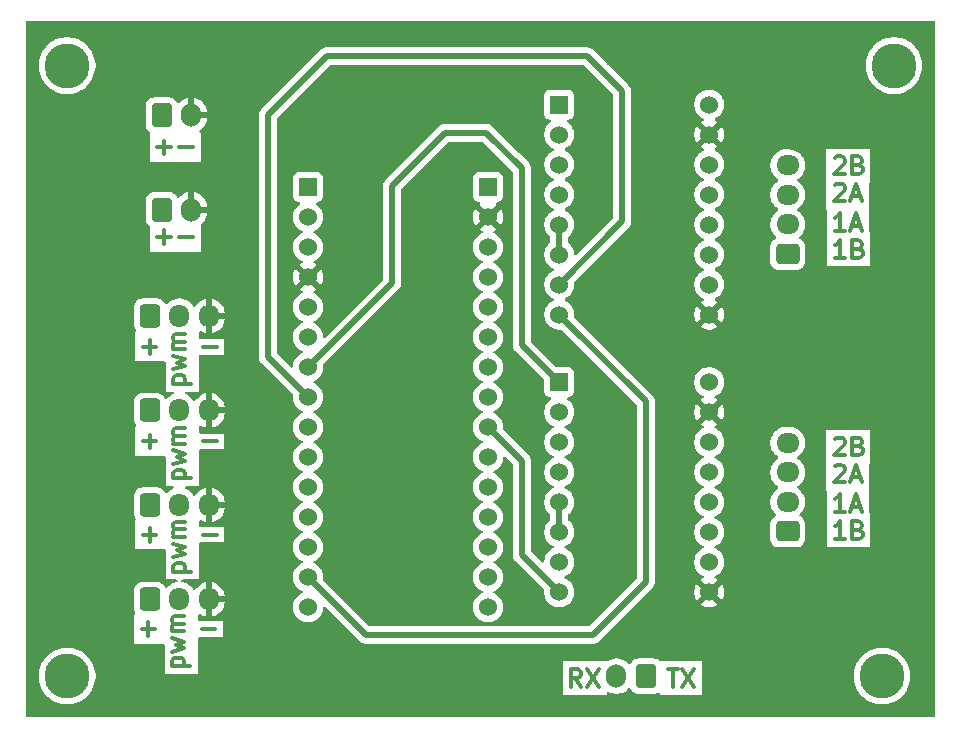
<source format=gbr>
%TF.GenerationSoftware,KiCad,Pcbnew,9.0.2*%
%TF.CreationDate,2025-05-14T21:51:20+02:00*%
%TF.ProjectId,carte_actionneur,63617274-655f-4616-9374-696f6e6e6575,rev?*%
%TF.SameCoordinates,Original*%
%TF.FileFunction,Copper,L2,Bot*%
%TF.FilePolarity,Positive*%
%FSLAX46Y46*%
G04 Gerber Fmt 4.6, Leading zero omitted, Abs format (unit mm)*
G04 Created by KiCad (PCBNEW 9.0.2) date 2025-05-14 21:51:20*
%MOMM*%
%LPD*%
G01*
G04 APERTURE LIST*
G04 Aperture macros list*
%AMRoundRect*
0 Rectangle with rounded corners*
0 $1 Rounding radius*
0 $2 $3 $4 $5 $6 $7 $8 $9 X,Y pos of 4 corners*
0 Add a 4 corners polygon primitive as box body*
4,1,4,$2,$3,$4,$5,$6,$7,$8,$9,$2,$3,0*
0 Add four circle primitives for the rounded corners*
1,1,$1+$1,$2,$3*
1,1,$1+$1,$4,$5*
1,1,$1+$1,$6,$7*
1,1,$1+$1,$8,$9*
0 Add four rect primitives between the rounded corners*
20,1,$1+$1,$2,$3,$4,$5,0*
20,1,$1+$1,$4,$5,$6,$7,0*
20,1,$1+$1,$6,$7,$8,$9,0*
20,1,$1+$1,$8,$9,$2,$3,0*%
G04 Aperture macros list end*
%ADD10C,0.300000*%
%TA.AperFunction,NonConductor*%
%ADD11C,0.300000*%
%TD*%
%TA.AperFunction,ComponentPad*%
%ADD12C,2.600000*%
%TD*%
%TA.AperFunction,ConnectorPad*%
%ADD13C,3.800000*%
%TD*%
%TA.AperFunction,ComponentPad*%
%ADD14O,1.700000X2.000000*%
%TD*%
%TA.AperFunction,ComponentPad*%
%ADD15RoundRect,0.250000X-0.600000X-0.750000X0.600000X-0.750000X0.600000X0.750000X-0.600000X0.750000X0*%
%TD*%
%TA.AperFunction,ComponentPad*%
%ADD16RoundRect,0.250000X-0.600000X-0.725000X0.600000X-0.725000X0.600000X0.725000X-0.600000X0.725000X0*%
%TD*%
%TA.AperFunction,ComponentPad*%
%ADD17O,1.700000X1.950000*%
%TD*%
%TA.AperFunction,ComponentPad*%
%ADD18R,1.530000X1.530000*%
%TD*%
%TA.AperFunction,ComponentPad*%
%ADD19C,1.530000*%
%TD*%
%TA.AperFunction,ComponentPad*%
%ADD20RoundRect,0.250000X0.600000X0.750000X-0.600000X0.750000X-0.600000X-0.750000X0.600000X-0.750000X0*%
%TD*%
%TA.AperFunction,ComponentPad*%
%ADD21RoundRect,0.250000X0.725000X-0.600000X0.725000X0.600000X-0.725000X0.600000X-0.725000X-0.600000X0*%
%TD*%
%TA.AperFunction,ComponentPad*%
%ADD22O,1.950000X1.700000*%
%TD*%
%TA.AperFunction,Conductor*%
%ADD23C,0.500000*%
%TD*%
G04 APERTURE END LIST*
D10*
D11*
X129840225Y-79400828D02*
X128983082Y-79400828D01*
X129411653Y-79400828D02*
X129411653Y-77900828D01*
X129411653Y-77900828D02*
X129268796Y-78115114D01*
X129268796Y-78115114D02*
X129125939Y-78257971D01*
X129125939Y-78257971D02*
X128983082Y-78329400D01*
X130983081Y-78615114D02*
X131197367Y-78686542D01*
X131197367Y-78686542D02*
X131268796Y-78757971D01*
X131268796Y-78757971D02*
X131340224Y-78900828D01*
X131340224Y-78900828D02*
X131340224Y-79115114D01*
X131340224Y-79115114D02*
X131268796Y-79257971D01*
X131268796Y-79257971D02*
X131197367Y-79329400D01*
X131197367Y-79329400D02*
X131054510Y-79400828D01*
X131054510Y-79400828D02*
X130483081Y-79400828D01*
X130483081Y-79400828D02*
X130483081Y-77900828D01*
X130483081Y-77900828D02*
X130983081Y-77900828D01*
X130983081Y-77900828D02*
X131125939Y-77972257D01*
X131125939Y-77972257D02*
X131197367Y-78043685D01*
X131197367Y-78043685D02*
X131268796Y-78186542D01*
X131268796Y-78186542D02*
X131268796Y-78329400D01*
X131268796Y-78329400D02*
X131197367Y-78472257D01*
X131197367Y-78472257D02*
X131125939Y-78543685D01*
X131125939Y-78543685D02*
X130983081Y-78615114D01*
X130983081Y-78615114D02*
X130483081Y-78615114D01*
D10*
D11*
X129840225Y-77100828D02*
X128983082Y-77100828D01*
X129411653Y-77100828D02*
X129411653Y-75600828D01*
X129411653Y-75600828D02*
X129268796Y-75815114D01*
X129268796Y-75815114D02*
X129125939Y-75957971D01*
X129125939Y-75957971D02*
X128983082Y-76029400D01*
X130411653Y-76672257D02*
X131125939Y-76672257D01*
X130268796Y-77100828D02*
X130768796Y-75600828D01*
X130768796Y-75600828D02*
X131268796Y-77100828D01*
D10*
D11*
X128983082Y-70943685D02*
X129054510Y-70872257D01*
X129054510Y-70872257D02*
X129197368Y-70800828D01*
X129197368Y-70800828D02*
X129554510Y-70800828D01*
X129554510Y-70800828D02*
X129697368Y-70872257D01*
X129697368Y-70872257D02*
X129768796Y-70943685D01*
X129768796Y-70943685D02*
X129840225Y-71086542D01*
X129840225Y-71086542D02*
X129840225Y-71229400D01*
X129840225Y-71229400D02*
X129768796Y-71443685D01*
X129768796Y-71443685D02*
X128911653Y-72300828D01*
X128911653Y-72300828D02*
X129840225Y-72300828D01*
X130983081Y-71515114D02*
X131197367Y-71586542D01*
X131197367Y-71586542D02*
X131268796Y-71657971D01*
X131268796Y-71657971D02*
X131340224Y-71800828D01*
X131340224Y-71800828D02*
X131340224Y-72015114D01*
X131340224Y-72015114D02*
X131268796Y-72157971D01*
X131268796Y-72157971D02*
X131197367Y-72229400D01*
X131197367Y-72229400D02*
X131054510Y-72300828D01*
X131054510Y-72300828D02*
X130483081Y-72300828D01*
X130483081Y-72300828D02*
X130483081Y-70800828D01*
X130483081Y-70800828D02*
X130983081Y-70800828D01*
X130983081Y-70800828D02*
X131125939Y-70872257D01*
X131125939Y-70872257D02*
X131197367Y-70943685D01*
X131197367Y-70943685D02*
X131268796Y-71086542D01*
X131268796Y-71086542D02*
X131268796Y-71229400D01*
X131268796Y-71229400D02*
X131197367Y-71372257D01*
X131197367Y-71372257D02*
X131125939Y-71443685D01*
X131125939Y-71443685D02*
X130983081Y-71515114D01*
X130983081Y-71515114D02*
X130483081Y-71515114D01*
D10*
D11*
X128983082Y-73243685D02*
X129054510Y-73172257D01*
X129054510Y-73172257D02*
X129197368Y-73100828D01*
X129197368Y-73100828D02*
X129554510Y-73100828D01*
X129554510Y-73100828D02*
X129697368Y-73172257D01*
X129697368Y-73172257D02*
X129768796Y-73243685D01*
X129768796Y-73243685D02*
X129840225Y-73386542D01*
X129840225Y-73386542D02*
X129840225Y-73529400D01*
X129840225Y-73529400D02*
X129768796Y-73743685D01*
X129768796Y-73743685D02*
X128911653Y-74600828D01*
X128911653Y-74600828D02*
X129840225Y-74600828D01*
X130411653Y-74172257D02*
X131125939Y-74172257D01*
X130268796Y-74600828D02*
X130768796Y-73100828D01*
X130768796Y-73100828D02*
X131268796Y-74600828D01*
D10*
D11*
X129840225Y-53300828D02*
X128983082Y-53300828D01*
X129411653Y-53300828D02*
X129411653Y-51800828D01*
X129411653Y-51800828D02*
X129268796Y-52015114D01*
X129268796Y-52015114D02*
X129125939Y-52157971D01*
X129125939Y-52157971D02*
X128983082Y-52229400D01*
X130411653Y-52872257D02*
X131125939Y-52872257D01*
X130268796Y-53300828D02*
X130768796Y-51800828D01*
X130768796Y-51800828D02*
X131268796Y-53300828D01*
D10*
D11*
X129840225Y-55600828D02*
X128983082Y-55600828D01*
X129411653Y-55600828D02*
X129411653Y-54100828D01*
X129411653Y-54100828D02*
X129268796Y-54315114D01*
X129268796Y-54315114D02*
X129125939Y-54457971D01*
X129125939Y-54457971D02*
X128983082Y-54529400D01*
X130983081Y-54815114D02*
X131197367Y-54886542D01*
X131197367Y-54886542D02*
X131268796Y-54957971D01*
X131268796Y-54957971D02*
X131340224Y-55100828D01*
X131340224Y-55100828D02*
X131340224Y-55315114D01*
X131340224Y-55315114D02*
X131268796Y-55457971D01*
X131268796Y-55457971D02*
X131197367Y-55529400D01*
X131197367Y-55529400D02*
X131054510Y-55600828D01*
X131054510Y-55600828D02*
X130483081Y-55600828D01*
X130483081Y-55600828D02*
X130483081Y-54100828D01*
X130483081Y-54100828D02*
X130983081Y-54100828D01*
X130983081Y-54100828D02*
X131125939Y-54172257D01*
X131125939Y-54172257D02*
X131197367Y-54243685D01*
X131197367Y-54243685D02*
X131268796Y-54386542D01*
X131268796Y-54386542D02*
X131268796Y-54529400D01*
X131268796Y-54529400D02*
X131197367Y-54672257D01*
X131197367Y-54672257D02*
X131125939Y-54743685D01*
X131125939Y-54743685D02*
X130983081Y-54815114D01*
X130983081Y-54815114D02*
X130483081Y-54815114D01*
D10*
D11*
X128983082Y-49443685D02*
X129054510Y-49372257D01*
X129054510Y-49372257D02*
X129197368Y-49300828D01*
X129197368Y-49300828D02*
X129554510Y-49300828D01*
X129554510Y-49300828D02*
X129697368Y-49372257D01*
X129697368Y-49372257D02*
X129768796Y-49443685D01*
X129768796Y-49443685D02*
X129840225Y-49586542D01*
X129840225Y-49586542D02*
X129840225Y-49729400D01*
X129840225Y-49729400D02*
X129768796Y-49943685D01*
X129768796Y-49943685D02*
X128911653Y-50800828D01*
X128911653Y-50800828D02*
X129840225Y-50800828D01*
X130411653Y-50372257D02*
X131125939Y-50372257D01*
X130268796Y-50800828D02*
X130768796Y-49300828D01*
X130768796Y-49300828D02*
X131268796Y-50800828D01*
D10*
D11*
X128983082Y-47143685D02*
X129054510Y-47072257D01*
X129054510Y-47072257D02*
X129197368Y-47000828D01*
X129197368Y-47000828D02*
X129554510Y-47000828D01*
X129554510Y-47000828D02*
X129697368Y-47072257D01*
X129697368Y-47072257D02*
X129768796Y-47143685D01*
X129768796Y-47143685D02*
X129840225Y-47286542D01*
X129840225Y-47286542D02*
X129840225Y-47429400D01*
X129840225Y-47429400D02*
X129768796Y-47643685D01*
X129768796Y-47643685D02*
X128911653Y-48500828D01*
X128911653Y-48500828D02*
X129840225Y-48500828D01*
X130983081Y-47715114D02*
X131197367Y-47786542D01*
X131197367Y-47786542D02*
X131268796Y-47857971D01*
X131268796Y-47857971D02*
X131340224Y-48000828D01*
X131340224Y-48000828D02*
X131340224Y-48215114D01*
X131340224Y-48215114D02*
X131268796Y-48357971D01*
X131268796Y-48357971D02*
X131197367Y-48429400D01*
X131197367Y-48429400D02*
X131054510Y-48500828D01*
X131054510Y-48500828D02*
X130483081Y-48500828D01*
X130483081Y-48500828D02*
X130483081Y-47000828D01*
X130483081Y-47000828D02*
X130983081Y-47000828D01*
X130983081Y-47000828D02*
X131125939Y-47072257D01*
X131125939Y-47072257D02*
X131197367Y-47143685D01*
X131197367Y-47143685D02*
X131268796Y-47286542D01*
X131268796Y-47286542D02*
X131268796Y-47429400D01*
X131268796Y-47429400D02*
X131197367Y-47572257D01*
X131197367Y-47572257D02*
X131125939Y-47643685D01*
X131125939Y-47643685D02*
X130983081Y-47715114D01*
X130983081Y-47715114D02*
X130483081Y-47715114D01*
D10*
D11*
X107511653Y-91900828D02*
X107011653Y-91186542D01*
X106654510Y-91900828D02*
X106654510Y-90400828D01*
X106654510Y-90400828D02*
X107225939Y-90400828D01*
X107225939Y-90400828D02*
X107368796Y-90472257D01*
X107368796Y-90472257D02*
X107440225Y-90543685D01*
X107440225Y-90543685D02*
X107511653Y-90686542D01*
X107511653Y-90686542D02*
X107511653Y-90900828D01*
X107511653Y-90900828D02*
X107440225Y-91043685D01*
X107440225Y-91043685D02*
X107368796Y-91115114D01*
X107368796Y-91115114D02*
X107225939Y-91186542D01*
X107225939Y-91186542D02*
X106654510Y-91186542D01*
X108011653Y-90400828D02*
X109011653Y-91900828D01*
X109011653Y-90400828D02*
X108011653Y-91900828D01*
D10*
D11*
X114840225Y-90400828D02*
X115697368Y-90400828D01*
X115268796Y-91900828D02*
X115268796Y-90400828D01*
X116054510Y-90400828D02*
X117054510Y-91900828D01*
X117054510Y-90400828D02*
X116054510Y-91900828D01*
D10*
D11*
X76545489Y-87029400D02*
X75402632Y-87029400D01*
D10*
D11*
X72900828Y-90145489D02*
X74400828Y-90145489D01*
X72972257Y-90145489D02*
X72900828Y-90002632D01*
X72900828Y-90002632D02*
X72900828Y-89716917D01*
X72900828Y-89716917D02*
X72972257Y-89574060D01*
X72972257Y-89574060D02*
X73043685Y-89502632D01*
X73043685Y-89502632D02*
X73186542Y-89431203D01*
X73186542Y-89431203D02*
X73615114Y-89431203D01*
X73615114Y-89431203D02*
X73757971Y-89502632D01*
X73757971Y-89502632D02*
X73829400Y-89574060D01*
X73829400Y-89574060D02*
X73900828Y-89716917D01*
X73900828Y-89716917D02*
X73900828Y-90002632D01*
X73900828Y-90002632D02*
X73829400Y-90145489D01*
X72900828Y-88931203D02*
X73900828Y-88645489D01*
X73900828Y-88645489D02*
X73186542Y-88359774D01*
X73186542Y-88359774D02*
X73900828Y-88074060D01*
X73900828Y-88074060D02*
X72900828Y-87788346D01*
X73900828Y-87216917D02*
X72900828Y-87216917D01*
X73043685Y-87216917D02*
X72972257Y-87145488D01*
X72972257Y-87145488D02*
X72900828Y-87002631D01*
X72900828Y-87002631D02*
X72900828Y-86788345D01*
X72900828Y-86788345D02*
X72972257Y-86645488D01*
X72972257Y-86645488D02*
X73115114Y-86574060D01*
X73115114Y-86574060D02*
X73900828Y-86574060D01*
X73115114Y-86574060D02*
X72972257Y-86502631D01*
X72972257Y-86502631D02*
X72900828Y-86359774D01*
X72900828Y-86359774D02*
X72900828Y-86145488D01*
X72900828Y-86145488D02*
X72972257Y-86002631D01*
X72972257Y-86002631D02*
X73115114Y-85931202D01*
X73115114Y-85931202D02*
X73900828Y-85931202D01*
D10*
D11*
X71445489Y-87029400D02*
X70302632Y-87029400D01*
X70874060Y-87600828D02*
X70874060Y-86457971D01*
D10*
D11*
X76645489Y-79029400D02*
X75502632Y-79029400D01*
D10*
D11*
X73000828Y-82145489D02*
X74500828Y-82145489D01*
X73072257Y-82145489D02*
X73000828Y-82002632D01*
X73000828Y-82002632D02*
X73000828Y-81716917D01*
X73000828Y-81716917D02*
X73072257Y-81574060D01*
X73072257Y-81574060D02*
X73143685Y-81502632D01*
X73143685Y-81502632D02*
X73286542Y-81431203D01*
X73286542Y-81431203D02*
X73715114Y-81431203D01*
X73715114Y-81431203D02*
X73857971Y-81502632D01*
X73857971Y-81502632D02*
X73929400Y-81574060D01*
X73929400Y-81574060D02*
X74000828Y-81716917D01*
X74000828Y-81716917D02*
X74000828Y-82002632D01*
X74000828Y-82002632D02*
X73929400Y-82145489D01*
X73000828Y-80931203D02*
X74000828Y-80645489D01*
X74000828Y-80645489D02*
X73286542Y-80359774D01*
X73286542Y-80359774D02*
X74000828Y-80074060D01*
X74000828Y-80074060D02*
X73000828Y-79788346D01*
X74000828Y-79216917D02*
X73000828Y-79216917D01*
X73143685Y-79216917D02*
X73072257Y-79145488D01*
X73072257Y-79145488D02*
X73000828Y-79002631D01*
X73000828Y-79002631D02*
X73000828Y-78788345D01*
X73000828Y-78788345D02*
X73072257Y-78645488D01*
X73072257Y-78645488D02*
X73215114Y-78574060D01*
X73215114Y-78574060D02*
X74000828Y-78574060D01*
X73215114Y-78574060D02*
X73072257Y-78502631D01*
X73072257Y-78502631D02*
X73000828Y-78359774D01*
X73000828Y-78359774D02*
X73000828Y-78145488D01*
X73000828Y-78145488D02*
X73072257Y-78002631D01*
X73072257Y-78002631D02*
X73215114Y-77931202D01*
X73215114Y-77931202D02*
X74000828Y-77931202D01*
D10*
D11*
X71545489Y-79029400D02*
X70402632Y-79029400D01*
X70974060Y-79600828D02*
X70974060Y-78457971D01*
D10*
D11*
X76645489Y-71129400D02*
X75502632Y-71129400D01*
D10*
D11*
X73000828Y-74245489D02*
X74500828Y-74245489D01*
X73072257Y-74245489D02*
X73000828Y-74102632D01*
X73000828Y-74102632D02*
X73000828Y-73816917D01*
X73000828Y-73816917D02*
X73072257Y-73674060D01*
X73072257Y-73674060D02*
X73143685Y-73602632D01*
X73143685Y-73602632D02*
X73286542Y-73531203D01*
X73286542Y-73531203D02*
X73715114Y-73531203D01*
X73715114Y-73531203D02*
X73857971Y-73602632D01*
X73857971Y-73602632D02*
X73929400Y-73674060D01*
X73929400Y-73674060D02*
X74000828Y-73816917D01*
X74000828Y-73816917D02*
X74000828Y-74102632D01*
X74000828Y-74102632D02*
X73929400Y-74245489D01*
X73000828Y-73031203D02*
X74000828Y-72745489D01*
X74000828Y-72745489D02*
X73286542Y-72459774D01*
X73286542Y-72459774D02*
X74000828Y-72174060D01*
X74000828Y-72174060D02*
X73000828Y-71888346D01*
X74000828Y-71316917D02*
X73000828Y-71316917D01*
X73143685Y-71316917D02*
X73072257Y-71245488D01*
X73072257Y-71245488D02*
X73000828Y-71102631D01*
X73000828Y-71102631D02*
X73000828Y-70888345D01*
X73000828Y-70888345D02*
X73072257Y-70745488D01*
X73072257Y-70745488D02*
X73215114Y-70674060D01*
X73215114Y-70674060D02*
X74000828Y-70674060D01*
X73215114Y-70674060D02*
X73072257Y-70602631D01*
X73072257Y-70602631D02*
X73000828Y-70459774D01*
X73000828Y-70459774D02*
X73000828Y-70245488D01*
X73000828Y-70245488D02*
X73072257Y-70102631D01*
X73072257Y-70102631D02*
X73215114Y-70031202D01*
X73215114Y-70031202D02*
X74000828Y-70031202D01*
D10*
D11*
X71545489Y-71129400D02*
X70402632Y-71129400D01*
X70974060Y-71700828D02*
X70974060Y-70557971D01*
D10*
D11*
X73000828Y-66245489D02*
X74500828Y-66245489D01*
X73072257Y-66245489D02*
X73000828Y-66102632D01*
X73000828Y-66102632D02*
X73000828Y-65816917D01*
X73000828Y-65816917D02*
X73072257Y-65674060D01*
X73072257Y-65674060D02*
X73143685Y-65602632D01*
X73143685Y-65602632D02*
X73286542Y-65531203D01*
X73286542Y-65531203D02*
X73715114Y-65531203D01*
X73715114Y-65531203D02*
X73857971Y-65602632D01*
X73857971Y-65602632D02*
X73929400Y-65674060D01*
X73929400Y-65674060D02*
X74000828Y-65816917D01*
X74000828Y-65816917D02*
X74000828Y-66102632D01*
X74000828Y-66102632D02*
X73929400Y-66245489D01*
X73000828Y-65031203D02*
X74000828Y-64745489D01*
X74000828Y-64745489D02*
X73286542Y-64459774D01*
X73286542Y-64459774D02*
X74000828Y-64174060D01*
X74000828Y-64174060D02*
X73000828Y-63888346D01*
X74000828Y-63316917D02*
X73000828Y-63316917D01*
X73143685Y-63316917D02*
X73072257Y-63245488D01*
X73072257Y-63245488D02*
X73000828Y-63102631D01*
X73000828Y-63102631D02*
X73000828Y-62888345D01*
X73000828Y-62888345D02*
X73072257Y-62745488D01*
X73072257Y-62745488D02*
X73215114Y-62674060D01*
X73215114Y-62674060D02*
X74000828Y-62674060D01*
X73215114Y-62674060D02*
X73072257Y-62602631D01*
X73072257Y-62602631D02*
X73000828Y-62459774D01*
X73000828Y-62459774D02*
X73000828Y-62245488D01*
X73000828Y-62245488D02*
X73072257Y-62102631D01*
X73072257Y-62102631D02*
X73215114Y-62031202D01*
X73215114Y-62031202D02*
X74000828Y-62031202D01*
D10*
D11*
X76645489Y-63129400D02*
X75502632Y-63129400D01*
D10*
D11*
X71545489Y-63129400D02*
X70402632Y-63129400D01*
X70974060Y-63700828D02*
X70974060Y-62557971D01*
D10*
D11*
X74645489Y-53829400D02*
X73502632Y-53829400D01*
X72788346Y-53829400D02*
X71645489Y-53829400D01*
X72216917Y-54400828D02*
X72216917Y-53257971D01*
D10*
D11*
X74645489Y-46229400D02*
X73502632Y-46229400D01*
X72788346Y-46229400D02*
X71645489Y-46229400D01*
X72216917Y-46800828D02*
X72216917Y-45657971D01*
D12*
%TO.P,REF\u002A\u002A,1*%
%TO.N,N/C*%
X64000000Y-91000000D03*
D13*
X64000000Y-91000000D03*
%TD*%
D12*
%TO.P,REF\u002A\u002A,1*%
%TO.N,N/C*%
X64000000Y-39300000D03*
D13*
X64000000Y-39300000D03*
%TD*%
D12*
%TO.P,REF\u002A\u002A,1*%
%TO.N,N/C*%
X133000000Y-91000000D03*
D13*
X133000000Y-91000000D03*
%TD*%
D12*
%TO.P,REF\u002A\u002A,1*%
%TO.N,N/C*%
X134000000Y-39300000D03*
D13*
X134000000Y-39300000D03*
%TD*%
D14*
%TO.P,J1,2,Pin_2*%
%TO.N,GND*%
X74500000Y-51500000D03*
D15*
%TO.P,J1,1,Pin_1*%
%TO.N,+5V*%
X72000000Y-51500000D03*
%TD*%
D14*
%TO.P,J2,2,Pin_2*%
%TO.N,GND*%
X74500000Y-43500000D03*
D15*
%TO.P,J2,1,Pin_1*%
%TO.N,+24V*%
X72000000Y-43500000D03*
%TD*%
D16*
%TO.P,J9,1,Pin_1*%
%TO.N,+5V*%
X71000000Y-84500000D03*
D17*
%TO.P,J9,2,Pin_2*%
%TO.N,PWM_SERVO_4*%
X73500000Y-84500000D03*
%TO.P,J9,3,Pin_3*%
%TO.N,GND*%
X76000000Y-84500000D03*
%TD*%
D18*
%TO.P,U1,CN3_1,PA9*%
%TO.N,PWM_SERVO_2*%
X84395000Y-49600000D03*
D19*
%TO.P,U1,CN3_2,PA10*%
%TO.N,PWM_SERVO_3*%
X84395000Y-52140000D03*
%TO.P,U1,CN3_3,NRST_CN3*%
%TO.N,unconnected-(U1A-NRST_CN3-PadCN3_3)*%
X84395000Y-54680000D03*
%TO.P,U1,CN3_4,GND_CN3*%
%TO.N,GND*%
X84395000Y-57220000D03*
%TO.P,U1,CN3_5,PA12*%
%TO.N,unconnected-(U1A-PA12-PadCN3_5)*%
X84395000Y-59760000D03*
%TO.P,U1,CN3_6,PB0*%
%TO.N,ENABLEB_STEPPER1*%
X84395000Y-62300000D03*
%TO.P,U1,CN3_7,PB7*%
%TO.N,ENABLEB_STEPPER2*%
X84395000Y-64840000D03*
%TO.P,U1,CN3_8,PB6*%
%TO.N,STEP_STEPPER_1*%
X84395000Y-67380000D03*
%TO.P,U1,CN3_9,PB1*%
%TO.N,unconnected-(U1A-PB1-PadCN3_9)*%
X84395000Y-69920000D03*
%TO.P,U1,CN3_10,PC14*%
%TO.N,unconnected-(U1A-PC14-PadCN3_10)*%
X84395000Y-72460000D03*
%TO.P,U1,CN3_11,PC15*%
%TO.N,unconnected-(U1A-PC15-PadCN3_11)*%
X84395000Y-75000000D03*
%TO.P,U1,CN3_12,PA8*%
%TO.N,PWM_SERVO_1*%
X84395000Y-77540000D03*
%TO.P,U1,CN3_13,PA11*%
%TO.N,PWM_SERVO_4*%
X84395000Y-80080000D03*
%TO.P,U1,CN3_14,PB5*%
%TO.N,DIR_STEPPER_1*%
X84395000Y-82620000D03*
%TO.P,U1,CN3_15,PB4*%
%TO.N,unconnected-(U1A-PB4-PadCN3_15)*%
X84395000Y-85160000D03*
D18*
%TO.P,U1,CN4_1,VIN*%
%TO.N,+5V*%
X99635000Y-49600000D03*
D19*
%TO.P,U1,CN4_2,GND_CN4*%
%TO.N,GND*%
X99635000Y-52140000D03*
%TO.P,U1,CN4_3,NRST_CN4*%
%TO.N,unconnected-(U1B-NRST_CN4-PadCN4_3)*%
X99635000Y-54680000D03*
%TO.P,U1,CN4_4,+5V*%
%TO.N,unconnected-(U1B-+5V-PadCN4_4)*%
X99635000Y-57220000D03*
%TO.P,U1,CN4_5,PA2*%
%TO.N,UART_TX*%
X99635000Y-59760000D03*
%TO.P,U1,CN4_6,PA7*%
%TO.N,unconnected-(U1B-PA7-PadCN4_6)*%
X99635000Y-62300000D03*
%TO.P,U1,CN4_7,PA6*%
%TO.N,unconnected-(U1B-PA6-PadCN4_7)*%
X99635000Y-64840000D03*
%TO.P,U1,CN4_8,PA5*%
%TO.N,unconnected-(U1B-PA5-PadCN4_8)*%
X99635000Y-67380000D03*
%TO.P,U1,CN4_9,PA4*%
%TO.N,DIR_STEPPER_2*%
X99635000Y-69920000D03*
%TO.P,U1,CN4_10,PA3*%
%TO.N,UART_RX*%
X99635000Y-72460000D03*
%TO.P,U1,CN4_11,PA1*%
%TO.N,STEP_STEPPER_2*%
X99635000Y-75000000D03*
%TO.P,U1,CN4_12,PA0*%
%TO.N,unconnected-(U1B-PA0-PadCN4_12)*%
X99635000Y-77540000D03*
%TO.P,U1,CN4_13,AREF*%
%TO.N,unconnected-(U1B-AREF-PadCN4_13)*%
X99635000Y-80080000D03*
%TO.P,U1,CN4_14,+3V3*%
%TO.N,unconnected-(U1B-+3V3-PadCN4_14)*%
X99635000Y-82620000D03*
%TO.P,U1,CN4_15,PB3*%
%TO.N,unconnected-(U1B-PB3-PadCN4_15)*%
X99635000Y-85160000D03*
%TD*%
D18*
%TO.P,U3,1,~{ENABLE}*%
%TO.N,ENABLEB_STEPPER2*%
X105650000Y-66110000D03*
D19*
%TO.P,U3,2,MS1*%
%TO.N,unconnected-(U3-MS1-Pad2)*%
X105650000Y-68650000D03*
%TO.P,U3,3,MS2*%
%TO.N,unconnected-(U3-MS2-Pad3)*%
X105650000Y-71190000D03*
%TO.P,U3,4,MS3*%
%TO.N,unconnected-(U3-MS3-Pad4)*%
X105650000Y-73730000D03*
%TO.P,U3,5,~{RESET}*%
%TO.N,Net-(U3-~{RESET})*%
X105650000Y-76270000D03*
%TO.P,U3,6,~{SLEEP}*%
X105650000Y-78810000D03*
%TO.P,U3,7,STEP*%
%TO.N,STEP_STEPPER_2*%
X105650000Y-81350000D03*
%TO.P,U3,8,DIR*%
%TO.N,DIR_STEPPER_2*%
X105650000Y-83890000D03*
%TO.P,U3,9,GND*%
%TO.N,GND*%
X118350000Y-83890000D03*
%TO.P,U3,10,VDD*%
%TO.N,+5V*%
X118350000Y-81350000D03*
%TO.P,U3,11,1B*%
%TO.N,STEPPER2_1B*%
X118350000Y-78810000D03*
%TO.P,U3,12,1A*%
%TO.N,STEPPER2_1A*%
X118350000Y-76270000D03*
%TO.P,U3,13,2A*%
%TO.N,STEPPER2_2A*%
X118350000Y-73730000D03*
%TO.P,U3,14,2B*%
%TO.N,STEPPER2_2B*%
X118350000Y-71190000D03*
%TO.P,U3,15,GND*%
%TO.N,GND*%
X118350000Y-68650000D03*
%TO.P,U3,16,VMOT*%
%TO.N,+24V*%
X118350000Y-66110000D03*
%TD*%
D20*
%TO.P,J5,1,Pin_1*%
%TO.N,UART_TX*%
X113000000Y-91000000D03*
D14*
%TO.P,J5,2,Pin_2*%
%TO.N,UART_RX*%
X110500000Y-91000000D03*
%TD*%
D16*
%TO.P,J7,1,Pin_1*%
%TO.N,+5V*%
X71000000Y-60500000D03*
D17*
%TO.P,J7,2,Pin_2*%
%TO.N,PWM_SERVO_2*%
X73500000Y-60500000D03*
%TO.P,J7,3,Pin_3*%
%TO.N,GND*%
X76000000Y-60500000D03*
%TD*%
%TO.P,J6,3,Pin_3*%
%TO.N,GND*%
X76000000Y-76500000D03*
%TO.P,J6,2,Pin_2*%
%TO.N,PWM_SERVO_1*%
X73500000Y-76500000D03*
D16*
%TO.P,J6,1,Pin_1*%
%TO.N,+5V*%
X71000000Y-76500000D03*
%TD*%
D21*
%TO.P,J3,1,Pin_1*%
%TO.N,STEPPER1_1B*%
X125000000Y-55250000D03*
D22*
%TO.P,J3,2,Pin_2*%
%TO.N,STEPPER1_1A*%
X125000000Y-52750000D03*
%TO.P,J3,3,Pin_3*%
%TO.N,STEPPER1_2A*%
X125000000Y-50250000D03*
%TO.P,J3,4,Pin_4*%
%TO.N,STEPPER1_2B*%
X125000000Y-47750000D03*
%TD*%
D21*
%TO.P,J4,1,Pin_1*%
%TO.N,STEPPER2_1B*%
X125000000Y-78750000D03*
D22*
%TO.P,J4,2,Pin_2*%
%TO.N,STEPPER2_1A*%
X125000000Y-76250000D03*
%TO.P,J4,3,Pin_3*%
%TO.N,STEPPER2_2A*%
X125000000Y-73750000D03*
%TO.P,J4,4,Pin_4*%
%TO.N,STEPPER2_2B*%
X125000000Y-71250000D03*
%TD*%
D16*
%TO.P,J8,1,Pin_1*%
%TO.N,+5V*%
X71000000Y-68500000D03*
D17*
%TO.P,J8,2,Pin_2*%
%TO.N,PWM_SERVO_3*%
X73500000Y-68500000D03*
%TO.P,J8,3,Pin_3*%
%TO.N,GND*%
X76000000Y-68500000D03*
%TD*%
D18*
%TO.P,U2,1,~{ENABLE}*%
%TO.N,ENABLEB_STEPPER1*%
X105650000Y-42610000D03*
D19*
%TO.P,U2,2,MS1*%
%TO.N,unconnected-(U2-MS1-Pad2)*%
X105650000Y-45150000D03*
%TO.P,U2,3,MS2*%
%TO.N,unconnected-(U2-MS2-Pad3)*%
X105650000Y-47690000D03*
%TO.P,U2,4,MS3*%
%TO.N,unconnected-(U2-MS3-Pad4)*%
X105650000Y-50230000D03*
%TO.P,U2,5,~{RESET}*%
%TO.N,Net-(U2-~{RESET})*%
X105650000Y-52770000D03*
%TO.P,U2,6,~{SLEEP}*%
X105650000Y-55310000D03*
%TO.P,U2,7,STEP*%
%TO.N,STEP_STEPPER_1*%
X105650000Y-57850000D03*
%TO.P,U2,8,DIR*%
%TO.N,DIR_STEPPER_1*%
X105650000Y-60390000D03*
%TO.P,U2,9,GND*%
%TO.N,GND*%
X118350000Y-60390000D03*
%TO.P,U2,10,VDD*%
%TO.N,+5V*%
X118350000Y-57850000D03*
%TO.P,U2,11,1B*%
%TO.N,STEPPER1_1B*%
X118350000Y-55310000D03*
%TO.P,U2,12,1A*%
%TO.N,STEPPER1_1A*%
X118350000Y-52770000D03*
%TO.P,U2,13,2A*%
%TO.N,STEPPER1_2A*%
X118350000Y-50230000D03*
%TO.P,U2,14,2B*%
%TO.N,STEPPER1_2B*%
X118350000Y-47690000D03*
%TO.P,U2,15,GND*%
%TO.N,GND*%
X118350000Y-45150000D03*
%TO.P,U2,16,VMOT*%
%TO.N,+24V*%
X118350000Y-42610000D03*
%TD*%
D23*
%TO.N,ENABLEB_STEPPER2*%
X99500000Y-45000000D02*
X102500000Y-48000000D01*
X102500000Y-48000000D02*
X102500000Y-62960000D01*
X102500000Y-62960000D02*
X105650000Y-66110000D01*
X91500000Y-57735000D02*
X91500000Y-49500000D01*
X91500000Y-49500000D02*
X96000000Y-45000000D01*
X84395000Y-64840000D02*
X91500000Y-57735000D01*
X96000000Y-45000000D02*
X99500000Y-45000000D01*
%TO.N,STEP_STEPPER_1*%
X111000000Y-52500000D02*
X105650000Y-57850000D01*
X111000000Y-41500000D02*
X111000000Y-52500000D01*
X108000000Y-38500000D02*
X111000000Y-41500000D01*
X86000000Y-38500000D02*
X108000000Y-38500000D01*
X81000000Y-63985000D02*
X81000000Y-43500000D01*
X81000000Y-43500000D02*
X86000000Y-38500000D01*
X84395000Y-67380000D02*
X81000000Y-63985000D01*
%TO.N,Net-(U3-~{RESET})*%
X105650000Y-76270000D02*
X105650000Y-78810000D01*
%TO.N,Net-(U2-~{RESET})*%
X105650000Y-52770000D02*
X105650000Y-55310000D01*
%TO.N,DIR_STEPPER_1*%
X113000000Y-83000000D02*
X113000000Y-67740000D01*
X113000000Y-67740000D02*
X105650000Y-60390000D01*
X108500000Y-87500000D02*
X113000000Y-83000000D01*
X89275000Y-87500000D02*
X108500000Y-87500000D01*
X84395000Y-82620000D02*
X89275000Y-87500000D01*
%TO.N,DIR_STEPPER_2*%
X102500000Y-80740000D02*
X105650000Y-83890000D01*
X102500000Y-72785000D02*
X102500000Y-80740000D01*
X99635000Y-69920000D02*
X102500000Y-72785000D01*
%TD*%
%TA.AperFunction,Conductor*%
%TO.N,GND*%
G36*
X107704809Y-39270185D02*
G01*
X107725451Y-39286819D01*
X110213181Y-41774548D01*
X110246666Y-41835871D01*
X110249500Y-41862229D01*
X110249500Y-52137769D01*
X110229815Y-52204808D01*
X110213181Y-52225450D01*
X107127181Y-55311450D01*
X107065858Y-55344935D01*
X106996166Y-55339951D01*
X106940233Y-55298079D01*
X106915816Y-55232615D01*
X106915500Y-55223769D01*
X106915500Y-55210403D01*
X106908432Y-55165780D01*
X106884339Y-55013661D01*
X106884338Y-55013657D01*
X106884338Y-55013656D01*
X106822786Y-54824219D01*
X106732352Y-54646733D01*
X106698397Y-54599998D01*
X106615269Y-54485582D01*
X106474418Y-54344731D01*
X106451613Y-54328162D01*
X106408948Y-54272831D01*
X106400500Y-54227845D01*
X106400500Y-53852154D01*
X106420185Y-53785115D01*
X106451615Y-53751836D01*
X106474418Y-53735269D01*
X106615269Y-53594418D01*
X106732353Y-53433266D01*
X106822785Y-53255783D01*
X106833647Y-53222352D01*
X106884338Y-53066343D01*
X106884338Y-53066342D01*
X106884339Y-53066339D01*
X106915500Y-52869597D01*
X106915500Y-52670403D01*
X106884339Y-52473661D01*
X106884338Y-52473657D01*
X106884338Y-52473656D01*
X106822786Y-52284219D01*
X106763680Y-52168217D01*
X106732353Y-52106734D01*
X106615269Y-51945582D01*
X106474418Y-51804731D01*
X106313266Y-51687647D01*
X106161827Y-51610485D01*
X106111031Y-51562510D01*
X106094236Y-51494689D01*
X106116773Y-51428554D01*
X106161827Y-51389515D01*
X106171116Y-51384781D01*
X106313266Y-51312353D01*
X106474418Y-51195269D01*
X106615269Y-51054418D01*
X106732353Y-50893266D01*
X106822785Y-50715783D01*
X106861314Y-50597203D01*
X106884338Y-50526343D01*
X106884338Y-50526342D01*
X106884339Y-50526339D01*
X106915500Y-50329597D01*
X106915500Y-50130403D01*
X106884339Y-49933661D01*
X106884338Y-49933657D01*
X106884338Y-49933656D01*
X106822786Y-49744219D01*
X106732352Y-49566733D01*
X106714516Y-49542184D01*
X106615269Y-49405582D01*
X106474418Y-49264731D01*
X106313266Y-49147647D01*
X106307099Y-49144505D01*
X106161827Y-49070485D01*
X106111031Y-49022510D01*
X106094236Y-48954689D01*
X106116773Y-48888554D01*
X106161827Y-48849515D01*
X106171116Y-48844781D01*
X106313266Y-48772353D01*
X106474418Y-48655269D01*
X106615269Y-48514418D01*
X106732353Y-48353266D01*
X106822785Y-48175783D01*
X106884339Y-47986339D01*
X106915500Y-47789597D01*
X106915500Y-47590403D01*
X106884339Y-47393661D01*
X106884338Y-47393657D01*
X106884338Y-47393656D01*
X106822786Y-47204219D01*
X106740225Y-47042184D01*
X106732353Y-47026734D01*
X106615269Y-46865582D01*
X106474418Y-46724731D01*
X106313266Y-46607647D01*
X106161827Y-46530485D01*
X106111031Y-46482510D01*
X106094236Y-46414689D01*
X106116773Y-46348554D01*
X106161827Y-46309515D01*
X106171116Y-46304781D01*
X106313266Y-46232353D01*
X106474418Y-46115269D01*
X106615269Y-45974418D01*
X106732353Y-45813266D01*
X106822785Y-45635783D01*
X106884339Y-45446339D01*
X106915500Y-45249597D01*
X106915500Y-45050403D01*
X106884339Y-44853661D01*
X106884338Y-44853657D01*
X106884338Y-44853656D01*
X106822786Y-44664219D01*
X106774441Y-44569336D01*
X106732353Y-44486734D01*
X106615269Y-44325582D01*
X106474418Y-44184731D01*
X106451688Y-44168217D01*
X106357544Y-44099817D01*
X106314878Y-44044487D01*
X106308899Y-43974874D01*
X106341505Y-43913079D01*
X106402343Y-43878722D01*
X106430428Y-43875499D01*
X106462872Y-43875499D01*
X106522483Y-43869091D01*
X106657331Y-43818796D01*
X106772546Y-43732546D01*
X106858796Y-43617331D01*
X106909091Y-43482483D01*
X106915500Y-43422873D01*
X106915499Y-41797128D01*
X106909091Y-41737517D01*
X106895284Y-41700499D01*
X106858797Y-41602671D01*
X106858793Y-41602664D01*
X106772547Y-41487455D01*
X106772544Y-41487452D01*
X106657335Y-41401206D01*
X106657328Y-41401202D01*
X106522482Y-41350908D01*
X106522483Y-41350908D01*
X106462883Y-41344501D01*
X106462881Y-41344500D01*
X106462873Y-41344500D01*
X106462864Y-41344500D01*
X104837129Y-41344500D01*
X104837123Y-41344501D01*
X104777516Y-41350908D01*
X104642671Y-41401202D01*
X104642664Y-41401206D01*
X104527455Y-41487452D01*
X104527452Y-41487455D01*
X104441206Y-41602664D01*
X104441202Y-41602671D01*
X104390908Y-41737517D01*
X104385741Y-41785580D01*
X104384501Y-41797123D01*
X104384500Y-41797135D01*
X104384500Y-43422870D01*
X104384501Y-43422876D01*
X104390908Y-43482483D01*
X104441202Y-43617328D01*
X104441206Y-43617335D01*
X104527452Y-43732544D01*
X104527455Y-43732547D01*
X104642664Y-43818793D01*
X104642671Y-43818797D01*
X104777517Y-43869091D01*
X104777516Y-43869091D01*
X104784444Y-43869835D01*
X104837127Y-43875500D01*
X104869568Y-43875499D01*
X104936605Y-43895182D01*
X104982361Y-43947984D01*
X104992306Y-44017143D01*
X104963283Y-44080699D01*
X104942455Y-44099816D01*
X104825582Y-44184730D01*
X104684733Y-44325579D01*
X104684733Y-44325580D01*
X104684731Y-44325582D01*
X104661500Y-44357557D01*
X104567647Y-44486733D01*
X104477213Y-44664219D01*
X104415661Y-44853656D01*
X104415661Y-44853659D01*
X104384500Y-45050403D01*
X104384500Y-45249596D01*
X104415661Y-45446340D01*
X104415661Y-45446343D01*
X104477213Y-45635780D01*
X104477215Y-45635783D01*
X104567647Y-45813266D01*
X104684731Y-45974418D01*
X104825582Y-46115269D01*
X104986734Y-46232353D01*
X105056453Y-46267877D01*
X105138172Y-46309515D01*
X105188968Y-46357490D01*
X105205763Y-46425311D01*
X105183225Y-46491446D01*
X105138172Y-46530485D01*
X104986733Y-46607647D01*
X104894790Y-46674447D01*
X104825582Y-46724731D01*
X104825580Y-46724733D01*
X104825579Y-46724733D01*
X104684733Y-46865579D01*
X104684733Y-46865580D01*
X104684731Y-46865582D01*
X104634447Y-46934790D01*
X104567647Y-47026733D01*
X104477213Y-47204219D01*
X104415661Y-47393656D01*
X104415661Y-47393659D01*
X104384500Y-47590403D01*
X104384500Y-47789596D01*
X104415661Y-47986340D01*
X104415661Y-47986343D01*
X104477213Y-48175780D01*
X104477215Y-48175783D01*
X104567647Y-48353266D01*
X104684731Y-48514418D01*
X104825582Y-48655269D01*
X104986734Y-48772353D01*
X105056453Y-48807877D01*
X105138172Y-48849515D01*
X105188968Y-48897490D01*
X105205763Y-48965311D01*
X105183225Y-49031446D01*
X105138172Y-49070485D01*
X104986733Y-49147647D01*
X104972411Y-49158053D01*
X104825582Y-49264731D01*
X104825580Y-49264733D01*
X104825579Y-49264733D01*
X104684733Y-49405579D01*
X104684733Y-49405580D01*
X104684731Y-49405582D01*
X104669839Y-49426079D01*
X104567647Y-49566733D01*
X104477213Y-49744219D01*
X104415661Y-49933656D01*
X104415661Y-49933659D01*
X104384500Y-50130403D01*
X104384500Y-50329596D01*
X104415661Y-50526340D01*
X104415661Y-50526343D01*
X104477213Y-50715780D01*
X104555141Y-50868722D01*
X104567647Y-50893266D01*
X104684731Y-51054418D01*
X104825582Y-51195269D01*
X104986734Y-51312353D01*
X105056453Y-51347877D01*
X105138172Y-51389515D01*
X105188968Y-51437490D01*
X105205763Y-51505311D01*
X105183225Y-51571446D01*
X105138172Y-51610485D01*
X104986733Y-51687647D01*
X104900913Y-51750000D01*
X104825582Y-51804731D01*
X104825580Y-51804733D01*
X104825579Y-51804733D01*
X104684733Y-51945579D01*
X104684733Y-51945580D01*
X104684731Y-51945582D01*
X104669802Y-51966130D01*
X104567647Y-52106733D01*
X104477213Y-52284219D01*
X104415661Y-52473656D01*
X104415661Y-52473659D01*
X104384500Y-52670403D01*
X104384500Y-52869596D01*
X104415661Y-53066340D01*
X104415661Y-53066343D01*
X104477213Y-53255780D01*
X104554455Y-53407375D01*
X104567647Y-53433266D01*
X104684731Y-53594418D01*
X104825582Y-53735269D01*
X104848383Y-53751835D01*
X104891050Y-53807162D01*
X104899500Y-53852154D01*
X104899500Y-54227845D01*
X104879815Y-54294884D01*
X104848387Y-54328162D01*
X104825582Y-54344730D01*
X104684733Y-54485579D01*
X104684733Y-54485580D01*
X104684731Y-54485582D01*
X104634447Y-54554790D01*
X104567647Y-54646733D01*
X104477213Y-54824219D01*
X104415661Y-55013656D01*
X104415661Y-55013659D01*
X104384500Y-55210403D01*
X104384500Y-55409596D01*
X104415661Y-55606340D01*
X104415661Y-55606343D01*
X104477213Y-55795780D01*
X104558085Y-55954500D01*
X104567647Y-55973266D01*
X104684731Y-56134418D01*
X104825582Y-56275269D01*
X104986734Y-56392353D01*
X105056453Y-56427877D01*
X105138172Y-56469515D01*
X105188968Y-56517490D01*
X105205763Y-56585311D01*
X105183225Y-56651446D01*
X105138172Y-56690485D01*
X104986733Y-56767647D01*
X104894790Y-56834447D01*
X104825582Y-56884731D01*
X104825580Y-56884733D01*
X104825579Y-56884733D01*
X104684733Y-57025579D01*
X104684733Y-57025580D01*
X104684731Y-57025582D01*
X104634447Y-57094790D01*
X104567647Y-57186733D01*
X104477213Y-57364219D01*
X104415661Y-57553656D01*
X104415661Y-57553659D01*
X104384500Y-57750403D01*
X104384500Y-57949596D01*
X104415661Y-58146340D01*
X104415661Y-58146343D01*
X104477213Y-58335780D01*
X104558085Y-58494500D01*
X104567647Y-58513266D01*
X104684731Y-58674418D01*
X104825582Y-58815269D01*
X104986734Y-58932353D01*
X105056453Y-58967877D01*
X105138172Y-59009515D01*
X105188968Y-59057490D01*
X105205763Y-59125311D01*
X105183225Y-59191446D01*
X105138172Y-59230485D01*
X104986733Y-59307647D01*
X104934942Y-59345276D01*
X104825582Y-59424731D01*
X104825580Y-59424733D01*
X104825579Y-59424733D01*
X104684733Y-59565579D01*
X104684733Y-59565580D01*
X104684731Y-59565582D01*
X104643593Y-59622203D01*
X104567647Y-59726733D01*
X104477213Y-59904219D01*
X104415661Y-60093656D01*
X104415661Y-60093659D01*
X104384500Y-60290403D01*
X104384500Y-60489596D01*
X104415661Y-60686340D01*
X104415661Y-60686343D01*
X104477213Y-60875780D01*
X104558085Y-61034500D01*
X104567647Y-61053266D01*
X104684731Y-61214418D01*
X104825582Y-61355269D01*
X104986734Y-61472353D01*
X105127999Y-61544331D01*
X105164219Y-61562786D01*
X105353657Y-61624338D01*
X105353658Y-61624338D01*
X105353661Y-61624339D01*
X105550403Y-61655500D01*
X105550404Y-61655500D01*
X105749593Y-61655500D01*
X105749597Y-61655500D01*
X105777436Y-61651090D01*
X105846727Y-61660043D01*
X105884515Y-61685882D01*
X112213181Y-68014548D01*
X112246666Y-68075871D01*
X112249500Y-68102229D01*
X112249500Y-82637770D01*
X112229815Y-82704809D01*
X112213181Y-82725451D01*
X108225451Y-86713181D01*
X108164128Y-86746666D01*
X108137770Y-86749500D01*
X89637229Y-86749500D01*
X89570190Y-86729815D01*
X89549548Y-86713181D01*
X85690882Y-82854515D01*
X85657397Y-82793192D01*
X85656090Y-82747437D01*
X85660500Y-82719597D01*
X85660500Y-82520403D01*
X85629339Y-82323661D01*
X85629338Y-82323657D01*
X85629338Y-82323656D01*
X85567786Y-82134219D01*
X85477352Y-81956733D01*
X85360269Y-81795582D01*
X85219418Y-81654731D01*
X85058266Y-81537647D01*
X84906827Y-81460485D01*
X84856031Y-81412510D01*
X84839236Y-81344689D01*
X84861773Y-81278554D01*
X84906827Y-81239515D01*
X84948240Y-81218414D01*
X85058266Y-81162353D01*
X85219418Y-81045269D01*
X85360269Y-80904418D01*
X85477353Y-80743266D01*
X85567785Y-80565783D01*
X85626612Y-80384733D01*
X85629338Y-80376343D01*
X85629338Y-80376342D01*
X85629339Y-80376339D01*
X85660500Y-80179597D01*
X85660500Y-79980403D01*
X85629339Y-79783661D01*
X85629338Y-79783657D01*
X85629338Y-79783656D01*
X85567786Y-79594219D01*
X85521204Y-79502797D01*
X85477353Y-79416734D01*
X85360269Y-79255582D01*
X85219418Y-79114731D01*
X85058266Y-78997647D01*
X84906827Y-78920485D01*
X84856031Y-78872510D01*
X84839236Y-78804689D01*
X84861773Y-78738554D01*
X84906827Y-78699515D01*
X84916116Y-78694781D01*
X85058266Y-78622353D01*
X85219418Y-78505269D01*
X85360269Y-78364418D01*
X85477353Y-78203266D01*
X85567785Y-78025783D01*
X85580848Y-77985579D01*
X85629338Y-77836343D01*
X85629338Y-77836342D01*
X85629339Y-77836339D01*
X85660500Y-77639597D01*
X85660500Y-77440403D01*
X85629339Y-77243661D01*
X85629338Y-77243657D01*
X85629338Y-77243656D01*
X85567786Y-77054219D01*
X85518666Y-76957816D01*
X85477353Y-76876734D01*
X85360269Y-76715582D01*
X85219418Y-76574731D01*
X85058266Y-76457647D01*
X84906827Y-76380485D01*
X84856031Y-76332510D01*
X84839236Y-76264689D01*
X84861773Y-76198554D01*
X84906827Y-76159515D01*
X84937840Y-76143713D01*
X85058266Y-76082353D01*
X85219418Y-75965269D01*
X85360269Y-75824418D01*
X85477353Y-75663266D01*
X85567785Y-75485783D01*
X85572805Y-75470334D01*
X85629338Y-75296343D01*
X85629338Y-75296342D01*
X85629339Y-75296339D01*
X85660500Y-75099597D01*
X85660500Y-74900403D01*
X85629339Y-74703661D01*
X85629338Y-74703657D01*
X85629338Y-74703656D01*
X85567786Y-74514219D01*
X85477352Y-74336733D01*
X85360269Y-74175582D01*
X85219418Y-74034731D01*
X85058266Y-73917647D01*
X84906827Y-73840485D01*
X84856031Y-73792510D01*
X84839236Y-73724689D01*
X84861773Y-73658554D01*
X84906827Y-73619515D01*
X84916116Y-73614781D01*
X85058266Y-73542353D01*
X85219418Y-73425269D01*
X85360269Y-73284418D01*
X85477353Y-73123266D01*
X85567785Y-72945783D01*
X85626612Y-72764733D01*
X85629338Y-72756343D01*
X85629338Y-72756342D01*
X85629339Y-72756339D01*
X85660500Y-72559597D01*
X85660500Y-72360403D01*
X85629339Y-72163661D01*
X85629338Y-72163657D01*
X85629338Y-72163656D01*
X85567786Y-71974219D01*
X85477352Y-71796733D01*
X85360269Y-71635582D01*
X85219418Y-71494731D01*
X85058266Y-71377647D01*
X84906827Y-71300485D01*
X84856031Y-71252510D01*
X84839236Y-71184689D01*
X84861773Y-71118554D01*
X84906827Y-71079515D01*
X84916116Y-71074781D01*
X85058266Y-71002353D01*
X85219418Y-70885269D01*
X85360269Y-70744418D01*
X85477353Y-70583266D01*
X85567785Y-70405783D01*
X85580848Y-70365579D01*
X85629338Y-70216343D01*
X85629338Y-70216342D01*
X85629339Y-70216339D01*
X85660500Y-70019597D01*
X85660500Y-69820403D01*
X85629339Y-69623661D01*
X85629338Y-69623657D01*
X85629338Y-69623656D01*
X85567786Y-69434219D01*
X85567785Y-69434217D01*
X85477353Y-69256734D01*
X85360269Y-69095582D01*
X85219418Y-68954731D01*
X85058266Y-68837647D01*
X84906827Y-68760485D01*
X84856031Y-68712510D01*
X84839236Y-68644689D01*
X84861773Y-68578554D01*
X84906827Y-68539515D01*
X84916116Y-68534781D01*
X85058266Y-68462353D01*
X85219418Y-68345269D01*
X85360269Y-68204418D01*
X85477353Y-68043266D01*
X85567785Y-67865783D01*
X85613534Y-67724983D01*
X85629338Y-67676343D01*
X85629338Y-67676342D01*
X85629339Y-67676339D01*
X85660500Y-67479597D01*
X85660500Y-67280403D01*
X85629339Y-67083661D01*
X85629338Y-67083657D01*
X85629338Y-67083656D01*
X85567786Y-66894219D01*
X85477352Y-66716733D01*
X85360269Y-66555582D01*
X85219418Y-66414731D01*
X85058266Y-66297647D01*
X84906827Y-66220485D01*
X84856031Y-66172510D01*
X84839236Y-66104689D01*
X84861773Y-66038554D01*
X84906827Y-65999515D01*
X84916116Y-65994781D01*
X85058266Y-65922353D01*
X85219418Y-65805269D01*
X85360269Y-65664418D01*
X85477353Y-65503266D01*
X85567785Y-65325783D01*
X85626612Y-65144733D01*
X85629338Y-65136343D01*
X85629338Y-65136342D01*
X85629339Y-65136339D01*
X85660500Y-64939597D01*
X85660500Y-64740403D01*
X85656090Y-64712561D01*
X85665044Y-64643270D01*
X85690879Y-64605486D01*
X92082951Y-58213416D01*
X92165084Y-58090495D01*
X92221658Y-57953913D01*
X92250500Y-57808918D01*
X92250500Y-57661083D01*
X92250500Y-49862230D01*
X92270185Y-49795191D01*
X92286819Y-49774549D01*
X96274549Y-45786819D01*
X96335872Y-45753334D01*
X96362230Y-45750500D01*
X99137770Y-45750500D01*
X99204809Y-45770185D01*
X99225451Y-45786819D01*
X101713181Y-48274548D01*
X101746666Y-48335871D01*
X101749500Y-48362229D01*
X101749500Y-63033918D01*
X101749500Y-63033920D01*
X101749499Y-63033920D01*
X101778340Y-63178907D01*
X101778343Y-63178917D01*
X101834914Y-63315492D01*
X101867812Y-63364727D01*
X101867813Y-63364730D01*
X101917046Y-63438414D01*
X101917052Y-63438421D01*
X104348181Y-65869549D01*
X104381666Y-65930872D01*
X104384500Y-65957230D01*
X104384500Y-66922870D01*
X104384501Y-66922876D01*
X104390908Y-66982483D01*
X104441202Y-67117328D01*
X104441206Y-67117335D01*
X104527452Y-67232544D01*
X104527455Y-67232547D01*
X104642664Y-67318793D01*
X104642671Y-67318797D01*
X104777517Y-67369091D01*
X104777516Y-67369091D01*
X104784444Y-67369835D01*
X104837127Y-67375500D01*
X104869568Y-67375499D01*
X104936605Y-67395182D01*
X104982361Y-67447984D01*
X104992306Y-67517143D01*
X104963283Y-67580699D01*
X104942455Y-67599816D01*
X104825582Y-67684730D01*
X104684733Y-67825579D01*
X104684733Y-67825580D01*
X104684731Y-67825582D01*
X104655523Y-67865783D01*
X104567647Y-67986733D01*
X104477213Y-68164219D01*
X104415661Y-68353656D01*
X104415661Y-68353659D01*
X104402388Y-68437465D01*
X104384500Y-68550403D01*
X104384500Y-68749597D01*
X104391162Y-68791657D01*
X104415661Y-68946340D01*
X104415661Y-68946343D01*
X104477213Y-69135780D01*
X104548159Y-69275018D01*
X104567647Y-69313266D01*
X104684731Y-69474418D01*
X104825582Y-69615269D01*
X104986734Y-69732353D01*
X105056453Y-69767877D01*
X105138172Y-69809515D01*
X105188968Y-69857490D01*
X105205763Y-69925311D01*
X105183225Y-69991446D01*
X105138172Y-70030485D01*
X104986733Y-70107647D01*
X104922227Y-70154514D01*
X104825582Y-70224731D01*
X104825580Y-70224733D01*
X104825579Y-70224733D01*
X104684733Y-70365579D01*
X104684733Y-70365580D01*
X104684731Y-70365582D01*
X104655523Y-70405783D01*
X104567647Y-70526733D01*
X104477213Y-70704219D01*
X104415661Y-70893656D01*
X104415661Y-70893659D01*
X104415661Y-70893661D01*
X104384500Y-71090403D01*
X104384500Y-71289597D01*
X104395063Y-71356286D01*
X104415661Y-71486340D01*
X104415661Y-71486343D01*
X104477213Y-71675780D01*
X104561836Y-71841861D01*
X104567647Y-71853266D01*
X104684731Y-72014418D01*
X104825582Y-72155269D01*
X104986734Y-72272353D01*
X105053916Y-72306584D01*
X105138172Y-72349515D01*
X105188968Y-72397490D01*
X105205763Y-72465311D01*
X105183225Y-72531446D01*
X105138172Y-72570485D01*
X104986733Y-72647647D01*
X104899423Y-72711082D01*
X104825582Y-72764731D01*
X104825580Y-72764733D01*
X104825579Y-72764733D01*
X104684733Y-72905579D01*
X104684733Y-72905580D01*
X104684731Y-72905582D01*
X104655523Y-72945783D01*
X104567647Y-73066733D01*
X104477213Y-73244219D01*
X104415661Y-73433656D01*
X104415661Y-73433659D01*
X104415645Y-73433760D01*
X104384500Y-73630403D01*
X104384500Y-73829597D01*
X104388727Y-73856286D01*
X104415661Y-74026340D01*
X104415661Y-74026343D01*
X104477213Y-74215780D01*
X104567647Y-74393266D01*
X104684731Y-74554418D01*
X104825582Y-74695269D01*
X104986734Y-74812353D01*
X105056453Y-74847877D01*
X105138172Y-74889515D01*
X105188968Y-74937490D01*
X105205763Y-75005311D01*
X105183225Y-75071446D01*
X105138172Y-75110485D01*
X104986733Y-75187647D01*
X104942347Y-75219896D01*
X104825582Y-75304731D01*
X104825580Y-75304733D01*
X104825579Y-75304733D01*
X104684733Y-75445579D01*
X104684733Y-75445580D01*
X104684731Y-75445582D01*
X104655523Y-75485783D01*
X104567647Y-75606733D01*
X104477213Y-75784219D01*
X104415661Y-75973656D01*
X104415661Y-75973659D01*
X104402403Y-76057370D01*
X104384500Y-76170403D01*
X104384500Y-76369597D01*
X104395249Y-76437465D01*
X104415661Y-76566340D01*
X104415661Y-76566343D01*
X104477213Y-76755780D01*
X104540555Y-76880095D01*
X104567647Y-76933266D01*
X104684731Y-77094418D01*
X104825582Y-77235269D01*
X104848383Y-77251835D01*
X104891050Y-77307162D01*
X104899500Y-77352154D01*
X104899500Y-77727845D01*
X104879815Y-77794884D01*
X104848387Y-77828162D01*
X104825582Y-77844730D01*
X104684733Y-77985579D01*
X104684733Y-77985580D01*
X104684731Y-77985582D01*
X104655523Y-78025783D01*
X104567647Y-78146733D01*
X104477213Y-78324219D01*
X104415661Y-78513656D01*
X104415661Y-78513659D01*
X104415661Y-78513661D01*
X104384500Y-78710403D01*
X104384500Y-78909597D01*
X104398446Y-78997647D01*
X104415661Y-79106340D01*
X104415661Y-79106343D01*
X104477213Y-79295780D01*
X104567647Y-79473266D01*
X104684731Y-79634418D01*
X104825582Y-79775269D01*
X104986734Y-79892353D01*
X105056453Y-79927877D01*
X105138172Y-79969515D01*
X105188968Y-80017490D01*
X105205763Y-80085311D01*
X105183225Y-80151446D01*
X105138172Y-80190485D01*
X104986733Y-80267647D01*
X104902541Y-80328817D01*
X104825582Y-80384731D01*
X104825580Y-80384733D01*
X104825579Y-80384733D01*
X104684733Y-80525579D01*
X104684733Y-80525580D01*
X104684731Y-80525582D01*
X104655523Y-80565783D01*
X104567647Y-80686733D01*
X104477213Y-80864219D01*
X104415661Y-81053656D01*
X104415661Y-81053659D01*
X104384500Y-81250403D01*
X104384500Y-81263770D01*
X104364815Y-81330809D01*
X104312011Y-81376564D01*
X104242853Y-81386508D01*
X104179297Y-81357483D01*
X104172819Y-81351451D01*
X103286819Y-80465451D01*
X103253334Y-80404128D01*
X103250500Y-80377770D01*
X103250500Y-72711079D01*
X103221659Y-72566092D01*
X103221658Y-72566091D01*
X103221658Y-72566087D01*
X103179915Y-72465311D01*
X103165085Y-72429507D01*
X103143692Y-72397490D01*
X103116189Y-72356328D01*
X103099570Y-72331456D01*
X103082954Y-72306586D01*
X100930882Y-70154514D01*
X100897397Y-70093191D01*
X100896090Y-70047439D01*
X100900500Y-70019597D01*
X100900500Y-69820403D01*
X100869339Y-69623661D01*
X100869338Y-69623657D01*
X100869338Y-69623656D01*
X100807786Y-69434219D01*
X100807785Y-69434217D01*
X100717353Y-69256734D01*
X100600269Y-69095582D01*
X100459418Y-68954731D01*
X100298266Y-68837647D01*
X100146827Y-68760485D01*
X100096031Y-68712510D01*
X100079236Y-68644689D01*
X100101773Y-68578554D01*
X100146827Y-68539515D01*
X100156116Y-68534781D01*
X100298266Y-68462353D01*
X100459418Y-68345269D01*
X100600269Y-68204418D01*
X100717353Y-68043266D01*
X100807785Y-67865783D01*
X100853534Y-67724983D01*
X100869338Y-67676343D01*
X100869338Y-67676342D01*
X100869339Y-67676339D01*
X100900500Y-67479597D01*
X100900500Y-67280403D01*
X100869339Y-67083661D01*
X100869338Y-67083657D01*
X100869338Y-67083656D01*
X100807786Y-66894219D01*
X100717352Y-66716733D01*
X100600269Y-66555582D01*
X100459418Y-66414731D01*
X100298266Y-66297647D01*
X100146827Y-66220485D01*
X100096031Y-66172510D01*
X100079236Y-66104689D01*
X100101773Y-66038554D01*
X100146827Y-65999515D01*
X100156116Y-65994781D01*
X100298266Y-65922353D01*
X100459418Y-65805269D01*
X100600269Y-65664418D01*
X100717353Y-65503266D01*
X100807785Y-65325783D01*
X100866612Y-65144733D01*
X100869338Y-65136343D01*
X100869338Y-65136342D01*
X100869339Y-65136339D01*
X100900500Y-64939597D01*
X100900500Y-64740403D01*
X100869339Y-64543661D01*
X100869338Y-64543657D01*
X100869338Y-64543656D01*
X100807786Y-64354219D01*
X100717352Y-64176733D01*
X100600269Y-64015582D01*
X100459418Y-63874731D01*
X100298266Y-63757647D01*
X100146827Y-63680485D01*
X100096031Y-63632510D01*
X100079236Y-63564689D01*
X100101773Y-63498554D01*
X100146827Y-63459515D01*
X100188240Y-63438414D01*
X100298266Y-63382353D01*
X100459418Y-63265269D01*
X100600269Y-63124418D01*
X100717353Y-62963266D01*
X100807785Y-62785783D01*
X100869339Y-62596339D01*
X100900500Y-62399597D01*
X100900500Y-62200403D01*
X100869339Y-62003661D01*
X100869338Y-62003657D01*
X100869338Y-62003656D01*
X100807786Y-61814219D01*
X100749997Y-61700802D01*
X100717353Y-61636734D01*
X100600269Y-61475582D01*
X100459418Y-61334731D01*
X100298266Y-61217647D01*
X100291929Y-61214418D01*
X100146827Y-61140485D01*
X100096031Y-61092510D01*
X100079236Y-61024689D01*
X100101773Y-60958554D01*
X100146827Y-60919515D01*
X100185127Y-60900000D01*
X100298266Y-60842353D01*
X100459418Y-60725269D01*
X100600269Y-60584418D01*
X100717353Y-60423266D01*
X100807785Y-60245783D01*
X100819950Y-60208343D01*
X100869338Y-60056343D01*
X100869338Y-60056342D01*
X100869339Y-60056339D01*
X100900500Y-59859597D01*
X100900500Y-59660403D01*
X100869339Y-59463661D01*
X100869338Y-59463657D01*
X100869338Y-59463656D01*
X100807786Y-59274219D01*
X100785645Y-59230765D01*
X100717353Y-59096734D01*
X100600269Y-58935582D01*
X100459418Y-58794731D01*
X100298266Y-58677647D01*
X100146827Y-58600485D01*
X100096031Y-58552510D01*
X100079236Y-58484689D01*
X100101773Y-58418554D01*
X100146827Y-58379515D01*
X100156116Y-58374781D01*
X100298266Y-58302353D01*
X100459418Y-58185269D01*
X100600269Y-58044418D01*
X100717353Y-57883266D01*
X100807785Y-57705783D01*
X100822609Y-57660160D01*
X100869338Y-57516343D01*
X100869338Y-57516342D01*
X100869339Y-57516339D01*
X100900500Y-57319597D01*
X100900500Y-57120403D01*
X100869339Y-56923661D01*
X100869338Y-56923657D01*
X100869338Y-56923656D01*
X100807786Y-56734219D01*
X100761058Y-56642510D01*
X100717353Y-56556734D01*
X100600269Y-56395582D01*
X100459418Y-56254731D01*
X100298266Y-56137647D01*
X100291929Y-56134418D01*
X100146827Y-56060485D01*
X100096031Y-56012510D01*
X100079236Y-55944689D01*
X100101773Y-55878554D01*
X100146827Y-55839515D01*
X100156116Y-55834781D01*
X100298266Y-55762353D01*
X100459418Y-55645269D01*
X100600269Y-55504418D01*
X100717353Y-55343266D01*
X100807785Y-55165783D01*
X100843349Y-55056328D01*
X100869338Y-54976343D01*
X100869338Y-54976342D01*
X100869339Y-54976339D01*
X100900500Y-54779597D01*
X100900500Y-54580403D01*
X100869339Y-54383661D01*
X100869338Y-54383657D01*
X100869338Y-54383656D01*
X100807786Y-54194219D01*
X100761058Y-54102510D01*
X100717353Y-54016734D01*
X100600269Y-53855582D01*
X100459418Y-53714731D01*
X100298266Y-53597647D01*
X100291929Y-53594418D01*
X100146277Y-53520204D01*
X100095481Y-53472229D01*
X100078686Y-53404408D01*
X100101224Y-53338273D01*
X100146277Y-53299234D01*
X100298005Y-53221924D01*
X100335863Y-53194418D01*
X100335863Y-53194417D01*
X99772574Y-52631128D01*
X99831853Y-52615245D01*
X99948147Y-52548102D01*
X100043102Y-52453147D01*
X100110245Y-52336853D01*
X100126128Y-52277574D01*
X100689417Y-52840863D01*
X100689418Y-52840863D01*
X100716924Y-52803005D01*
X100807320Y-52625594D01*
X100868852Y-52436222D01*
X100900000Y-52239563D01*
X100900000Y-52040436D01*
X100868852Y-51843777D01*
X100807320Y-51654405D01*
X100716924Y-51476994D01*
X100689417Y-51439135D01*
X100689417Y-51439134D01*
X100126128Y-52002424D01*
X100110245Y-51943147D01*
X100043102Y-51826853D01*
X99948147Y-51731898D01*
X99831853Y-51664755D01*
X99772574Y-51648871D01*
X100335864Y-51085581D01*
X100335572Y-51081877D01*
X100299029Y-51034488D01*
X100293049Y-50964875D01*
X100325655Y-50903080D01*
X100386493Y-50868722D01*
X100414579Y-50865499D01*
X100447872Y-50865499D01*
X100507483Y-50859091D01*
X100642331Y-50808796D01*
X100757546Y-50722546D01*
X100843796Y-50607331D01*
X100894091Y-50472483D01*
X100900500Y-50412873D01*
X100900499Y-48787128D01*
X100894091Y-48727517D01*
X100867144Y-48655269D01*
X100843797Y-48592671D01*
X100843793Y-48592664D01*
X100757547Y-48477455D01*
X100757544Y-48477452D01*
X100642335Y-48391206D01*
X100642328Y-48391202D01*
X100507482Y-48340908D01*
X100507483Y-48340908D01*
X100447883Y-48334501D01*
X100447881Y-48334500D01*
X100447873Y-48334500D01*
X100447864Y-48334500D01*
X98822129Y-48334500D01*
X98822123Y-48334501D01*
X98762516Y-48340908D01*
X98627671Y-48391202D01*
X98627664Y-48391206D01*
X98512455Y-48477452D01*
X98512452Y-48477455D01*
X98426206Y-48592664D01*
X98426202Y-48592671D01*
X98375908Y-48727517D01*
X98369501Y-48787116D01*
X98369501Y-48787123D01*
X98369500Y-48787135D01*
X98369500Y-50412870D01*
X98369501Y-50412876D01*
X98375908Y-50472483D01*
X98426202Y-50607328D01*
X98426206Y-50607335D01*
X98512452Y-50722544D01*
X98512455Y-50722547D01*
X98627664Y-50808793D01*
X98627671Y-50808797D01*
X98762517Y-50859091D01*
X98762516Y-50859091D01*
X98769444Y-50859835D01*
X98822127Y-50865500D01*
X98855417Y-50865499D01*
X98922454Y-50885182D01*
X98968210Y-50937984D01*
X98978155Y-51007143D01*
X98949132Y-51070699D01*
X98934230Y-51084376D01*
X98934135Y-51085581D01*
X99497425Y-51648871D01*
X99438147Y-51664755D01*
X99321853Y-51731898D01*
X99226898Y-51826853D01*
X99159755Y-51943147D01*
X99143871Y-52002425D01*
X98580581Y-51439135D01*
X98580580Y-51439135D01*
X98553077Y-51476990D01*
X98462679Y-51654405D01*
X98401147Y-51843777D01*
X98370000Y-52040436D01*
X98370000Y-52239563D01*
X98401147Y-52436222D01*
X98462679Y-52625594D01*
X98553077Y-52803008D01*
X98580580Y-52840863D01*
X98580581Y-52840864D01*
X99143871Y-52277574D01*
X99159755Y-52336853D01*
X99226898Y-52453147D01*
X99321853Y-52548102D01*
X99438147Y-52615245D01*
X99497425Y-52631128D01*
X98934134Y-53194417D01*
X98971994Y-53221924D01*
X99123722Y-53299234D01*
X99174518Y-53347209D01*
X99191313Y-53415030D01*
X99168776Y-53481165D01*
X99123723Y-53520203D01*
X98971735Y-53597645D01*
X98858997Y-53679555D01*
X98810582Y-53714731D01*
X98810580Y-53714733D01*
X98810579Y-53714733D01*
X98669733Y-53855579D01*
X98669733Y-53855580D01*
X98669731Y-53855582D01*
X98633790Y-53905051D01*
X98552647Y-54016733D01*
X98462213Y-54194219D01*
X98400661Y-54383656D01*
X98400661Y-54383659D01*
X98384518Y-54485582D01*
X98369500Y-54580403D01*
X98369500Y-54779597D01*
X98385080Y-54877968D01*
X98400661Y-54976340D01*
X98400661Y-54976343D01*
X98462213Y-55165780D01*
X98529623Y-55298079D01*
X98552647Y-55343266D01*
X98669731Y-55504418D01*
X98810582Y-55645269D01*
X98971734Y-55762353D01*
X99037338Y-55795780D01*
X99123172Y-55839515D01*
X99173968Y-55887490D01*
X99190763Y-55955311D01*
X99168225Y-56021446D01*
X99123172Y-56060485D01*
X98971733Y-56137647D01*
X98879790Y-56204447D01*
X98810582Y-56254731D01*
X98810580Y-56254733D01*
X98810579Y-56254733D01*
X98669733Y-56395579D01*
X98669733Y-56395580D01*
X98669731Y-56395582D01*
X98635489Y-56442712D01*
X98552647Y-56556733D01*
X98462213Y-56734219D01*
X98400661Y-56923656D01*
X98400661Y-56923659D01*
X98384518Y-57025582D01*
X98369500Y-57120403D01*
X98369500Y-57319597D01*
X98377922Y-57372769D01*
X98400661Y-57516340D01*
X98400661Y-57516343D01*
X98462213Y-57705780D01*
X98514765Y-57808918D01*
X98552647Y-57883266D01*
X98669731Y-58044418D01*
X98810582Y-58185269D01*
X98971734Y-58302353D01*
X99037338Y-58335780D01*
X99123172Y-58379515D01*
X99173968Y-58427490D01*
X99190763Y-58495311D01*
X99168225Y-58561446D01*
X99123172Y-58600485D01*
X98971733Y-58677647D01*
X98879790Y-58744447D01*
X98810582Y-58794731D01*
X98810580Y-58794733D01*
X98810579Y-58794733D01*
X98669733Y-58935579D01*
X98669733Y-58935580D01*
X98669731Y-58935582D01*
X98619447Y-59004790D01*
X98552647Y-59096733D01*
X98462213Y-59274219D01*
X98400661Y-59463656D01*
X98400661Y-59463659D01*
X98384518Y-59565582D01*
X98369500Y-59660403D01*
X98369500Y-59859597D01*
X98376597Y-59904405D01*
X98400661Y-60056340D01*
X98400661Y-60056343D01*
X98462213Y-60245780D01*
X98498327Y-60316657D01*
X98552647Y-60423266D01*
X98669731Y-60584418D01*
X98810582Y-60725269D01*
X98971734Y-60842353D01*
X99016662Y-60865245D01*
X99123172Y-60919515D01*
X99173968Y-60967490D01*
X99190763Y-61035311D01*
X99168225Y-61101446D01*
X99123172Y-61140485D01*
X98971733Y-61217647D01*
X98892770Y-61275018D01*
X98810582Y-61334731D01*
X98810580Y-61334733D01*
X98810579Y-61334733D01*
X98669733Y-61475579D01*
X98669733Y-61475580D01*
X98669731Y-61475582D01*
X98648751Y-61504459D01*
X98552647Y-61636733D01*
X98462213Y-61814219D01*
X98400661Y-62003656D01*
X98400661Y-62003659D01*
X98400661Y-62003661D01*
X98369500Y-62200403D01*
X98369500Y-62399597D01*
X98385080Y-62497968D01*
X98400661Y-62596340D01*
X98400661Y-62596343D01*
X98462213Y-62785780D01*
X98462215Y-62785783D01*
X98552647Y-62963266D01*
X98669731Y-63124418D01*
X98810582Y-63265269D01*
X98971734Y-63382353D01*
X99041453Y-63417877D01*
X99123172Y-63459515D01*
X99173968Y-63507490D01*
X99190763Y-63575311D01*
X99168225Y-63641446D01*
X99123172Y-63680485D01*
X98971733Y-63757647D01*
X98879790Y-63824447D01*
X98810582Y-63874731D01*
X98810580Y-63874733D01*
X98810579Y-63874733D01*
X98669733Y-64015579D01*
X98669733Y-64015580D01*
X98669731Y-64015582D01*
X98638244Y-64058920D01*
X98552647Y-64176733D01*
X98462213Y-64354219D01*
X98400661Y-64543656D01*
X98400661Y-64543659D01*
X98369500Y-64740403D01*
X98369500Y-64939596D01*
X98400661Y-65136340D01*
X98400661Y-65136343D01*
X98462213Y-65325780D01*
X98552647Y-65503266D01*
X98669731Y-65664418D01*
X98810582Y-65805269D01*
X98971734Y-65922353D01*
X99040184Y-65957230D01*
X99123172Y-65999515D01*
X99173968Y-66047490D01*
X99190763Y-66115311D01*
X99168225Y-66181446D01*
X99123172Y-66220485D01*
X98971733Y-66297647D01*
X98879790Y-66364447D01*
X98810582Y-66414731D01*
X98810580Y-66414733D01*
X98810579Y-66414733D01*
X98669733Y-66555579D01*
X98669733Y-66555580D01*
X98669731Y-66555582D01*
X98640523Y-66595783D01*
X98552647Y-66716733D01*
X98462213Y-66894219D01*
X98400661Y-67083656D01*
X98400661Y-67083659D01*
X98379075Y-67219949D01*
X98369500Y-67280403D01*
X98369500Y-67479597D01*
X98372024Y-67495535D01*
X98400661Y-67676340D01*
X98400661Y-67676343D01*
X98462213Y-67865780D01*
X98523973Y-67986990D01*
X98552647Y-68043266D01*
X98669731Y-68204418D01*
X98810582Y-68345269D01*
X98971734Y-68462353D01*
X99041453Y-68497877D01*
X99123172Y-68539515D01*
X99173968Y-68587490D01*
X99190763Y-68655311D01*
X99168225Y-68721446D01*
X99123172Y-68760485D01*
X98971733Y-68837647D01*
X98913309Y-68880095D01*
X98810582Y-68954731D01*
X98810580Y-68954733D01*
X98810579Y-68954733D01*
X98669733Y-69095579D01*
X98669733Y-69095580D01*
X98669731Y-69095582D01*
X98619447Y-69164790D01*
X98552647Y-69256733D01*
X98462213Y-69434219D01*
X98400661Y-69623656D01*
X98400661Y-69623659D01*
X98372760Y-69799823D01*
X98369500Y-69820403D01*
X98369500Y-70019597D01*
X98383446Y-70107647D01*
X98400661Y-70216340D01*
X98400661Y-70216343D01*
X98462213Y-70405780D01*
X98531712Y-70542179D01*
X98552647Y-70583266D01*
X98669731Y-70744418D01*
X98810582Y-70885269D01*
X98971734Y-71002353D01*
X99041453Y-71037877D01*
X99123172Y-71079515D01*
X99173968Y-71127490D01*
X99190763Y-71195311D01*
X99168225Y-71261446D01*
X99123172Y-71300485D01*
X98971733Y-71377647D01*
X98879790Y-71444447D01*
X98810582Y-71494731D01*
X98810580Y-71494733D01*
X98810579Y-71494733D01*
X98669733Y-71635579D01*
X98669733Y-71635580D01*
X98669731Y-71635582D01*
X98640523Y-71675783D01*
X98552647Y-71796733D01*
X98462213Y-71974219D01*
X98400661Y-72163656D01*
X98400661Y-72163659D01*
X98400661Y-72163661D01*
X98369500Y-72360403D01*
X98369500Y-72559597D01*
X98373748Y-72586420D01*
X98400661Y-72756340D01*
X98400661Y-72756343D01*
X98462213Y-72945780D01*
X98531031Y-73080843D01*
X98552647Y-73123266D01*
X98669731Y-73284418D01*
X98810582Y-73425269D01*
X98971734Y-73542353D01*
X99041453Y-73577877D01*
X99123172Y-73619515D01*
X99173968Y-73667490D01*
X99190763Y-73735311D01*
X99168225Y-73801446D01*
X99123172Y-73840485D01*
X98971733Y-73917647D01*
X98879790Y-73984447D01*
X98810582Y-74034731D01*
X98810580Y-74034733D01*
X98810579Y-74034733D01*
X98669733Y-74175579D01*
X98669733Y-74175580D01*
X98669731Y-74175582D01*
X98640523Y-74215783D01*
X98552647Y-74336733D01*
X98462213Y-74514219D01*
X98400661Y-74703656D01*
X98400661Y-74703659D01*
X98388553Y-74780105D01*
X98369500Y-74900403D01*
X98369500Y-75099597D01*
X98373277Y-75123443D01*
X98400661Y-75296340D01*
X98400661Y-75296343D01*
X98462213Y-75485780D01*
X98531724Y-75622203D01*
X98552647Y-75663266D01*
X98669731Y-75824418D01*
X98810582Y-75965269D01*
X98971734Y-76082353D01*
X99041453Y-76117877D01*
X99123172Y-76159515D01*
X99173968Y-76207490D01*
X99190763Y-76275311D01*
X99168225Y-76341446D01*
X99123172Y-76380485D01*
X98971733Y-76457647D01*
X98879790Y-76524447D01*
X98810582Y-76574731D01*
X98810580Y-76574733D01*
X98810579Y-76574733D01*
X98669733Y-76715579D01*
X98669733Y-76715580D01*
X98669731Y-76715582D01*
X98640523Y-76755783D01*
X98552647Y-76876733D01*
X98462213Y-77054219D01*
X98400661Y-77243656D01*
X98400661Y-77243659D01*
X98374335Y-77409873D01*
X98369500Y-77440403D01*
X98369500Y-77639597D01*
X98376112Y-77681342D01*
X98400661Y-77836340D01*
X98400661Y-77836343D01*
X98462213Y-78025780D01*
X98552647Y-78203266D01*
X98669731Y-78364418D01*
X98810582Y-78505269D01*
X98971734Y-78622353D01*
X99041453Y-78657877D01*
X99123172Y-78699515D01*
X99173968Y-78747490D01*
X99190763Y-78815311D01*
X99168225Y-78881446D01*
X99123172Y-78920485D01*
X98971733Y-78997647D01*
X98879790Y-79064447D01*
X98810582Y-79114731D01*
X98810580Y-79114733D01*
X98810579Y-79114733D01*
X98669733Y-79255579D01*
X98669733Y-79255580D01*
X98669731Y-79255582D01*
X98640523Y-79295783D01*
X98552647Y-79416733D01*
X98462213Y-79594219D01*
X98400661Y-79783656D01*
X98400661Y-79783659D01*
X98395118Y-79818656D01*
X98369500Y-79980403D01*
X98369500Y-80179597D01*
X98381653Y-80256328D01*
X98400661Y-80376340D01*
X98400661Y-80376343D01*
X98462213Y-80565780D01*
X98552647Y-80743266D01*
X98669731Y-80904418D01*
X98810582Y-81045269D01*
X98971734Y-81162353D01*
X99041453Y-81197877D01*
X99123172Y-81239515D01*
X99173968Y-81287490D01*
X99190763Y-81355311D01*
X99168225Y-81421446D01*
X99123172Y-81460485D01*
X98971733Y-81537647D01*
X98907249Y-81584498D01*
X98810582Y-81654731D01*
X98810580Y-81654733D01*
X98810579Y-81654733D01*
X98669733Y-81795579D01*
X98669733Y-81795580D01*
X98669731Y-81795582D01*
X98640523Y-81835783D01*
X98552647Y-81956733D01*
X98462213Y-82134219D01*
X98400661Y-82323656D01*
X98400661Y-82323659D01*
X98400661Y-82323661D01*
X98369500Y-82520403D01*
X98369500Y-82719597D01*
X98382827Y-82803737D01*
X98400661Y-82916340D01*
X98400661Y-82916343D01*
X98462213Y-83105780D01*
X98523973Y-83226990D01*
X98552647Y-83283266D01*
X98669731Y-83444418D01*
X98810582Y-83585269D01*
X98971734Y-83702353D01*
X98984511Y-83708863D01*
X99123172Y-83779515D01*
X99173968Y-83827490D01*
X99190763Y-83895311D01*
X99168225Y-83961446D01*
X99123172Y-84000485D01*
X98971733Y-84077647D01*
X98913571Y-84119905D01*
X98810582Y-84194731D01*
X98810580Y-84194733D01*
X98810579Y-84194733D01*
X98669733Y-84335579D01*
X98669733Y-84335580D01*
X98669731Y-84335582D01*
X98619447Y-84404790D01*
X98552647Y-84496733D01*
X98462213Y-84674219D01*
X98400661Y-84863656D01*
X98400661Y-84863659D01*
X98369500Y-85060403D01*
X98369500Y-85259597D01*
X98381056Y-85332557D01*
X98400661Y-85456340D01*
X98400661Y-85456343D01*
X98462213Y-85645780D01*
X98522975Y-85765031D01*
X98552647Y-85823266D01*
X98669731Y-85984418D01*
X98810582Y-86125269D01*
X98971734Y-86242353D01*
X99087642Y-86301411D01*
X99149219Y-86332786D01*
X99338657Y-86394338D01*
X99338658Y-86394338D01*
X99338661Y-86394339D01*
X99535403Y-86425500D01*
X99535404Y-86425500D01*
X99734596Y-86425500D01*
X99734597Y-86425500D01*
X99931339Y-86394339D01*
X99931342Y-86394338D01*
X99931343Y-86394338D01*
X100120780Y-86332786D01*
X100120780Y-86332785D01*
X100120783Y-86332785D01*
X100298266Y-86242353D01*
X100459418Y-86125269D01*
X100600269Y-85984418D01*
X100717353Y-85823266D01*
X100807785Y-85645783D01*
X100869339Y-85456339D01*
X100900500Y-85259597D01*
X100900500Y-85060403D01*
X100869339Y-84863661D01*
X100869338Y-84863657D01*
X100869338Y-84863656D01*
X100807786Y-84674219D01*
X100807785Y-84674217D01*
X100717353Y-84496734D01*
X100600269Y-84335582D01*
X100459418Y-84194731D01*
X100298266Y-84077647D01*
X100146827Y-84000485D01*
X100096031Y-83952510D01*
X100079236Y-83884689D01*
X100101773Y-83818554D01*
X100146827Y-83779515D01*
X100180103Y-83762560D01*
X100298266Y-83702353D01*
X100459418Y-83585269D01*
X100600269Y-83444418D01*
X100717353Y-83283266D01*
X100807785Y-83105783D01*
X100827310Y-83045691D01*
X100869338Y-82916343D01*
X100869338Y-82916342D01*
X100869339Y-82916339D01*
X100900500Y-82719597D01*
X100900500Y-82520403D01*
X100869339Y-82323661D01*
X100869338Y-82323657D01*
X100869338Y-82323656D01*
X100807786Y-82134219D01*
X100717352Y-81956733D01*
X100600269Y-81795582D01*
X100459418Y-81654731D01*
X100298266Y-81537647D01*
X100146827Y-81460485D01*
X100096031Y-81412510D01*
X100079236Y-81344689D01*
X100101773Y-81278554D01*
X100146827Y-81239515D01*
X100188240Y-81218414D01*
X100298266Y-81162353D01*
X100459418Y-81045269D01*
X100600269Y-80904418D01*
X100717353Y-80743266D01*
X100807785Y-80565783D01*
X100866612Y-80384733D01*
X100869338Y-80376343D01*
X100869338Y-80376342D01*
X100869339Y-80376339D01*
X100900500Y-80179597D01*
X100900500Y-79980403D01*
X100869339Y-79783661D01*
X100869338Y-79783657D01*
X100869338Y-79783656D01*
X100807786Y-79594219D01*
X100761204Y-79502797D01*
X100717353Y-79416734D01*
X100600269Y-79255582D01*
X100459418Y-79114731D01*
X100298266Y-78997647D01*
X100146827Y-78920485D01*
X100096031Y-78872510D01*
X100079236Y-78804689D01*
X100101773Y-78738554D01*
X100146827Y-78699515D01*
X100156116Y-78694781D01*
X100298266Y-78622353D01*
X100459418Y-78505269D01*
X100600269Y-78364418D01*
X100717353Y-78203266D01*
X100807785Y-78025783D01*
X100820848Y-77985579D01*
X100869338Y-77836343D01*
X100869338Y-77836342D01*
X100869339Y-77836339D01*
X100900500Y-77639597D01*
X100900500Y-77440403D01*
X100869339Y-77243661D01*
X100869338Y-77243657D01*
X100869338Y-77243656D01*
X100807786Y-77054219D01*
X100758666Y-76957816D01*
X100717353Y-76876734D01*
X100600269Y-76715582D01*
X100459418Y-76574731D01*
X100298266Y-76457647D01*
X100146827Y-76380485D01*
X100096031Y-76332510D01*
X100079236Y-76264689D01*
X100101773Y-76198554D01*
X100146827Y-76159515D01*
X100177840Y-76143713D01*
X100298266Y-76082353D01*
X100459418Y-75965269D01*
X100600269Y-75824418D01*
X100717353Y-75663266D01*
X100807785Y-75485783D01*
X100812805Y-75470334D01*
X100869338Y-75296343D01*
X100869338Y-75296342D01*
X100869339Y-75296339D01*
X100900500Y-75099597D01*
X100900500Y-74900403D01*
X100869339Y-74703661D01*
X100869338Y-74703657D01*
X100869338Y-74703656D01*
X100807786Y-74514219D01*
X100717352Y-74336733D01*
X100600269Y-74175582D01*
X100459418Y-74034731D01*
X100298266Y-73917647D01*
X100146827Y-73840485D01*
X100096031Y-73792510D01*
X100079236Y-73724689D01*
X100101773Y-73658554D01*
X100146827Y-73619515D01*
X100156116Y-73614781D01*
X100298266Y-73542353D01*
X100459418Y-73425269D01*
X100600269Y-73284418D01*
X100717353Y-73123266D01*
X100807785Y-72945783D01*
X100866612Y-72764733D01*
X100869338Y-72756343D01*
X100869338Y-72756342D01*
X100869339Y-72756339D01*
X100900500Y-72559597D01*
X100900500Y-72546230D01*
X100920185Y-72479191D01*
X100972989Y-72433436D01*
X101042147Y-72423492D01*
X101105703Y-72452517D01*
X101112181Y-72458549D01*
X101713181Y-73059549D01*
X101746666Y-73120872D01*
X101749500Y-73147230D01*
X101749500Y-80813918D01*
X101749500Y-80813920D01*
X101749499Y-80813920D01*
X101778340Y-80958907D01*
X101778343Y-80958917D01*
X101834914Y-81095492D01*
X101867812Y-81144727D01*
X101867813Y-81144730D01*
X101917046Y-81218414D01*
X101917052Y-81218421D01*
X104354116Y-83655484D01*
X104387601Y-83716807D01*
X104388909Y-83762560D01*
X104386224Y-83779515D01*
X104384500Y-83790403D01*
X104384500Y-83989597D01*
X104390107Y-84025000D01*
X104415661Y-84186340D01*
X104415661Y-84186343D01*
X104477213Y-84375780D01*
X104567514Y-84553005D01*
X104567647Y-84553266D01*
X104684731Y-84714418D01*
X104825582Y-84855269D01*
X104986734Y-84972353D01*
X105159542Y-85060403D01*
X105164219Y-85062786D01*
X105353657Y-85124338D01*
X105353658Y-85124338D01*
X105353661Y-85124339D01*
X105550403Y-85155500D01*
X105550404Y-85155500D01*
X105749596Y-85155500D01*
X105749597Y-85155500D01*
X105946339Y-85124339D01*
X105946342Y-85124338D01*
X105946343Y-85124338D01*
X106135780Y-85062786D01*
X106135780Y-85062785D01*
X106135783Y-85062785D01*
X106313266Y-84972353D01*
X106474418Y-84855269D01*
X106615269Y-84714418D01*
X106732353Y-84553266D01*
X106822785Y-84375783D01*
X106857574Y-84268713D01*
X106884338Y-84186343D01*
X106884338Y-84186342D01*
X106884339Y-84186339D01*
X106915500Y-83989597D01*
X106915500Y-83790403D01*
X106884339Y-83593661D01*
X106884338Y-83593657D01*
X106884338Y-83593656D01*
X106822786Y-83404219D01*
X106810446Y-83380000D01*
X106732353Y-83226734D01*
X106615269Y-83065582D01*
X106474418Y-82924731D01*
X106313266Y-82807647D01*
X106195089Y-82747433D01*
X106161827Y-82730485D01*
X106111031Y-82682510D01*
X106094236Y-82614689D01*
X106116773Y-82548554D01*
X106161827Y-82509515D01*
X106171116Y-82504781D01*
X106313266Y-82432353D01*
X106474418Y-82315269D01*
X106615269Y-82174418D01*
X106732353Y-82013266D01*
X106822785Y-81835783D01*
X106881612Y-81654733D01*
X106884338Y-81646343D01*
X106884338Y-81646342D01*
X106884339Y-81646339D01*
X106915500Y-81449597D01*
X106915500Y-81250403D01*
X106884339Y-81053661D01*
X106884338Y-81053657D01*
X106884338Y-81053656D01*
X106822786Y-80864219D01*
X106732352Y-80686733D01*
X106615269Y-80525582D01*
X106474418Y-80384731D01*
X106313266Y-80267647D01*
X106161827Y-80190485D01*
X106111031Y-80142510D01*
X106094236Y-80074689D01*
X106116773Y-80008554D01*
X106161827Y-79969515D01*
X106171116Y-79964781D01*
X106313266Y-79892353D01*
X106474418Y-79775269D01*
X106615269Y-79634418D01*
X106732353Y-79473266D01*
X106822785Y-79295783D01*
X106881612Y-79114733D01*
X106884338Y-79106343D01*
X106884338Y-79106342D01*
X106884339Y-79106339D01*
X106915500Y-78909597D01*
X106915500Y-78710403D01*
X106884339Y-78513661D01*
X106884338Y-78513657D01*
X106884338Y-78513656D01*
X106822786Y-78324219D01*
X106811165Y-78301411D01*
X106732353Y-78146734D01*
X106615269Y-77985582D01*
X106474418Y-77844731D01*
X106462867Y-77836339D01*
X106451613Y-77828162D01*
X106408948Y-77772831D01*
X106400500Y-77727845D01*
X106400500Y-77352154D01*
X106420185Y-77285115D01*
X106451615Y-77251836D01*
X106474418Y-77235269D01*
X106615269Y-77094418D01*
X106732353Y-76933266D01*
X106822785Y-76755783D01*
X106881612Y-76574733D01*
X106884338Y-76566343D01*
X106884338Y-76566342D01*
X106884339Y-76566339D01*
X106915500Y-76369597D01*
X106915500Y-76170403D01*
X106884339Y-75973661D01*
X106884338Y-75973657D01*
X106884338Y-75973656D01*
X106822786Y-75784219D01*
X106781344Y-75702884D01*
X106732353Y-75606734D01*
X106615269Y-75445582D01*
X106474418Y-75304731D01*
X106313266Y-75187647D01*
X106188161Y-75123903D01*
X106161827Y-75110485D01*
X106111031Y-75062510D01*
X106094236Y-74994689D01*
X106116773Y-74928554D01*
X106161827Y-74889515D01*
X106171116Y-74884781D01*
X106313266Y-74812353D01*
X106474418Y-74695269D01*
X106615269Y-74554418D01*
X106732353Y-74393266D01*
X106822785Y-74215783D01*
X106835848Y-74175579D01*
X106884338Y-74026343D01*
X106884338Y-74026342D01*
X106884339Y-74026339D01*
X106915500Y-73829597D01*
X106915500Y-73630403D01*
X106884339Y-73433661D01*
X106884338Y-73433657D01*
X106884338Y-73433656D01*
X106822786Y-73244219D01*
X106816349Y-73231585D01*
X106732353Y-73066734D01*
X106615269Y-72905582D01*
X106474418Y-72764731D01*
X106313266Y-72647647D01*
X106161827Y-72570485D01*
X106111031Y-72522510D01*
X106094236Y-72454689D01*
X106116773Y-72388554D01*
X106161827Y-72349515D01*
X106171116Y-72344781D01*
X106313266Y-72272353D01*
X106474418Y-72155269D01*
X106615269Y-72014418D01*
X106732353Y-71853266D01*
X106822785Y-71675783D01*
X106881612Y-71494733D01*
X106884338Y-71486343D01*
X106884338Y-71486342D01*
X106884339Y-71486339D01*
X106915500Y-71289597D01*
X106915500Y-71090403D01*
X106884339Y-70893661D01*
X106884338Y-70893657D01*
X106884338Y-70893656D01*
X106822786Y-70704219D01*
X106740225Y-70542184D01*
X106732353Y-70526734D01*
X106615269Y-70365582D01*
X106474418Y-70224731D01*
X106313266Y-70107647D01*
X106161827Y-70030485D01*
X106111031Y-69982510D01*
X106094236Y-69914689D01*
X106116773Y-69848554D01*
X106161827Y-69809515D01*
X106176317Y-69802132D01*
X106313266Y-69732353D01*
X106474418Y-69615269D01*
X106615269Y-69474418D01*
X106732353Y-69313266D01*
X106822785Y-69135783D01*
X106865749Y-69003554D01*
X106884338Y-68946343D01*
X106884338Y-68946342D01*
X106884339Y-68946339D01*
X106915500Y-68749597D01*
X106915500Y-68550403D01*
X106884339Y-68353661D01*
X106884338Y-68353657D01*
X106884338Y-68353656D01*
X106822786Y-68164219D01*
X106800207Y-68119905D01*
X106732353Y-67986734D01*
X106615269Y-67825582D01*
X106474418Y-67684731D01*
X106462867Y-67676339D01*
X106357544Y-67599817D01*
X106314878Y-67544487D01*
X106308899Y-67474874D01*
X106341505Y-67413079D01*
X106402343Y-67378722D01*
X106430428Y-67375499D01*
X106462872Y-67375499D01*
X106522483Y-67369091D01*
X106657331Y-67318796D01*
X106772546Y-67232546D01*
X106858796Y-67117331D01*
X106909091Y-66982483D01*
X106915500Y-66922873D01*
X106915499Y-65297128D01*
X106909091Y-65237517D01*
X106871354Y-65136340D01*
X106858797Y-65102671D01*
X106858793Y-65102664D01*
X106772547Y-64987455D01*
X106772544Y-64987452D01*
X106657335Y-64901206D01*
X106657328Y-64901202D01*
X106522482Y-64850908D01*
X106522483Y-64850908D01*
X106462883Y-64844501D01*
X106462881Y-64844500D01*
X106462873Y-64844500D01*
X106462865Y-64844500D01*
X105497230Y-64844500D01*
X105430191Y-64824815D01*
X105409549Y-64808181D01*
X103286819Y-62685451D01*
X103253334Y-62624128D01*
X103250500Y-62597770D01*
X103250500Y-47926079D01*
X103241503Y-47880856D01*
X103234586Y-47846078D01*
X103221659Y-47781088D01*
X103188518Y-47701080D01*
X103186456Y-47696104D01*
X103186455Y-47696098D01*
X103165085Y-47644506D01*
X103165083Y-47644503D01*
X103082954Y-47521588D01*
X103082953Y-47521587D01*
X103082951Y-47521584D01*
X102978416Y-47417049D01*
X102281257Y-46719890D01*
X99978421Y-44417052D01*
X99978418Y-44417049D01*
X99900660Y-44365094D01*
X99889380Y-44357557D01*
X99855495Y-44334916D01*
X99855492Y-44334914D01*
X99855491Y-44334914D01*
X99718917Y-44278343D01*
X99718907Y-44278340D01*
X99573920Y-44249500D01*
X99573918Y-44249500D01*
X95926082Y-44249500D01*
X95926080Y-44249500D01*
X95781092Y-44278340D01*
X95781082Y-44278343D01*
X95644508Y-44334914D01*
X95599340Y-44365094D01*
X95521581Y-44417049D01*
X90917052Y-49021578D01*
X90917046Y-49021585D01*
X90868027Y-49094948D01*
X90868028Y-49094949D01*
X90834914Y-49144508D01*
X90778343Y-49281082D01*
X90778340Y-49281092D01*
X90749500Y-49426079D01*
X90749500Y-57372769D01*
X90729815Y-57439808D01*
X90713181Y-57460450D01*
X85872181Y-62301450D01*
X85810858Y-62334935D01*
X85741166Y-62329951D01*
X85685233Y-62288079D01*
X85660816Y-62222615D01*
X85660500Y-62213769D01*
X85660500Y-62200403D01*
X85629339Y-62003661D01*
X85629338Y-62003657D01*
X85629338Y-62003656D01*
X85567786Y-61814219D01*
X85509997Y-61700802D01*
X85477353Y-61636734D01*
X85360269Y-61475582D01*
X85219418Y-61334731D01*
X85058266Y-61217647D01*
X85051929Y-61214418D01*
X84906827Y-61140485D01*
X84856031Y-61092510D01*
X84839236Y-61024689D01*
X84861773Y-60958554D01*
X84906827Y-60919515D01*
X84945127Y-60900000D01*
X85058266Y-60842353D01*
X85219418Y-60725269D01*
X85360269Y-60584418D01*
X85477353Y-60423266D01*
X85567785Y-60245783D01*
X85579950Y-60208343D01*
X85629338Y-60056343D01*
X85629338Y-60056342D01*
X85629339Y-60056339D01*
X85660500Y-59859597D01*
X85660500Y-59660403D01*
X85629339Y-59463661D01*
X85629338Y-59463657D01*
X85629338Y-59463656D01*
X85567786Y-59274219D01*
X85545645Y-59230765D01*
X85477353Y-59096734D01*
X85360269Y-58935582D01*
X85219418Y-58794731D01*
X85058266Y-58677647D01*
X85051929Y-58674418D01*
X84906277Y-58600204D01*
X84855481Y-58552229D01*
X84838686Y-58484408D01*
X84861224Y-58418273D01*
X84906277Y-58379234D01*
X85058005Y-58301924D01*
X85095863Y-58274418D01*
X85095863Y-58274417D01*
X84532574Y-57711128D01*
X84591853Y-57695245D01*
X84708147Y-57628102D01*
X84803102Y-57533147D01*
X84870245Y-57416853D01*
X84886128Y-57357574D01*
X85449417Y-57920863D01*
X85449418Y-57920863D01*
X85476924Y-57883005D01*
X85567320Y-57705594D01*
X85628852Y-57516222D01*
X85660000Y-57319563D01*
X85660000Y-57120436D01*
X85628852Y-56923777D01*
X85567320Y-56734405D01*
X85476924Y-56556994D01*
X85449417Y-56519135D01*
X85449417Y-56519134D01*
X84886128Y-57082424D01*
X84870245Y-57023147D01*
X84803102Y-56906853D01*
X84708147Y-56811898D01*
X84591853Y-56744755D01*
X84532574Y-56728871D01*
X85095864Y-56165581D01*
X85095863Y-56165580D01*
X85058008Y-56138077D01*
X84906277Y-56060765D01*
X84855481Y-56012790D01*
X84838686Y-55944969D01*
X84861224Y-55878834D01*
X84906277Y-55839795D01*
X84906827Y-55839515D01*
X85058266Y-55762353D01*
X85219418Y-55645269D01*
X85360269Y-55504418D01*
X85477353Y-55343266D01*
X85567785Y-55165783D01*
X85603349Y-55056328D01*
X85629338Y-54976343D01*
X85629338Y-54976342D01*
X85629339Y-54976339D01*
X85660500Y-54779597D01*
X85660500Y-54580403D01*
X85629339Y-54383661D01*
X85629338Y-54383657D01*
X85629338Y-54383656D01*
X85567786Y-54194219D01*
X85521058Y-54102510D01*
X85477353Y-54016734D01*
X85360269Y-53855582D01*
X85219418Y-53714731D01*
X85058266Y-53597647D01*
X84906827Y-53520485D01*
X84856031Y-53472510D01*
X84839236Y-53404689D01*
X84861773Y-53338554D01*
X84906827Y-53299515D01*
X84916116Y-53294781D01*
X85058266Y-53222353D01*
X85219418Y-53105269D01*
X85360269Y-52964418D01*
X85477353Y-52803266D01*
X85567785Y-52625783D01*
X85610749Y-52493554D01*
X85629338Y-52436343D01*
X85629338Y-52436342D01*
X85629339Y-52436339D01*
X85660500Y-52239597D01*
X85660500Y-52040403D01*
X85629339Y-51843661D01*
X85629338Y-51843657D01*
X85629338Y-51843656D01*
X85567786Y-51654219D01*
X85545502Y-51610485D01*
X85477353Y-51476734D01*
X85360269Y-51315582D01*
X85219418Y-51174731D01*
X85102543Y-51089816D01*
X85059878Y-51034487D01*
X85053899Y-50964874D01*
X85086505Y-50903079D01*
X85147343Y-50868722D01*
X85175428Y-50865499D01*
X85207872Y-50865499D01*
X85267483Y-50859091D01*
X85402331Y-50808796D01*
X85517546Y-50722546D01*
X85603796Y-50607331D01*
X85654091Y-50472483D01*
X85660500Y-50412873D01*
X85660499Y-48787128D01*
X85654091Y-48727517D01*
X85627144Y-48655269D01*
X85603797Y-48592671D01*
X85603793Y-48592664D01*
X85517547Y-48477455D01*
X85517544Y-48477452D01*
X85402335Y-48391206D01*
X85402328Y-48391202D01*
X85267482Y-48340908D01*
X85267483Y-48340908D01*
X85207883Y-48334501D01*
X85207881Y-48334500D01*
X85207873Y-48334500D01*
X85207864Y-48334500D01*
X83582129Y-48334500D01*
X83582123Y-48334501D01*
X83522516Y-48340908D01*
X83387671Y-48391202D01*
X83387664Y-48391206D01*
X83272455Y-48477452D01*
X83272452Y-48477455D01*
X83186206Y-48592664D01*
X83186202Y-48592671D01*
X83135908Y-48727517D01*
X83129501Y-48787116D01*
X83129501Y-48787123D01*
X83129500Y-48787135D01*
X83129500Y-50412870D01*
X83129501Y-50412876D01*
X83135908Y-50472483D01*
X83186202Y-50607328D01*
X83186206Y-50607335D01*
X83272452Y-50722544D01*
X83272455Y-50722547D01*
X83387664Y-50808793D01*
X83387671Y-50808797D01*
X83522517Y-50859091D01*
X83522516Y-50859091D01*
X83529444Y-50859835D01*
X83582127Y-50865500D01*
X83614568Y-50865499D01*
X83681605Y-50885182D01*
X83727361Y-50937984D01*
X83737306Y-51007143D01*
X83708283Y-51070699D01*
X83687455Y-51089816D01*
X83570582Y-51174730D01*
X83429733Y-51315579D01*
X83429733Y-51315580D01*
X83429731Y-51315582D01*
X83385835Y-51376000D01*
X83312647Y-51476733D01*
X83222213Y-51654219D01*
X83160661Y-51843656D01*
X83160661Y-51843659D01*
X83144518Y-51945582D01*
X83129500Y-52040403D01*
X83129500Y-52239597D01*
X83139067Y-52300001D01*
X83160661Y-52436340D01*
X83160661Y-52436343D01*
X83222213Y-52625780D01*
X83302909Y-52784155D01*
X83312647Y-52803266D01*
X83429731Y-52964418D01*
X83570582Y-53105269D01*
X83731734Y-53222353D01*
X83797338Y-53255780D01*
X83883172Y-53299515D01*
X83933968Y-53347490D01*
X83950763Y-53415311D01*
X83928225Y-53481446D01*
X83883172Y-53520485D01*
X83731733Y-53597647D01*
X83687490Y-53629792D01*
X83570582Y-53714731D01*
X83570580Y-53714733D01*
X83570579Y-53714733D01*
X83429733Y-53855579D01*
X83429733Y-53855580D01*
X83429731Y-53855582D01*
X83393790Y-53905051D01*
X83312647Y-54016733D01*
X83222213Y-54194219D01*
X83160661Y-54383656D01*
X83160661Y-54383659D01*
X83144518Y-54485582D01*
X83129500Y-54580403D01*
X83129500Y-54779597D01*
X83145080Y-54877968D01*
X83160661Y-54976340D01*
X83160661Y-54976343D01*
X83222213Y-55165780D01*
X83289623Y-55298079D01*
X83312647Y-55343266D01*
X83429731Y-55504418D01*
X83570582Y-55645269D01*
X83731734Y-55762353D01*
X83797344Y-55795783D01*
X83883722Y-55839795D01*
X83934518Y-55887770D01*
X83951313Y-55955591D01*
X83928776Y-56021726D01*
X83883723Y-56060764D01*
X83731993Y-56138075D01*
X83694135Y-56165580D01*
X83694135Y-56165581D01*
X84257425Y-56728871D01*
X84198147Y-56744755D01*
X84081853Y-56811898D01*
X83986898Y-56906853D01*
X83919755Y-57023147D01*
X83903871Y-57082425D01*
X83340581Y-56519135D01*
X83340580Y-56519135D01*
X83313077Y-56556990D01*
X83222679Y-56734405D01*
X83161147Y-56923777D01*
X83130000Y-57120436D01*
X83130000Y-57319563D01*
X83161147Y-57516222D01*
X83222679Y-57705594D01*
X83313077Y-57883008D01*
X83340580Y-57920863D01*
X83340581Y-57920864D01*
X83903871Y-57357574D01*
X83919755Y-57416853D01*
X83986898Y-57533147D01*
X84081853Y-57628102D01*
X84198147Y-57695245D01*
X84257425Y-57711128D01*
X83694134Y-58274417D01*
X83731994Y-58301924D01*
X83883722Y-58379234D01*
X83934518Y-58427209D01*
X83951313Y-58495030D01*
X83928776Y-58561165D01*
X83883723Y-58600203D01*
X83731735Y-58677645D01*
X83618997Y-58759555D01*
X83570582Y-58794731D01*
X83570580Y-58794733D01*
X83570579Y-58794733D01*
X83429733Y-58935579D01*
X83429733Y-58935580D01*
X83429731Y-58935582D01*
X83379447Y-59004790D01*
X83312647Y-59096733D01*
X83222213Y-59274219D01*
X83160661Y-59463656D01*
X83160661Y-59463659D01*
X83144518Y-59565582D01*
X83129500Y-59660403D01*
X83129500Y-59859597D01*
X83136597Y-59904405D01*
X83160661Y-60056340D01*
X83160661Y-60056343D01*
X83222213Y-60245780D01*
X83258327Y-60316657D01*
X83312647Y-60423266D01*
X83429731Y-60584418D01*
X83570582Y-60725269D01*
X83731734Y-60842353D01*
X83776662Y-60865245D01*
X83883172Y-60919515D01*
X83933968Y-60967490D01*
X83950763Y-61035311D01*
X83928225Y-61101446D01*
X83883172Y-61140485D01*
X83731733Y-61217647D01*
X83652770Y-61275018D01*
X83570582Y-61334731D01*
X83570580Y-61334733D01*
X83570579Y-61334733D01*
X83429733Y-61475579D01*
X83429733Y-61475580D01*
X83429731Y-61475582D01*
X83408751Y-61504459D01*
X83312647Y-61636733D01*
X83222213Y-61814219D01*
X83160661Y-62003656D01*
X83160661Y-62003659D01*
X83160661Y-62003661D01*
X83129500Y-62200403D01*
X83129500Y-62399597D01*
X83145080Y-62497968D01*
X83160661Y-62596340D01*
X83160661Y-62596343D01*
X83222213Y-62785780D01*
X83222215Y-62785783D01*
X83312647Y-62963266D01*
X83429731Y-63124418D01*
X83570582Y-63265269D01*
X83731734Y-63382353D01*
X83801453Y-63417877D01*
X83883172Y-63459515D01*
X83933968Y-63507490D01*
X83950763Y-63575311D01*
X83928225Y-63641446D01*
X83883172Y-63680485D01*
X83731733Y-63757647D01*
X83639790Y-63824447D01*
X83570582Y-63874731D01*
X83570580Y-63874733D01*
X83570579Y-63874733D01*
X83429733Y-64015579D01*
X83429733Y-64015580D01*
X83429731Y-64015582D01*
X83398244Y-64058920D01*
X83312647Y-64176733D01*
X83222213Y-64354219D01*
X83160661Y-64543656D01*
X83160661Y-64543659D01*
X83129500Y-64740403D01*
X83129500Y-64753770D01*
X83109815Y-64820809D01*
X83057011Y-64866564D01*
X82987853Y-64876508D01*
X82924297Y-64847483D01*
X82917819Y-64841451D01*
X81786819Y-63710451D01*
X81753334Y-63649128D01*
X81750500Y-63622770D01*
X81750500Y-43862230D01*
X81770185Y-43795191D01*
X81786819Y-43774549D01*
X86274549Y-39286819D01*
X86335872Y-39253334D01*
X86362230Y-39250500D01*
X107637770Y-39250500D01*
X107704809Y-39270185D01*
G37*
%TD.AperFunction*%
%TA.AperFunction,Conductor*%
G36*
X137442539Y-35520185D02*
G01*
X137488294Y-35572989D01*
X137499500Y-35624500D01*
X137499500Y-94375500D01*
X137479815Y-94442539D01*
X137427011Y-94488294D01*
X137375500Y-94499500D01*
X60624500Y-94499500D01*
X60557461Y-94479815D01*
X60511706Y-94427011D01*
X60500500Y-94375500D01*
X60500500Y-90865186D01*
X61599500Y-90865186D01*
X61599500Y-91134813D01*
X61629686Y-91402719D01*
X61629688Y-91402731D01*
X61689684Y-91665594D01*
X61689687Y-91665602D01*
X61778734Y-91920082D01*
X61895714Y-92162994D01*
X61895716Y-92162997D01*
X62039162Y-92391289D01*
X62207266Y-92602085D01*
X62397915Y-92792734D01*
X62608711Y-92960838D01*
X62837003Y-93104284D01*
X63079921Y-93221267D01*
X63271049Y-93288145D01*
X63334397Y-93310312D01*
X63334405Y-93310315D01*
X63334408Y-93310315D01*
X63334409Y-93310316D01*
X63597268Y-93370312D01*
X63865187Y-93400499D01*
X63865188Y-93400500D01*
X63865191Y-93400500D01*
X64134812Y-93400500D01*
X64134812Y-93400499D01*
X64402732Y-93370312D01*
X64665591Y-93310316D01*
X64920079Y-93221267D01*
X65162997Y-93104284D01*
X65391289Y-92960838D01*
X65602085Y-92792734D01*
X65792734Y-92602085D01*
X65960838Y-92391289D01*
X66104284Y-92162997D01*
X66221267Y-91920079D01*
X66310316Y-91665591D01*
X66370312Y-91402732D01*
X66400500Y-91134809D01*
X66400500Y-90865191D01*
X66370312Y-90597268D01*
X66310316Y-90334409D01*
X66221267Y-90079921D01*
X66104284Y-89837003D01*
X65960838Y-89608711D01*
X65792734Y-89397915D01*
X65602085Y-89207266D01*
X65391289Y-89039162D01*
X65162997Y-88895716D01*
X65162994Y-88895714D01*
X64920082Y-88778734D01*
X64665602Y-88689687D01*
X64665594Y-88689684D01*
X64468446Y-88644687D01*
X64402732Y-88629688D01*
X64402728Y-88629687D01*
X64402719Y-88629686D01*
X64134813Y-88599500D01*
X64134809Y-88599500D01*
X63865191Y-88599500D01*
X63865186Y-88599500D01*
X63597280Y-88629686D01*
X63597268Y-88629688D01*
X63334405Y-88689684D01*
X63334397Y-88689687D01*
X63079917Y-88778734D01*
X62837005Y-88895714D01*
X62608712Y-89039161D01*
X62397915Y-89207265D01*
X62207265Y-89397915D01*
X62039161Y-89608712D01*
X61895714Y-89837005D01*
X61778734Y-90079917D01*
X61689687Y-90334397D01*
X61689684Y-90334405D01*
X61629688Y-90597268D01*
X61629686Y-90597280D01*
X61599500Y-90865186D01*
X60500500Y-90865186D01*
X60500500Y-85802471D01*
X69647132Y-85802471D01*
X69647132Y-88256328D01*
X72118936Y-88256328D01*
X72185975Y-88276013D01*
X72231730Y-88328817D01*
X72242936Y-88380328D01*
X72242936Y-90802714D01*
X75056328Y-90802714D01*
X75056328Y-89742484D01*
X105999010Y-89742484D01*
X105999010Y-92559172D01*
X109669997Y-92559172D01*
X109669997Y-92445143D01*
X109689682Y-92378104D01*
X109742486Y-92332349D01*
X109811644Y-92322405D01*
X109850289Y-92334657D01*
X109981588Y-92401557D01*
X110183757Y-92467246D01*
X110393713Y-92500500D01*
X110393714Y-92500500D01*
X110606286Y-92500500D01*
X110606287Y-92500500D01*
X110816243Y-92467246D01*
X111018412Y-92401557D01*
X111207816Y-92305051D01*
X111379792Y-92180104D01*
X111518604Y-92041291D01*
X111579923Y-92007809D01*
X111649615Y-92012793D01*
X111705549Y-92054664D01*
X111711821Y-92063878D01*
X111715185Y-92069333D01*
X111715186Y-92069334D01*
X111807288Y-92218656D01*
X111931344Y-92342712D01*
X112080666Y-92434814D01*
X112247203Y-92489999D01*
X112349991Y-92500500D01*
X113650008Y-92500499D01*
X113752797Y-92489999D01*
X113919334Y-92434814D01*
X113995630Y-92387754D01*
X114063021Y-92369315D01*
X114129684Y-92390238D01*
X114174454Y-92443880D01*
X114184725Y-92493294D01*
X114184725Y-92559172D01*
X117712854Y-92559172D01*
X117712854Y-90865186D01*
X130599500Y-90865186D01*
X130599500Y-91134813D01*
X130629686Y-91402719D01*
X130629688Y-91402731D01*
X130689684Y-91665594D01*
X130689687Y-91665602D01*
X130778734Y-91920082D01*
X130895714Y-92162994D01*
X130895716Y-92162997D01*
X131039162Y-92391289D01*
X131207266Y-92602085D01*
X131397915Y-92792734D01*
X131608711Y-92960838D01*
X131837003Y-93104284D01*
X132079921Y-93221267D01*
X132271049Y-93288145D01*
X132334397Y-93310312D01*
X132334405Y-93310315D01*
X132334408Y-93310315D01*
X132334409Y-93310316D01*
X132597268Y-93370312D01*
X132865187Y-93400499D01*
X132865188Y-93400500D01*
X132865191Y-93400500D01*
X133134812Y-93400500D01*
X133134812Y-93400499D01*
X133402732Y-93370312D01*
X133665591Y-93310316D01*
X133920079Y-93221267D01*
X134162997Y-93104284D01*
X134391289Y-92960838D01*
X134602085Y-92792734D01*
X134792734Y-92602085D01*
X134960838Y-92391289D01*
X135104284Y-92162997D01*
X135221267Y-91920079D01*
X135310316Y-91665591D01*
X135370312Y-91402732D01*
X135400500Y-91134809D01*
X135400500Y-90865191D01*
X135370312Y-90597268D01*
X135310316Y-90334409D01*
X135221267Y-90079921D01*
X135104284Y-89837003D01*
X134960838Y-89608711D01*
X134792734Y-89397915D01*
X134602085Y-89207266D01*
X134391289Y-89039162D01*
X134162997Y-88895716D01*
X134162994Y-88895714D01*
X133920082Y-88778734D01*
X133665602Y-88689687D01*
X133665594Y-88689684D01*
X133468446Y-88644687D01*
X133402732Y-88629688D01*
X133402728Y-88629687D01*
X133402719Y-88629686D01*
X133134813Y-88599500D01*
X133134809Y-88599500D01*
X132865191Y-88599500D01*
X132865186Y-88599500D01*
X132597280Y-88629686D01*
X132597268Y-88629688D01*
X132334405Y-88689684D01*
X132334397Y-88689687D01*
X132079917Y-88778734D01*
X131837005Y-88895714D01*
X131608712Y-89039161D01*
X131397915Y-89207265D01*
X131207265Y-89397915D01*
X131039161Y-89608712D01*
X130895714Y-89837005D01*
X130778734Y-90079917D01*
X130689687Y-90334397D01*
X130689684Y-90334405D01*
X130629688Y-90597268D01*
X130629686Y-90597280D01*
X130599500Y-90865186D01*
X117712854Y-90865186D01*
X117712854Y-89742484D01*
X114205214Y-89742484D01*
X114138175Y-89722799D01*
X114117533Y-89706165D01*
X114068657Y-89657289D01*
X114068656Y-89657288D01*
X113919334Y-89565186D01*
X113752797Y-89510001D01*
X113752795Y-89510000D01*
X113650010Y-89499500D01*
X112349998Y-89499500D01*
X112349981Y-89499501D01*
X112247203Y-89510000D01*
X112247200Y-89510001D01*
X112080668Y-89565185D01*
X112080663Y-89565187D01*
X111931342Y-89657289D01*
X111807289Y-89781342D01*
X111711821Y-89936121D01*
X111659873Y-89982845D01*
X111590910Y-89994068D01*
X111526828Y-89966224D01*
X111518601Y-89958705D01*
X111379786Y-89819890D01*
X111207820Y-89694951D01*
X111018414Y-89598444D01*
X111018413Y-89598443D01*
X111018412Y-89598443D01*
X110816243Y-89532754D01*
X110816241Y-89532753D01*
X110816240Y-89532753D01*
X110654957Y-89507208D01*
X110606287Y-89499500D01*
X110393713Y-89499500D01*
X110345042Y-89507208D01*
X110183760Y-89532753D01*
X109981585Y-89598444D01*
X109792185Y-89694948D01*
X109792183Y-89694949D01*
X109759351Y-89718803D01*
X109693544Y-89742282D01*
X109686467Y-89742484D01*
X109669997Y-89742484D01*
X105999010Y-89742484D01*
X75056328Y-89742484D01*
X75056328Y-87808900D01*
X75076013Y-87741861D01*
X75128817Y-87696106D01*
X75180328Y-87684900D01*
X77200989Y-87684900D01*
X77200989Y-86373900D01*
X75180328Y-86373900D01*
X75113289Y-86354215D01*
X75067534Y-86301411D01*
X75056328Y-86249900D01*
X75056328Y-85851437D01*
X75076013Y-85784398D01*
X75128817Y-85738643D01*
X75197975Y-85728699D01*
X75253214Y-85751119D01*
X75292445Y-85779622D01*
X75481782Y-85876095D01*
X75683871Y-85941757D01*
X75750000Y-85952231D01*
X75750000Y-84904145D01*
X75816657Y-84942630D01*
X75937465Y-84975000D01*
X76062535Y-84975000D01*
X76183343Y-84942630D01*
X76250000Y-84904145D01*
X76250000Y-85952230D01*
X76316126Y-85941757D01*
X76316129Y-85941757D01*
X76518217Y-85876095D01*
X76707557Y-85779620D01*
X76879459Y-85654727D01*
X76879464Y-85654723D01*
X77029723Y-85504464D01*
X77029727Y-85504459D01*
X77154620Y-85332557D01*
X77251095Y-85143217D01*
X77316757Y-84941130D01*
X77316757Y-84941127D01*
X77347030Y-84750000D01*
X76404146Y-84750000D01*
X76442630Y-84683343D01*
X76475000Y-84562535D01*
X76475000Y-84437465D01*
X76442630Y-84316657D01*
X76404146Y-84250000D01*
X77347030Y-84250000D01*
X77316757Y-84058872D01*
X77316757Y-84058869D01*
X77251095Y-83856782D01*
X77154620Y-83667442D01*
X77029727Y-83495540D01*
X77029723Y-83495535D01*
X76879464Y-83345276D01*
X76879459Y-83345272D01*
X76707557Y-83220379D01*
X76518215Y-83123903D01*
X76316124Y-83058241D01*
X76250000Y-83047768D01*
X76250000Y-84095854D01*
X76183343Y-84057370D01*
X76062535Y-84025000D01*
X75937465Y-84025000D01*
X75816657Y-84057370D01*
X75750000Y-84095854D01*
X75750000Y-83047768D01*
X75749999Y-83047768D01*
X75683875Y-83058241D01*
X75481784Y-83123903D01*
X75292442Y-83220379D01*
X75120540Y-83345272D01*
X75120535Y-83345276D01*
X74970276Y-83495535D01*
X74970272Y-83495540D01*
X74850627Y-83660218D01*
X74795297Y-83702884D01*
X74725684Y-83708863D01*
X74663889Y-83676257D01*
X74649991Y-83660218D01*
X74530109Y-83495214D01*
X74530105Y-83495209D01*
X74379786Y-83344890D01*
X74207820Y-83219951D01*
X74018414Y-83123444D01*
X74018413Y-83123443D01*
X74018412Y-83123443D01*
X73816243Y-83057754D01*
X73816241Y-83057753D01*
X73816239Y-83057753D01*
X73762154Y-83049187D01*
X73699019Y-83019258D01*
X73662088Y-82959946D01*
X73663086Y-82890084D01*
X73701696Y-82831851D01*
X73765659Y-82803737D01*
X73781552Y-82802714D01*
X75156328Y-82802714D01*
X75156328Y-79808900D01*
X75176013Y-79741861D01*
X75228817Y-79696106D01*
X75280328Y-79684900D01*
X77300989Y-79684900D01*
X77300989Y-78373900D01*
X75280328Y-78373900D01*
X75213289Y-78354215D01*
X75167534Y-78301411D01*
X75156328Y-78249900D01*
X75156328Y-77912617D01*
X75176013Y-77845578D01*
X75228817Y-77799823D01*
X75297975Y-77789879D01*
X75336623Y-77802132D01*
X75481782Y-77876095D01*
X75683871Y-77941757D01*
X75750000Y-77952231D01*
X75750000Y-76904145D01*
X75816657Y-76942630D01*
X75937465Y-76975000D01*
X76062535Y-76975000D01*
X76183343Y-76942630D01*
X76250000Y-76904145D01*
X76250000Y-77952230D01*
X76316126Y-77941757D01*
X76316129Y-77941757D01*
X76518217Y-77876095D01*
X76707557Y-77779620D01*
X76879459Y-77654727D01*
X76879464Y-77654723D01*
X77029723Y-77504464D01*
X77029727Y-77504459D01*
X77154620Y-77332557D01*
X77251095Y-77143217D01*
X77316757Y-76941130D01*
X77316757Y-76941127D01*
X77347030Y-76750000D01*
X76404146Y-76750000D01*
X76442630Y-76683343D01*
X76475000Y-76562535D01*
X76475000Y-76437465D01*
X76442630Y-76316657D01*
X76404146Y-76250000D01*
X77347030Y-76250000D01*
X77316757Y-76058872D01*
X77316757Y-76058869D01*
X77251095Y-75856782D01*
X77154620Y-75667442D01*
X77029727Y-75495540D01*
X77029723Y-75495535D01*
X76879464Y-75345276D01*
X76879459Y-75345272D01*
X76707557Y-75220379D01*
X76518215Y-75123903D01*
X76316124Y-75058241D01*
X76250000Y-75047768D01*
X76250000Y-76095854D01*
X76183343Y-76057370D01*
X76062535Y-76025000D01*
X75937465Y-76025000D01*
X75816657Y-76057370D01*
X75750000Y-76095854D01*
X75750000Y-75047768D01*
X75749999Y-75047768D01*
X75683875Y-75058241D01*
X75481784Y-75123903D01*
X75292442Y-75220379D01*
X75120540Y-75345272D01*
X75120535Y-75345276D01*
X74970276Y-75495535D01*
X74970272Y-75495540D01*
X74850627Y-75660218D01*
X74795297Y-75702884D01*
X74725684Y-75708863D01*
X74663889Y-75676257D01*
X74649991Y-75660218D01*
X74530109Y-75495214D01*
X74530105Y-75495209D01*
X74379786Y-75344890D01*
X74207820Y-75219951D01*
X74045410Y-75137199D01*
X73994614Y-75089224D01*
X73977819Y-75021403D01*
X74000356Y-74955268D01*
X74055072Y-74911817D01*
X74101705Y-74902714D01*
X75156328Y-74902714D01*
X75156328Y-71908900D01*
X75176013Y-71841861D01*
X75228817Y-71796106D01*
X75280328Y-71784900D01*
X77300989Y-71784900D01*
X77300989Y-70473900D01*
X75280328Y-70473900D01*
X75213289Y-70454215D01*
X75167534Y-70401411D01*
X75156328Y-70349900D01*
X75156328Y-69912617D01*
X75176013Y-69845578D01*
X75228817Y-69799823D01*
X75297975Y-69789879D01*
X75336623Y-69802132D01*
X75481782Y-69876095D01*
X75683871Y-69941757D01*
X75750000Y-69952231D01*
X75750000Y-68904145D01*
X75816657Y-68942630D01*
X75937465Y-68975000D01*
X76062535Y-68975000D01*
X76183343Y-68942630D01*
X76250000Y-68904145D01*
X76250000Y-69952230D01*
X76316126Y-69941757D01*
X76316129Y-69941757D01*
X76518217Y-69876095D01*
X76707557Y-69779620D01*
X76879459Y-69654727D01*
X76879464Y-69654723D01*
X77029723Y-69504464D01*
X77029727Y-69504459D01*
X77154620Y-69332557D01*
X77251095Y-69143217D01*
X77316757Y-68941130D01*
X77316757Y-68941127D01*
X77347030Y-68750000D01*
X76404146Y-68750000D01*
X76442630Y-68683343D01*
X76475000Y-68562535D01*
X76475000Y-68437465D01*
X76442630Y-68316657D01*
X76404146Y-68250000D01*
X77347030Y-68250000D01*
X77316757Y-68058872D01*
X77316757Y-68058869D01*
X77251095Y-67856782D01*
X77154620Y-67667442D01*
X77029727Y-67495540D01*
X77029723Y-67495535D01*
X76879464Y-67345276D01*
X76879459Y-67345272D01*
X76707557Y-67220379D01*
X76518215Y-67123903D01*
X76316124Y-67058241D01*
X76250000Y-67047768D01*
X76250000Y-68095854D01*
X76183343Y-68057370D01*
X76062535Y-68025000D01*
X75937465Y-68025000D01*
X75816657Y-68057370D01*
X75750000Y-68095854D01*
X75750000Y-67047768D01*
X75749999Y-67047768D01*
X75683875Y-67058241D01*
X75481784Y-67123903D01*
X75292442Y-67220379D01*
X75120540Y-67345272D01*
X75120535Y-67345276D01*
X74970276Y-67495535D01*
X74970272Y-67495540D01*
X74850627Y-67660218D01*
X74795297Y-67702884D01*
X74725684Y-67708863D01*
X74663889Y-67676257D01*
X74649991Y-67660218D01*
X74530109Y-67495214D01*
X74530105Y-67495209D01*
X74379786Y-67344890D01*
X74207820Y-67219951D01*
X74045410Y-67137199D01*
X73994614Y-67089224D01*
X73977819Y-67021403D01*
X74000356Y-66955268D01*
X74055072Y-66911817D01*
X74101705Y-66902714D01*
X75156328Y-66902714D01*
X75156328Y-64058920D01*
X80249499Y-64058920D01*
X80278340Y-64203907D01*
X80278343Y-64203917D01*
X80334914Y-64340492D01*
X80334915Y-64340494D01*
X80334916Y-64340495D01*
X80358648Y-64376013D01*
X80367812Y-64389727D01*
X80367813Y-64389730D01*
X80417046Y-64463414D01*
X80417052Y-64463421D01*
X83099116Y-67145484D01*
X83132601Y-67206807D01*
X83133909Y-67252560D01*
X83132480Y-67261585D01*
X83129500Y-67280403D01*
X83129500Y-67479597D01*
X83132024Y-67495535D01*
X83160661Y-67676340D01*
X83160661Y-67676343D01*
X83222213Y-67865780D01*
X83283973Y-67986990D01*
X83312647Y-68043266D01*
X83429731Y-68204418D01*
X83570582Y-68345269D01*
X83731734Y-68462353D01*
X83801453Y-68497877D01*
X83883172Y-68539515D01*
X83933968Y-68587490D01*
X83950763Y-68655311D01*
X83928225Y-68721446D01*
X83883172Y-68760485D01*
X83731733Y-68837647D01*
X83673309Y-68880095D01*
X83570582Y-68954731D01*
X83570580Y-68954733D01*
X83570579Y-68954733D01*
X83429733Y-69095579D01*
X83429733Y-69095580D01*
X83429731Y-69095582D01*
X83379447Y-69164790D01*
X83312647Y-69256733D01*
X83222213Y-69434219D01*
X83160661Y-69623656D01*
X83160661Y-69623659D01*
X83132760Y-69799823D01*
X83129500Y-69820403D01*
X83129500Y-70019597D01*
X83143446Y-70107647D01*
X83160661Y-70216340D01*
X83160661Y-70216343D01*
X83222213Y-70405780D01*
X83291712Y-70542179D01*
X83312647Y-70583266D01*
X83429731Y-70744418D01*
X83570582Y-70885269D01*
X83731734Y-71002353D01*
X83801453Y-71037877D01*
X83883172Y-71079515D01*
X83933968Y-71127490D01*
X83950763Y-71195311D01*
X83928225Y-71261446D01*
X83883172Y-71300485D01*
X83731733Y-71377647D01*
X83639790Y-71444447D01*
X83570582Y-71494731D01*
X83570580Y-71494733D01*
X83570579Y-71494733D01*
X83429733Y-71635579D01*
X83429733Y-71635580D01*
X83429731Y-71635582D01*
X83400523Y-71675783D01*
X83312647Y-71796733D01*
X83222213Y-71974219D01*
X83160661Y-72163656D01*
X83160661Y-72163659D01*
X83160661Y-72163661D01*
X83129500Y-72360403D01*
X83129500Y-72559597D01*
X83133748Y-72586420D01*
X83160661Y-72756340D01*
X83160661Y-72756343D01*
X83222213Y-72945780D01*
X83291031Y-73080843D01*
X83312647Y-73123266D01*
X83429731Y-73284418D01*
X83570582Y-73425269D01*
X83731734Y-73542353D01*
X83801453Y-73577877D01*
X83883172Y-73619515D01*
X83933968Y-73667490D01*
X83950763Y-73735311D01*
X83928225Y-73801446D01*
X83883172Y-73840485D01*
X83731733Y-73917647D01*
X83639790Y-73984447D01*
X83570582Y-74034731D01*
X83570580Y-74034733D01*
X83570579Y-74034733D01*
X83429733Y-74175579D01*
X83429733Y-74175580D01*
X83429731Y-74175582D01*
X83400523Y-74215783D01*
X83312647Y-74336733D01*
X83222213Y-74514219D01*
X83160661Y-74703656D01*
X83160661Y-74703659D01*
X83148553Y-74780105D01*
X83129500Y-74900403D01*
X83129500Y-75099597D01*
X83133277Y-75123443D01*
X83160661Y-75296340D01*
X83160661Y-75296343D01*
X83222213Y-75485780D01*
X83291724Y-75622203D01*
X83312647Y-75663266D01*
X83429731Y-75824418D01*
X83570582Y-75965269D01*
X83731734Y-76082353D01*
X83801453Y-76117877D01*
X83883172Y-76159515D01*
X83933968Y-76207490D01*
X83950763Y-76275311D01*
X83928225Y-76341446D01*
X83883172Y-76380485D01*
X83731733Y-76457647D01*
X83639790Y-76524447D01*
X83570582Y-76574731D01*
X83570580Y-76574733D01*
X83570579Y-76574733D01*
X83429733Y-76715579D01*
X83429733Y-76715580D01*
X83429731Y-76715582D01*
X83400523Y-76755783D01*
X83312647Y-76876733D01*
X83222213Y-77054219D01*
X83160661Y-77243656D01*
X83160661Y-77243659D01*
X83134335Y-77409873D01*
X83129500Y-77440403D01*
X83129500Y-77639597D01*
X83136112Y-77681342D01*
X83160661Y-77836340D01*
X83160661Y-77836343D01*
X83222213Y-78025780D01*
X83312647Y-78203266D01*
X83429731Y-78364418D01*
X83570582Y-78505269D01*
X83731734Y-78622353D01*
X83801453Y-78657877D01*
X83883172Y-78699515D01*
X83933968Y-78747490D01*
X83950763Y-78815311D01*
X83928225Y-78881446D01*
X83883172Y-78920485D01*
X83731733Y-78997647D01*
X83639790Y-79064447D01*
X83570582Y-79114731D01*
X83570580Y-79114733D01*
X83570579Y-79114733D01*
X83429733Y-79255579D01*
X83429733Y-79255580D01*
X83429731Y-79255582D01*
X83400523Y-79295783D01*
X83312647Y-79416733D01*
X83222213Y-79594219D01*
X83160661Y-79783656D01*
X83160661Y-79783659D01*
X83155118Y-79818656D01*
X83129500Y-79980403D01*
X83129500Y-80179597D01*
X83141653Y-80256328D01*
X83160661Y-80376340D01*
X83160661Y-80376343D01*
X83222213Y-80565780D01*
X83312647Y-80743266D01*
X83429731Y-80904418D01*
X83570582Y-81045269D01*
X83731734Y-81162353D01*
X83801453Y-81197877D01*
X83883172Y-81239515D01*
X83933968Y-81287490D01*
X83950763Y-81355311D01*
X83928225Y-81421446D01*
X83883172Y-81460485D01*
X83731733Y-81537647D01*
X83667249Y-81584498D01*
X83570582Y-81654731D01*
X83570580Y-81654733D01*
X83570579Y-81654733D01*
X83429733Y-81795579D01*
X83429733Y-81795580D01*
X83429731Y-81795582D01*
X83400523Y-81835783D01*
X83312647Y-81956733D01*
X83222213Y-82134219D01*
X83160661Y-82323656D01*
X83160661Y-82323659D01*
X83160661Y-82323661D01*
X83129500Y-82520403D01*
X83129500Y-82719597D01*
X83142827Y-82803737D01*
X83160661Y-82916340D01*
X83160661Y-82916343D01*
X83222213Y-83105780D01*
X83283973Y-83226990D01*
X83312647Y-83283266D01*
X83429731Y-83444418D01*
X83570582Y-83585269D01*
X83731734Y-83702353D01*
X83744511Y-83708863D01*
X83883172Y-83779515D01*
X83933968Y-83827490D01*
X83950763Y-83895311D01*
X83928225Y-83961446D01*
X83883172Y-84000485D01*
X83731733Y-84077647D01*
X83673571Y-84119905D01*
X83570582Y-84194731D01*
X83570580Y-84194733D01*
X83570579Y-84194733D01*
X83429733Y-84335579D01*
X83429733Y-84335580D01*
X83429731Y-84335582D01*
X83379447Y-84404790D01*
X83312647Y-84496733D01*
X83222213Y-84674219D01*
X83160661Y-84863656D01*
X83160661Y-84863659D01*
X83129500Y-85060403D01*
X83129500Y-85259597D01*
X83141056Y-85332557D01*
X83160661Y-85456340D01*
X83160661Y-85456343D01*
X83222213Y-85645780D01*
X83282975Y-85765031D01*
X83312647Y-85823266D01*
X83429731Y-85984418D01*
X83570582Y-86125269D01*
X83731734Y-86242353D01*
X83847642Y-86301411D01*
X83909219Y-86332786D01*
X84098657Y-86394338D01*
X84098658Y-86394338D01*
X84098661Y-86394339D01*
X84295403Y-86425500D01*
X84295404Y-86425500D01*
X84494596Y-86425500D01*
X84494597Y-86425500D01*
X84691339Y-86394339D01*
X84691342Y-86394338D01*
X84691343Y-86394338D01*
X84880780Y-86332786D01*
X84880780Y-86332785D01*
X84880783Y-86332785D01*
X85058266Y-86242353D01*
X85219418Y-86125269D01*
X85360269Y-85984418D01*
X85477353Y-85823266D01*
X85567785Y-85645783D01*
X85629339Y-85456339D01*
X85660500Y-85259597D01*
X85660500Y-85246230D01*
X85680185Y-85179191D01*
X85732989Y-85133436D01*
X85802147Y-85123492D01*
X85865703Y-85152517D01*
X85872181Y-85158549D01*
X88796580Y-88082948D01*
X88796584Y-88082951D01*
X88919498Y-88165080D01*
X88919511Y-88165087D01*
X89056082Y-88221656D01*
X89056087Y-88221658D01*
X89056091Y-88221658D01*
X89056092Y-88221659D01*
X89201079Y-88250500D01*
X89201082Y-88250500D01*
X108573920Y-88250500D01*
X108671462Y-88231096D01*
X108718913Y-88221658D01*
X108855495Y-88165084D01*
X108904729Y-88132186D01*
X108978416Y-88082952D01*
X113582952Y-83478416D01*
X113632529Y-83404217D01*
X113665084Y-83355495D01*
X113669319Y-83345272D01*
X113695002Y-83283266D01*
X113721658Y-83218913D01*
X113740557Y-83123903D01*
X113750500Y-83073920D01*
X113750500Y-67666080D01*
X113737319Y-67599817D01*
X113729794Y-67561988D01*
X113721659Y-67521088D01*
X113666208Y-67387219D01*
X113665421Y-67385008D01*
X113595573Y-67280473D01*
X113595573Y-67280474D01*
X113582950Y-67261582D01*
X112414580Y-66093212D01*
X112331771Y-66010403D01*
X117084500Y-66010403D01*
X117084500Y-66209597D01*
X117098446Y-66297647D01*
X117115661Y-66406340D01*
X117115661Y-66406343D01*
X117177213Y-66595780D01*
X117267647Y-66773266D01*
X117384731Y-66934418D01*
X117525582Y-67075269D01*
X117686734Y-67192353D01*
X117765613Y-67232544D01*
X117838722Y-67269795D01*
X117889518Y-67317770D01*
X117906313Y-67385591D01*
X117883776Y-67451726D01*
X117838723Y-67490764D01*
X117686993Y-67568075D01*
X117649135Y-67595580D01*
X117649135Y-67595581D01*
X118212425Y-68158871D01*
X118153147Y-68174755D01*
X118036853Y-68241898D01*
X117941898Y-68336853D01*
X117874755Y-68453147D01*
X117858871Y-68512425D01*
X117295581Y-67949135D01*
X117295580Y-67949135D01*
X117268077Y-67986990D01*
X117177679Y-68164405D01*
X117116147Y-68353777D01*
X117085000Y-68550436D01*
X117085000Y-68749563D01*
X117116147Y-68946222D01*
X117177679Y-69135594D01*
X117268077Y-69313008D01*
X117295580Y-69350863D01*
X117295581Y-69350864D01*
X117858871Y-68787574D01*
X117874755Y-68846853D01*
X117941898Y-68963147D01*
X118036853Y-69058102D01*
X118153147Y-69125245D01*
X118212425Y-69141128D01*
X117649134Y-69704417D01*
X117686994Y-69731924D01*
X117838722Y-69809234D01*
X117889518Y-69857209D01*
X117906313Y-69925030D01*
X117883776Y-69991165D01*
X117838723Y-70030203D01*
X117686735Y-70107645D01*
X117573997Y-70189555D01*
X117525582Y-70224731D01*
X117525580Y-70224733D01*
X117525579Y-70224733D01*
X117384733Y-70365579D01*
X117384733Y-70365580D01*
X117384731Y-70365582D01*
X117355523Y-70405783D01*
X117267647Y-70526733D01*
X117177213Y-70704219D01*
X117115661Y-70893656D01*
X117115661Y-70893659D01*
X117115661Y-70893661D01*
X117084500Y-71090403D01*
X117084500Y-71289597D01*
X117095063Y-71356286D01*
X117115661Y-71486340D01*
X117115661Y-71486343D01*
X117177213Y-71675780D01*
X117261836Y-71841861D01*
X117267647Y-71853266D01*
X117384731Y-72014418D01*
X117525582Y-72155269D01*
X117686734Y-72272353D01*
X117753916Y-72306584D01*
X117838172Y-72349515D01*
X117888968Y-72397490D01*
X117905763Y-72465311D01*
X117883225Y-72531446D01*
X117838172Y-72570485D01*
X117686733Y-72647647D01*
X117599423Y-72711082D01*
X117525582Y-72764731D01*
X117525580Y-72764733D01*
X117525579Y-72764733D01*
X117384733Y-72905579D01*
X117384733Y-72905580D01*
X117384731Y-72905582D01*
X117355523Y-72945783D01*
X117267647Y-73066733D01*
X117177213Y-73244219D01*
X117115661Y-73433656D01*
X117115661Y-73433659D01*
X117115645Y-73433760D01*
X117084500Y-73630403D01*
X117084500Y-73829597D01*
X117088727Y-73856286D01*
X117115661Y-74026340D01*
X117115661Y-74026343D01*
X117177213Y-74215780D01*
X117267647Y-74393266D01*
X117384731Y-74554418D01*
X117525582Y-74695269D01*
X117686734Y-74812353D01*
X117756453Y-74847877D01*
X117838172Y-74889515D01*
X117888968Y-74937490D01*
X117905763Y-75005311D01*
X117883225Y-75071446D01*
X117838172Y-75110485D01*
X117686733Y-75187647D01*
X117642347Y-75219896D01*
X117525582Y-75304731D01*
X117525580Y-75304733D01*
X117525579Y-75304733D01*
X117384733Y-75445579D01*
X117384733Y-75445580D01*
X117384731Y-75445582D01*
X117355523Y-75485783D01*
X117267647Y-75606733D01*
X117177213Y-75784219D01*
X117115661Y-75973656D01*
X117115661Y-75973659D01*
X117102403Y-76057370D01*
X117084500Y-76170403D01*
X117084500Y-76369597D01*
X117095249Y-76437465D01*
X117115661Y-76566340D01*
X117115661Y-76566343D01*
X117177213Y-76755780D01*
X117240555Y-76880095D01*
X117267647Y-76933266D01*
X117384731Y-77094418D01*
X117525582Y-77235269D01*
X117686734Y-77352353D01*
X117736669Y-77377796D01*
X117838172Y-77429515D01*
X117888968Y-77477490D01*
X117905763Y-77545311D01*
X117883225Y-77611446D01*
X117838172Y-77650485D01*
X117686733Y-77727647D01*
X117622442Y-77774358D01*
X117525582Y-77844731D01*
X117525580Y-77844733D01*
X117525579Y-77844733D01*
X117384733Y-77985579D01*
X117384733Y-77985580D01*
X117384731Y-77985582D01*
X117355523Y-78025783D01*
X117267647Y-78146733D01*
X117177213Y-78324219D01*
X117115661Y-78513656D01*
X117115661Y-78513659D01*
X117115661Y-78513661D01*
X117084500Y-78710403D01*
X117084500Y-78909597D01*
X117098446Y-78997647D01*
X117115661Y-79106340D01*
X117115661Y-79106343D01*
X117177213Y-79295780D01*
X117267647Y-79473266D01*
X117384731Y-79634418D01*
X117525582Y-79775269D01*
X117686734Y-79892353D01*
X117756453Y-79927877D01*
X117838172Y-79969515D01*
X117888968Y-80017490D01*
X117905763Y-80085311D01*
X117883225Y-80151446D01*
X117838172Y-80190485D01*
X117686733Y-80267647D01*
X117602541Y-80328817D01*
X117525582Y-80384731D01*
X117525580Y-80384733D01*
X117525579Y-80384733D01*
X117384733Y-80525579D01*
X117384733Y-80525580D01*
X117384731Y-80525582D01*
X117355523Y-80565783D01*
X117267647Y-80686733D01*
X117177213Y-80864219D01*
X117115661Y-81053656D01*
X117115661Y-81053659D01*
X117101237Y-81144729D01*
X117084500Y-81250403D01*
X117084500Y-81449597D01*
X117098446Y-81537647D01*
X117115661Y-81646340D01*
X117115661Y-81646343D01*
X117177213Y-81835780D01*
X117267647Y-82013266D01*
X117384731Y-82174418D01*
X117525582Y-82315269D01*
X117686734Y-82432353D01*
X117776909Y-82478299D01*
X117838722Y-82509795D01*
X117889518Y-82557770D01*
X117906313Y-82625591D01*
X117883776Y-82691726D01*
X117838723Y-82730764D01*
X117686993Y-82808075D01*
X117649135Y-82835580D01*
X117649135Y-82835581D01*
X118212425Y-83398871D01*
X118153147Y-83414755D01*
X118036853Y-83481898D01*
X117941898Y-83576853D01*
X117874755Y-83693147D01*
X117858871Y-83752425D01*
X117295581Y-83189135D01*
X117295580Y-83189135D01*
X117268077Y-83226990D01*
X117177679Y-83404405D01*
X117116147Y-83593777D01*
X117085000Y-83790436D01*
X117085000Y-83989563D01*
X117116147Y-84186222D01*
X117177679Y-84375594D01*
X117268077Y-84553008D01*
X117295580Y-84590863D01*
X117295581Y-84590864D01*
X117858871Y-84027574D01*
X117874755Y-84086853D01*
X117941898Y-84203147D01*
X118036853Y-84298102D01*
X118153147Y-84365245D01*
X118212425Y-84381128D01*
X117649134Y-84944417D01*
X117686994Y-84971924D01*
X117864405Y-85062320D01*
X118053777Y-85123852D01*
X118250437Y-85155000D01*
X118449563Y-85155000D01*
X118646222Y-85123852D01*
X118835594Y-85062320D01*
X119013005Y-84971924D01*
X119050863Y-84944418D01*
X119050863Y-84944417D01*
X118487574Y-84381128D01*
X118546853Y-84365245D01*
X118663147Y-84298102D01*
X118758102Y-84203147D01*
X118825245Y-84086853D01*
X118841128Y-84027574D01*
X119404417Y-84590863D01*
X119404418Y-84590863D01*
X119431924Y-84553005D01*
X119522320Y-84375594D01*
X119583852Y-84186222D01*
X119615000Y-83989563D01*
X119615000Y-83790436D01*
X119583852Y-83593777D01*
X119522320Y-83404405D01*
X119431924Y-83226994D01*
X119404417Y-83189135D01*
X119404417Y-83189134D01*
X118841128Y-83752424D01*
X118825245Y-83693147D01*
X118758102Y-83576853D01*
X118663147Y-83481898D01*
X118546853Y-83414755D01*
X118487574Y-83398871D01*
X119050864Y-82835581D01*
X119050863Y-82835580D01*
X119013008Y-82808077D01*
X118861277Y-82730765D01*
X118810481Y-82682790D01*
X118793686Y-82614969D01*
X118816224Y-82548834D01*
X118861277Y-82509795D01*
X118861827Y-82509515D01*
X119013266Y-82432353D01*
X119174418Y-82315269D01*
X119315269Y-82174418D01*
X119432353Y-82013266D01*
X119522785Y-81835783D01*
X119581612Y-81654733D01*
X119584338Y-81646343D01*
X119584338Y-81646342D01*
X119584339Y-81646339D01*
X119615500Y-81449597D01*
X119615500Y-81250403D01*
X119584339Y-81053661D01*
X119584338Y-81053657D01*
X119584338Y-81053656D01*
X119522786Y-80864219D01*
X119432352Y-80686733D01*
X119315269Y-80525582D01*
X119174418Y-80384731D01*
X119013266Y-80267647D01*
X118861827Y-80190485D01*
X118811031Y-80142510D01*
X118794236Y-80074689D01*
X118816773Y-80008554D01*
X118861827Y-79969515D01*
X118871116Y-79964781D01*
X119013266Y-79892353D01*
X119174418Y-79775269D01*
X119315269Y-79634418D01*
X119432353Y-79473266D01*
X119522785Y-79295783D01*
X119581612Y-79114733D01*
X119584338Y-79106343D01*
X119584338Y-79106342D01*
X119584339Y-79106339D01*
X119615500Y-78909597D01*
X119615500Y-78710403D01*
X119584339Y-78513661D01*
X119584338Y-78513657D01*
X119584338Y-78513656D01*
X119522786Y-78324219D01*
X119511165Y-78301411D01*
X119432353Y-78146734D01*
X119315269Y-77985582D01*
X119174418Y-77844731D01*
X119013266Y-77727647D01*
X118870152Y-77654727D01*
X118861827Y-77650485D01*
X118811031Y-77602510D01*
X118794236Y-77534689D01*
X118816773Y-77468554D01*
X118861827Y-77429515D01*
X118900125Y-77410001D01*
X119013266Y-77352353D01*
X119174418Y-77235269D01*
X119315269Y-77094418D01*
X119432353Y-76933266D01*
X119522785Y-76755783D01*
X119581612Y-76574733D01*
X119584338Y-76566343D01*
X119584338Y-76566342D01*
X119584339Y-76566339D01*
X119615500Y-76369597D01*
X119615500Y-76170403D01*
X119584339Y-75973661D01*
X119584338Y-75973657D01*
X119584338Y-75973656D01*
X119522786Y-75784219D01*
X119481344Y-75702884D01*
X119432353Y-75606734D01*
X119315269Y-75445582D01*
X119174418Y-75304731D01*
X119013266Y-75187647D01*
X118888161Y-75123903D01*
X118861827Y-75110485D01*
X118811031Y-75062510D01*
X118794236Y-74994689D01*
X118816773Y-74928554D01*
X118861827Y-74889515D01*
X118871116Y-74884781D01*
X119013266Y-74812353D01*
X119174418Y-74695269D01*
X119315269Y-74554418D01*
X119432353Y-74393266D01*
X119522785Y-74215783D01*
X119535848Y-74175579D01*
X119584338Y-74026343D01*
X119584338Y-74026342D01*
X119584339Y-74026339D01*
X119615500Y-73829597D01*
X119615500Y-73630403D01*
X119584339Y-73433661D01*
X119584338Y-73433657D01*
X119584338Y-73433656D01*
X119522786Y-73244219D01*
X119516349Y-73231585D01*
X119432353Y-73066734D01*
X119315269Y-72905582D01*
X119174418Y-72764731D01*
X119013266Y-72647647D01*
X118861827Y-72570485D01*
X118811031Y-72522510D01*
X118794236Y-72454689D01*
X118816773Y-72388554D01*
X118861827Y-72349515D01*
X118871116Y-72344781D01*
X119013266Y-72272353D01*
X119174418Y-72155269D01*
X119315269Y-72014418D01*
X119432353Y-71853266D01*
X119522785Y-71675783D01*
X119581612Y-71494733D01*
X119584338Y-71486343D01*
X119584338Y-71486342D01*
X119584339Y-71486339D01*
X119615500Y-71289597D01*
X119615500Y-71143713D01*
X123524500Y-71143713D01*
X123524500Y-71356286D01*
X123557753Y-71566239D01*
X123623444Y-71768414D01*
X123719951Y-71957820D01*
X123844890Y-72129786D01*
X123995209Y-72280105D01*
X123995214Y-72280109D01*
X124159793Y-72399682D01*
X124202459Y-72455011D01*
X124208438Y-72524625D01*
X124175833Y-72586420D01*
X124159793Y-72600318D01*
X123995214Y-72719890D01*
X123995209Y-72719894D01*
X123844890Y-72870213D01*
X123719951Y-73042179D01*
X123623444Y-73231585D01*
X123557753Y-73433760D01*
X123524500Y-73643713D01*
X123524500Y-73856286D01*
X123557753Y-74066239D01*
X123623444Y-74268414D01*
X123719951Y-74457820D01*
X123844890Y-74629786D01*
X123995209Y-74780105D01*
X123995214Y-74780109D01*
X124159793Y-74899682D01*
X124202459Y-74955011D01*
X124208438Y-75024625D01*
X124175833Y-75086420D01*
X124159793Y-75100318D01*
X123995214Y-75219890D01*
X123995209Y-75219894D01*
X123844890Y-75370213D01*
X123719951Y-75542179D01*
X123623444Y-75731585D01*
X123557753Y-75933760D01*
X123524500Y-76143713D01*
X123524500Y-76356286D01*
X123557166Y-76562535D01*
X123557754Y-76566243D01*
X123611380Y-76731287D01*
X123623444Y-76768414D01*
X123719951Y-76957820D01*
X123844890Y-77129786D01*
X123983705Y-77268601D01*
X124017190Y-77329924D01*
X124012206Y-77399616D01*
X123970334Y-77455549D01*
X123961121Y-77461821D01*
X123806342Y-77557289D01*
X123682289Y-77681342D01*
X123590187Y-77830663D01*
X123590185Y-77830668D01*
X123575132Y-77876095D01*
X123535001Y-77997203D01*
X123535001Y-77997204D01*
X123535000Y-77997204D01*
X123524500Y-78099983D01*
X123524500Y-79400001D01*
X123524501Y-79400018D01*
X123535000Y-79502796D01*
X123535001Y-79502799D01*
X123590185Y-79669331D01*
X123590186Y-79669334D01*
X123682288Y-79818656D01*
X123806344Y-79942712D01*
X123955666Y-80034814D01*
X124122203Y-80089999D01*
X124224991Y-80100500D01*
X125775008Y-80100499D01*
X125877797Y-80089999D01*
X126044334Y-80034814D01*
X126193656Y-79942712D01*
X126317712Y-79818656D01*
X126409814Y-79669334D01*
X126464999Y-79502797D01*
X126475500Y-79400009D01*
X126475499Y-78099992D01*
X126467918Y-78025783D01*
X126464999Y-77997203D01*
X126464998Y-77997200D01*
X126461148Y-77985582D01*
X126409814Y-77830666D01*
X126317712Y-77681344D01*
X126193656Y-77557288D01*
X126044334Y-77465186D01*
X126044333Y-77465185D01*
X126038878Y-77461821D01*
X125992154Y-77409873D01*
X125980931Y-77340910D01*
X126008775Y-77276828D01*
X126016272Y-77268623D01*
X126155104Y-77129792D01*
X126280051Y-76957816D01*
X126376557Y-76768412D01*
X126442246Y-76566243D01*
X126475500Y-76356287D01*
X126475500Y-76143713D01*
X126442246Y-75933757D01*
X126376557Y-75731588D01*
X126280051Y-75542184D01*
X126280049Y-75542181D01*
X126280048Y-75542179D01*
X126155109Y-75370213D01*
X126042949Y-75258053D01*
X128256153Y-75258053D01*
X128289538Y-75291438D01*
X128323023Y-75352761D01*
X128325857Y-75379119D01*
X128325857Y-77758053D01*
X128325857Y-80058053D01*
X131997449Y-80058053D01*
X131997449Y-77242484D01*
X131962340Y-77207375D01*
X131928855Y-77146052D01*
X131926021Y-77119694D01*
X131926021Y-73080843D01*
X131945706Y-73013804D01*
X131962340Y-72993162D01*
X131997449Y-72958053D01*
X131997449Y-70143603D01*
X128256153Y-70143603D01*
X128256153Y-75258053D01*
X126042949Y-75258053D01*
X126004792Y-75219896D01*
X126004784Y-75219890D01*
X125840204Y-75100316D01*
X125797540Y-75044989D01*
X125791561Y-74975376D01*
X125824166Y-74913580D01*
X125840199Y-74899686D01*
X126004792Y-74780104D01*
X126155104Y-74629792D01*
X126155106Y-74629788D01*
X126155109Y-74629786D01*
X126280048Y-74457820D01*
X126280047Y-74457820D01*
X126280051Y-74457816D01*
X126376557Y-74268412D01*
X126442246Y-74066243D01*
X126475500Y-73856287D01*
X126475500Y-73643713D01*
X126442246Y-73433757D01*
X126376557Y-73231588D01*
X126280051Y-73042184D01*
X126280049Y-73042181D01*
X126280048Y-73042179D01*
X126155109Y-72870213D01*
X126004792Y-72719896D01*
X125992656Y-72711079D01*
X125840204Y-72600316D01*
X125797540Y-72544989D01*
X125791561Y-72475376D01*
X125824166Y-72413580D01*
X125840199Y-72399686D01*
X126004792Y-72280104D01*
X126155104Y-72129792D01*
X126155106Y-72129788D01*
X126155109Y-72129786D01*
X126280048Y-71957820D01*
X126280047Y-71957820D01*
X126280051Y-71957816D01*
X126376557Y-71768412D01*
X126442246Y-71566243D01*
X126475500Y-71356287D01*
X126475500Y-71143713D01*
X126442246Y-70933757D01*
X126376557Y-70731588D01*
X126280051Y-70542184D01*
X126280049Y-70542181D01*
X126280048Y-70542179D01*
X126155109Y-70370213D01*
X126004790Y-70219894D01*
X126004785Y-70219890D01*
X125967167Y-70192559D01*
X125832820Y-70094951D01*
X125643414Y-69998444D01*
X125643413Y-69998443D01*
X125643412Y-69998443D01*
X125441243Y-69932754D01*
X125441241Y-69932753D01*
X125441240Y-69932753D01*
X125279957Y-69907208D01*
X125231287Y-69899500D01*
X124768713Y-69899500D01*
X124720042Y-69907208D01*
X124558760Y-69932753D01*
X124558757Y-69932754D01*
X124378123Y-69991446D01*
X124356585Y-69998444D01*
X124167179Y-70094951D01*
X123995213Y-70219890D01*
X123844890Y-70370213D01*
X123719951Y-70542179D01*
X123623444Y-70731585D01*
X123557753Y-70933760D01*
X123524500Y-71143713D01*
X119615500Y-71143713D01*
X119615500Y-71090403D01*
X119584339Y-70893661D01*
X119584338Y-70893657D01*
X119584338Y-70893656D01*
X119522786Y-70704219D01*
X119440225Y-70542184D01*
X119432353Y-70526734D01*
X119315269Y-70365582D01*
X119174418Y-70224731D01*
X119013266Y-70107647D01*
X118988345Y-70094949D01*
X118861277Y-70030204D01*
X118810481Y-69982229D01*
X118793686Y-69914408D01*
X118816224Y-69848273D01*
X118861277Y-69809234D01*
X119013005Y-69731924D01*
X119050863Y-69704418D01*
X119050863Y-69704417D01*
X118487574Y-69141128D01*
X118546853Y-69125245D01*
X118663147Y-69058102D01*
X118758102Y-68963147D01*
X118825245Y-68846853D01*
X118841128Y-68787574D01*
X119404417Y-69350863D01*
X119404418Y-69350863D01*
X119431924Y-69313005D01*
X119522320Y-69135594D01*
X119583852Y-68946222D01*
X119615000Y-68749563D01*
X119615000Y-68550436D01*
X119583852Y-68353777D01*
X119522320Y-68164405D01*
X119431924Y-67986994D01*
X119404417Y-67949135D01*
X119404417Y-67949134D01*
X118841128Y-68512424D01*
X118825245Y-68453147D01*
X118758102Y-68336853D01*
X118663147Y-68241898D01*
X118546853Y-68174755D01*
X118487574Y-68158871D01*
X119050864Y-67595581D01*
X119050863Y-67595580D01*
X119013008Y-67568077D01*
X118861277Y-67490765D01*
X118810481Y-67442790D01*
X118793686Y-67374969D01*
X118816224Y-67308834D01*
X118861277Y-67269795D01*
X118877396Y-67261582D01*
X119013266Y-67192353D01*
X119174418Y-67075269D01*
X119315269Y-66934418D01*
X119432353Y-66773266D01*
X119522785Y-66595783D01*
X119581612Y-66414733D01*
X119584338Y-66406343D01*
X119584338Y-66406342D01*
X119584339Y-66406339D01*
X119615500Y-66209597D01*
X119615500Y-66010403D01*
X119584339Y-65813661D01*
X119584338Y-65813657D01*
X119584338Y-65813656D01*
X119522786Y-65624219D01*
X119432352Y-65446733D01*
X119315269Y-65285582D01*
X119174418Y-65144731D01*
X119013266Y-65027647D01*
X118934379Y-64987452D01*
X118835780Y-64937213D01*
X118646342Y-64875661D01*
X118498782Y-64852290D01*
X118449597Y-64844500D01*
X118250403Y-64844500D01*
X118184822Y-64854887D01*
X118053659Y-64875661D01*
X118053656Y-64875661D01*
X117864219Y-64937213D01*
X117686733Y-65027647D01*
X117622249Y-65074498D01*
X117525582Y-65144731D01*
X117525580Y-65144733D01*
X117525579Y-65144733D01*
X117384733Y-65285579D01*
X117384733Y-65285580D01*
X117384731Y-65285582D01*
X117355523Y-65325783D01*
X117267647Y-65446733D01*
X117177213Y-65624219D01*
X117115661Y-65813656D01*
X117115661Y-65813659D01*
X117092922Y-65957230D01*
X117084500Y-66010403D01*
X112331771Y-66010403D01*
X107806206Y-61484839D01*
X106945882Y-60624515D01*
X106912397Y-60563192D01*
X106911090Y-60517437D01*
X106915500Y-60489597D01*
X106915500Y-60290403D01*
X106884339Y-60093661D01*
X106884338Y-60093657D01*
X106884338Y-60093656D01*
X106822786Y-59904219D01*
X106732352Y-59726733D01*
X106615269Y-59565582D01*
X106474418Y-59424731D01*
X106313266Y-59307647D01*
X106247656Y-59274217D01*
X106161827Y-59230485D01*
X106111031Y-59182510D01*
X106094236Y-59114689D01*
X106116773Y-59048554D01*
X106161827Y-59009515D01*
X106171116Y-59004781D01*
X106313266Y-58932353D01*
X106474418Y-58815269D01*
X106615269Y-58674418D01*
X106732353Y-58513266D01*
X106822785Y-58335783D01*
X106833647Y-58302352D01*
X106884338Y-58146343D01*
X106884338Y-58146342D01*
X106884339Y-58146339D01*
X106915500Y-57949597D01*
X106915500Y-57750403D01*
X106911090Y-57722561D01*
X106920044Y-57653270D01*
X106945879Y-57615486D01*
X111582952Y-52978415D01*
X111655661Y-52869597D01*
X111665084Y-52855495D01*
X111694634Y-52784156D01*
X111721659Y-52718912D01*
X111750500Y-52573917D01*
X111750500Y-52426082D01*
X111750500Y-42510403D01*
X117084500Y-42510403D01*
X117084500Y-42709596D01*
X117115661Y-42906340D01*
X117115661Y-42906343D01*
X117177213Y-43095780D01*
X117226746Y-43192993D01*
X117267647Y-43273266D01*
X117384731Y-43434418D01*
X117525582Y-43575269D01*
X117686734Y-43692353D01*
X117760795Y-43730089D01*
X117838722Y-43769795D01*
X117889518Y-43817770D01*
X117906313Y-43885591D01*
X117883776Y-43951726D01*
X117838723Y-43990764D01*
X117686993Y-44068075D01*
X117649135Y-44095580D01*
X117649135Y-44095581D01*
X118212425Y-44658871D01*
X118153147Y-44674755D01*
X118036853Y-44741898D01*
X117941898Y-44836853D01*
X117874755Y-44953147D01*
X117858871Y-45012425D01*
X117295581Y-44449135D01*
X117295580Y-44449135D01*
X117268077Y-44486990D01*
X117177679Y-44664405D01*
X117116147Y-44853777D01*
X117085000Y-45050436D01*
X117085000Y-45249563D01*
X117116147Y-45446222D01*
X117177679Y-45635594D01*
X117268077Y-45813008D01*
X117295580Y-45850863D01*
X117295581Y-45850864D01*
X117858871Y-45287574D01*
X117874755Y-45346853D01*
X117941898Y-45463147D01*
X118036853Y-45558102D01*
X118153147Y-45625245D01*
X118212425Y-45641128D01*
X117649134Y-46204417D01*
X117686994Y-46231924D01*
X117838722Y-46309234D01*
X117889518Y-46357209D01*
X117906313Y-46425030D01*
X117883776Y-46491165D01*
X117838723Y-46530203D01*
X117686735Y-46607645D01*
X117573997Y-46689555D01*
X117525582Y-46724731D01*
X117525580Y-46724733D01*
X117525579Y-46724733D01*
X117384733Y-46865579D01*
X117384733Y-46865580D01*
X117384731Y-46865582D01*
X117334447Y-46934790D01*
X117267647Y-47026733D01*
X117177213Y-47204219D01*
X117115661Y-47393656D01*
X117115661Y-47393659D01*
X117084500Y-47590403D01*
X117084500Y-47789596D01*
X117115661Y-47986340D01*
X117115661Y-47986343D01*
X117177213Y-48175780D01*
X117177215Y-48175783D01*
X117267647Y-48353266D01*
X117384731Y-48514418D01*
X117525582Y-48655269D01*
X117686734Y-48772353D01*
X117756453Y-48807877D01*
X117838172Y-48849515D01*
X117888968Y-48897490D01*
X117905763Y-48965311D01*
X117883225Y-49031446D01*
X117838172Y-49070485D01*
X117686733Y-49147647D01*
X117672411Y-49158053D01*
X117525582Y-49264731D01*
X117525580Y-49264733D01*
X117525579Y-49264733D01*
X117384733Y-49405579D01*
X117384733Y-49405580D01*
X117384731Y-49405582D01*
X117369839Y-49426079D01*
X117267647Y-49566733D01*
X117177213Y-49744219D01*
X117115661Y-49933656D01*
X117115661Y-49933659D01*
X117084500Y-50130403D01*
X117084500Y-50329596D01*
X117115661Y-50526340D01*
X117115661Y-50526343D01*
X117177213Y-50715780D01*
X117255141Y-50868722D01*
X117267647Y-50893266D01*
X117384731Y-51054418D01*
X117525582Y-51195269D01*
X117686734Y-51312353D01*
X117756453Y-51347877D01*
X117838172Y-51389515D01*
X117888968Y-51437490D01*
X117905763Y-51505311D01*
X117883225Y-51571446D01*
X117838172Y-51610485D01*
X117686733Y-51687647D01*
X117600913Y-51750000D01*
X117525582Y-51804731D01*
X117525580Y-51804733D01*
X117525579Y-51804733D01*
X117384733Y-51945579D01*
X117384733Y-51945580D01*
X117384731Y-51945582D01*
X117369802Y-51966130D01*
X117267647Y-52106733D01*
X117177213Y-52284219D01*
X117115661Y-52473656D01*
X117115661Y-52473659D01*
X117084500Y-52670403D01*
X117084500Y-52869596D01*
X117115661Y-53066340D01*
X117115661Y-53066343D01*
X117177213Y-53255780D01*
X117254455Y-53407375D01*
X117267647Y-53433266D01*
X117384731Y-53594418D01*
X117525582Y-53735269D01*
X117686734Y-53852353D01*
X117756453Y-53887877D01*
X117838172Y-53929515D01*
X117888968Y-53977490D01*
X117905763Y-54045311D01*
X117883225Y-54111446D01*
X117838172Y-54150485D01*
X117686733Y-54227647D01*
X117599500Y-54291026D01*
X117525582Y-54344731D01*
X117525580Y-54344733D01*
X117525579Y-54344733D01*
X117384733Y-54485579D01*
X117384733Y-54485580D01*
X117384731Y-54485582D01*
X117334447Y-54554790D01*
X117267647Y-54646733D01*
X117177213Y-54824219D01*
X117115661Y-55013656D01*
X117115661Y-55013659D01*
X117084500Y-55210403D01*
X117084500Y-55409596D01*
X117115661Y-55606340D01*
X117115661Y-55606343D01*
X117177213Y-55795780D01*
X117258085Y-55954500D01*
X117267647Y-55973266D01*
X117384731Y-56134418D01*
X117525582Y-56275269D01*
X117686734Y-56392353D01*
X117756453Y-56427877D01*
X117838172Y-56469515D01*
X117888968Y-56517490D01*
X117905763Y-56585311D01*
X117883225Y-56651446D01*
X117838172Y-56690485D01*
X117686733Y-56767647D01*
X117594790Y-56834447D01*
X117525582Y-56884731D01*
X117525580Y-56884733D01*
X117525579Y-56884733D01*
X117384733Y-57025579D01*
X117384733Y-57025580D01*
X117384731Y-57025582D01*
X117334447Y-57094790D01*
X117267647Y-57186733D01*
X117177213Y-57364219D01*
X117115661Y-57553656D01*
X117115661Y-57553659D01*
X117084500Y-57750403D01*
X117084500Y-57949596D01*
X117115661Y-58146340D01*
X117115661Y-58146343D01*
X117177213Y-58335780D01*
X117258085Y-58494500D01*
X117267647Y-58513266D01*
X117384731Y-58674418D01*
X117525582Y-58815269D01*
X117686734Y-58932353D01*
X117776909Y-58978299D01*
X117838722Y-59009795D01*
X117889518Y-59057770D01*
X117906313Y-59125591D01*
X117883776Y-59191726D01*
X117838723Y-59230764D01*
X117686993Y-59308075D01*
X117649135Y-59335580D01*
X117649135Y-59335581D01*
X118212425Y-59898871D01*
X118153147Y-59914755D01*
X118036853Y-59981898D01*
X117941898Y-60076853D01*
X117874755Y-60193147D01*
X117858871Y-60252425D01*
X117295581Y-59689135D01*
X117295580Y-59689135D01*
X117268077Y-59726990D01*
X117177679Y-59904405D01*
X117116147Y-60093777D01*
X117085000Y-60290436D01*
X117085000Y-60489563D01*
X117116147Y-60686222D01*
X117177679Y-60875594D01*
X117268077Y-61053008D01*
X117295580Y-61090863D01*
X117295581Y-61090864D01*
X117858871Y-60527574D01*
X117874755Y-60586853D01*
X117941898Y-60703147D01*
X118036853Y-60798102D01*
X118153147Y-60865245D01*
X118212425Y-60881128D01*
X117649134Y-61444417D01*
X117686994Y-61471924D01*
X117864405Y-61562320D01*
X118053777Y-61623852D01*
X118250437Y-61655000D01*
X118449563Y-61655000D01*
X118646222Y-61623852D01*
X118835594Y-61562320D01*
X119013005Y-61471924D01*
X119050863Y-61444418D01*
X119050863Y-61444417D01*
X118487574Y-60881128D01*
X118546853Y-60865245D01*
X118663147Y-60798102D01*
X118758102Y-60703147D01*
X118825245Y-60586853D01*
X118841128Y-60527574D01*
X119404417Y-61090863D01*
X119404418Y-61090863D01*
X119431924Y-61053005D01*
X119522320Y-60875594D01*
X119583852Y-60686222D01*
X119615000Y-60489563D01*
X119615000Y-60290436D01*
X119583852Y-60093777D01*
X119522320Y-59904405D01*
X119431924Y-59726994D01*
X119404417Y-59689135D01*
X119404417Y-59689134D01*
X118841128Y-60252424D01*
X118825245Y-60193147D01*
X118758102Y-60076853D01*
X118663147Y-59981898D01*
X118546853Y-59914755D01*
X118487574Y-59898871D01*
X119050864Y-59335581D01*
X119050863Y-59335580D01*
X119013008Y-59308077D01*
X118861277Y-59230765D01*
X118810481Y-59182790D01*
X118793686Y-59114969D01*
X118816224Y-59048834D01*
X118861277Y-59009795D01*
X118861827Y-59009515D01*
X119013266Y-58932353D01*
X119174418Y-58815269D01*
X119315269Y-58674418D01*
X119432353Y-58513266D01*
X119522785Y-58335783D01*
X119533647Y-58302352D01*
X119584338Y-58146343D01*
X119584338Y-58146342D01*
X119584339Y-58146339D01*
X119615500Y-57949597D01*
X119615500Y-57750403D01*
X119584339Y-57553661D01*
X119584338Y-57553657D01*
X119584338Y-57553656D01*
X119522786Y-57364219D01*
X119483514Y-57287143D01*
X119432353Y-57186734D01*
X119315269Y-57025582D01*
X119174418Y-56884731D01*
X119013266Y-56767647D01*
X118861827Y-56690485D01*
X118811031Y-56642510D01*
X118794236Y-56574689D01*
X118816773Y-56508554D01*
X118861827Y-56469515D01*
X118871116Y-56464781D01*
X119013266Y-56392353D01*
X119174418Y-56275269D01*
X119315269Y-56134418D01*
X119432353Y-55973266D01*
X119522785Y-55795783D01*
X119584339Y-55606339D01*
X119615500Y-55409597D01*
X119615500Y-55210403D01*
X119584339Y-55013661D01*
X119584338Y-55013657D01*
X119584338Y-55013656D01*
X119522786Y-54824219D01*
X119432352Y-54646733D01*
X119398397Y-54599998D01*
X119315269Y-54485582D01*
X119174418Y-54344731D01*
X119013266Y-54227647D01*
X118861827Y-54150485D01*
X118811031Y-54102510D01*
X118794236Y-54034689D01*
X118816773Y-53968554D01*
X118861827Y-53929515D01*
X118900125Y-53910001D01*
X119013266Y-53852353D01*
X119174418Y-53735269D01*
X119315269Y-53594418D01*
X119432353Y-53433266D01*
X119522785Y-53255783D01*
X119533647Y-53222352D01*
X119584338Y-53066343D01*
X119584338Y-53066342D01*
X119584339Y-53066339D01*
X119615500Y-52869597D01*
X119615500Y-52670403D01*
X119584339Y-52473661D01*
X119584338Y-52473657D01*
X119584338Y-52473656D01*
X119522786Y-52284219D01*
X119463680Y-52168217D01*
X119432353Y-52106734D01*
X119315269Y-51945582D01*
X119174418Y-51804731D01*
X119013266Y-51687647D01*
X118861827Y-51610485D01*
X118811031Y-51562510D01*
X118794236Y-51494689D01*
X118816773Y-51428554D01*
X118861827Y-51389515D01*
X118871116Y-51384781D01*
X119013266Y-51312353D01*
X119174418Y-51195269D01*
X119315269Y-51054418D01*
X119432353Y-50893266D01*
X119522785Y-50715783D01*
X119561314Y-50597203D01*
X119584338Y-50526343D01*
X119584338Y-50526342D01*
X119584339Y-50526339D01*
X119615500Y-50329597D01*
X119615500Y-50130403D01*
X119584339Y-49933661D01*
X119584338Y-49933657D01*
X119584338Y-49933656D01*
X119522786Y-49744219D01*
X119432352Y-49566733D01*
X119414516Y-49542184D01*
X119315269Y-49405582D01*
X119174418Y-49264731D01*
X119013266Y-49147647D01*
X119007099Y-49144505D01*
X118861827Y-49070485D01*
X118811031Y-49022510D01*
X118794236Y-48954689D01*
X118816773Y-48888554D01*
X118861827Y-48849515D01*
X118871116Y-48844781D01*
X119013266Y-48772353D01*
X119174418Y-48655269D01*
X119315269Y-48514418D01*
X119432353Y-48353266D01*
X119522785Y-48175783D01*
X119584339Y-47986339D01*
X119615500Y-47789597D01*
X119615500Y-47643713D01*
X123524500Y-47643713D01*
X123524500Y-47856286D01*
X123557753Y-48066239D01*
X123623444Y-48268414D01*
X123719951Y-48457820D01*
X123844890Y-48629786D01*
X123995209Y-48780105D01*
X123995214Y-48780109D01*
X124159793Y-48899682D01*
X124202459Y-48955011D01*
X124208438Y-49024625D01*
X124175833Y-49086420D01*
X124159793Y-49100318D01*
X123995214Y-49219890D01*
X123995209Y-49219894D01*
X123844890Y-49370213D01*
X123719951Y-49542179D01*
X123623444Y-49731585D01*
X123557753Y-49933760D01*
X123524500Y-50143713D01*
X123524500Y-50356286D01*
X123542903Y-50472482D01*
X123557754Y-50566243D01*
X123608540Y-50722547D01*
X123623444Y-50768414D01*
X123719951Y-50957820D01*
X123844890Y-51129786D01*
X123995209Y-51280105D01*
X123995214Y-51280109D01*
X124159793Y-51399682D01*
X124202459Y-51455011D01*
X124208438Y-51524625D01*
X124175833Y-51586420D01*
X124159793Y-51600318D01*
X123995214Y-51719890D01*
X123995209Y-51719894D01*
X123844890Y-51870213D01*
X123719951Y-52042179D01*
X123623444Y-52231585D01*
X123557753Y-52433760D01*
X123524500Y-52643713D01*
X123524500Y-52856286D01*
X123543843Y-52978417D01*
X123557754Y-53066243D01*
X123608477Y-53222353D01*
X123623444Y-53268414D01*
X123719951Y-53457820D01*
X123844890Y-53629786D01*
X123983705Y-53768601D01*
X124017190Y-53829924D01*
X124012206Y-53899616D01*
X123970334Y-53955549D01*
X123961121Y-53961821D01*
X123806342Y-54057289D01*
X123682289Y-54181342D01*
X123590187Y-54330663D01*
X123590185Y-54330668D01*
X123572627Y-54383656D01*
X123535001Y-54497203D01*
X123535001Y-54497204D01*
X123535000Y-54497204D01*
X123524500Y-54599983D01*
X123524500Y-55900001D01*
X123524501Y-55900018D01*
X123535000Y-56002796D01*
X123535001Y-56002799D01*
X123579686Y-56137647D01*
X123590186Y-56169334D01*
X123682288Y-56318656D01*
X123806344Y-56442712D01*
X123955666Y-56534814D01*
X124122203Y-56589999D01*
X124224991Y-56600500D01*
X125775008Y-56600499D01*
X125877797Y-56589999D01*
X126044334Y-56534814D01*
X126193656Y-56442712D01*
X126317712Y-56318656D01*
X126409814Y-56169334D01*
X126464999Y-56002797D01*
X126475500Y-55900009D01*
X126475499Y-54599992D01*
X126464999Y-54497203D01*
X126409814Y-54330666D01*
X126317712Y-54181344D01*
X126193656Y-54057288D01*
X126044334Y-53965186D01*
X126044333Y-53965185D01*
X126038878Y-53961821D01*
X125992154Y-53909873D01*
X125980931Y-53840910D01*
X126008775Y-53776828D01*
X126016272Y-53768623D01*
X126155104Y-53629792D01*
X126280051Y-53457816D01*
X126376557Y-53268412D01*
X126442246Y-53066243D01*
X126475500Y-52856287D01*
X126475500Y-52643713D01*
X126442246Y-52433757D01*
X126376557Y-52231588D01*
X126280051Y-52042184D01*
X126280049Y-52042181D01*
X126280048Y-52042179D01*
X126155109Y-51870213D01*
X126004792Y-51719896D01*
X125967763Y-51692993D01*
X125840204Y-51600316D01*
X125797540Y-51544989D01*
X125791561Y-51475376D01*
X125800701Y-51458053D01*
X128256153Y-51458053D01*
X128289538Y-51491438D01*
X128323023Y-51552761D01*
X128325857Y-51579119D01*
X128325857Y-53958053D01*
X128325857Y-56258053D01*
X131997449Y-56258053D01*
X131997449Y-53442484D01*
X131962340Y-53407375D01*
X131928855Y-53346052D01*
X131926021Y-53319694D01*
X131926021Y-49280843D01*
X131945706Y-49213804D01*
X131962340Y-49193162D01*
X131997449Y-49158053D01*
X131997449Y-46343603D01*
X128256153Y-46343603D01*
X128256153Y-51458053D01*
X125800701Y-51458053D01*
X125824166Y-51413580D01*
X125840199Y-51399686D01*
X126004792Y-51280104D01*
X126155104Y-51129792D01*
X126155106Y-51129788D01*
X126155109Y-51129786D01*
X126280048Y-50957820D01*
X126280047Y-50957820D01*
X126280051Y-50957816D01*
X126376557Y-50768412D01*
X126442246Y-50566243D01*
X126475500Y-50356287D01*
X126475500Y-50143713D01*
X126442246Y-49933757D01*
X126376557Y-49731588D01*
X126280051Y-49542184D01*
X126280049Y-49542181D01*
X126280048Y-49542179D01*
X126155109Y-49370213D01*
X126004792Y-49219896D01*
X125996407Y-49213804D01*
X125840204Y-49100316D01*
X125797540Y-49044989D01*
X125791561Y-48975376D01*
X125824166Y-48913580D01*
X125840199Y-48899686D01*
X126004792Y-48780104D01*
X126155104Y-48629792D01*
X126155106Y-48629788D01*
X126155109Y-48629786D01*
X126280048Y-48457820D01*
X126280047Y-48457820D01*
X126280051Y-48457816D01*
X126376557Y-48268412D01*
X126442246Y-48066243D01*
X126475500Y-47856287D01*
X126475500Y-47643713D01*
X126442246Y-47433757D01*
X126376557Y-47231588D01*
X126280051Y-47042184D01*
X126280049Y-47042181D01*
X126280048Y-47042179D01*
X126155109Y-46870213D01*
X126004786Y-46719890D01*
X125832820Y-46594951D01*
X125643414Y-46498444D01*
X125643413Y-46498443D01*
X125643412Y-46498443D01*
X125441243Y-46432754D01*
X125441241Y-46432753D01*
X125441239Y-46432753D01*
X125327344Y-46414714D01*
X125307074Y-46411503D01*
X125231287Y-46399500D01*
X124768713Y-46399500D01*
X124720042Y-46407208D01*
X124558760Y-46432753D01*
X124558757Y-46432754D01*
X124378123Y-46491446D01*
X124356585Y-46498444D01*
X124167179Y-46594951D01*
X123995213Y-46719890D01*
X123844890Y-46870213D01*
X123719951Y-47042179D01*
X123623444Y-47231585D01*
X123557753Y-47433760D01*
X123524500Y-47643713D01*
X119615500Y-47643713D01*
X119615500Y-47590403D01*
X119584339Y-47393661D01*
X119584338Y-47393657D01*
X119584338Y-47393656D01*
X119522786Y-47204219D01*
X119440225Y-47042184D01*
X119432353Y-47026734D01*
X119315269Y-46865582D01*
X119174418Y-46724731D01*
X119013266Y-46607647D01*
X118988345Y-46594949D01*
X118861277Y-46530204D01*
X118810481Y-46482229D01*
X118793686Y-46414408D01*
X118816224Y-46348273D01*
X118861277Y-46309234D01*
X119013005Y-46231924D01*
X119050863Y-46204418D01*
X119050863Y-46204417D01*
X118487574Y-45641128D01*
X118546853Y-45625245D01*
X118663147Y-45558102D01*
X118758102Y-45463147D01*
X118825245Y-45346853D01*
X118841128Y-45287574D01*
X119404417Y-45850863D01*
X119404418Y-45850863D01*
X119431924Y-45813005D01*
X119522320Y-45635594D01*
X119583852Y-45446222D01*
X119615000Y-45249563D01*
X119615000Y-45050436D01*
X119583852Y-44853777D01*
X119522320Y-44664405D01*
X119431924Y-44486994D01*
X119404417Y-44449135D01*
X119404417Y-44449134D01*
X118841128Y-45012424D01*
X118825245Y-44953147D01*
X118758102Y-44836853D01*
X118663147Y-44741898D01*
X118546853Y-44674755D01*
X118487574Y-44658871D01*
X119050864Y-44095581D01*
X119050863Y-44095580D01*
X119013008Y-44068077D01*
X118861277Y-43990765D01*
X118810481Y-43942790D01*
X118793686Y-43874969D01*
X118816224Y-43808834D01*
X118861277Y-43769795D01*
X119013266Y-43692353D01*
X119174418Y-43575269D01*
X119315269Y-43434418D01*
X119432353Y-43273266D01*
X119522785Y-43095783D01*
X119584339Y-42906339D01*
X119615500Y-42709597D01*
X119615500Y-42510403D01*
X119584339Y-42313661D01*
X119584338Y-42313657D01*
X119584338Y-42313656D01*
X119522786Y-42124219D01*
X119464589Y-42010001D01*
X119432353Y-41946734D01*
X119315269Y-41785582D01*
X119174418Y-41644731D01*
X119013266Y-41527647D01*
X118934379Y-41487452D01*
X118835780Y-41437213D01*
X118646342Y-41375661D01*
X118498782Y-41352290D01*
X118449597Y-41344500D01*
X118250403Y-41344500D01*
X118184822Y-41354887D01*
X118053659Y-41375661D01*
X118053656Y-41375661D01*
X117864219Y-41437213D01*
X117686733Y-41527647D01*
X117594790Y-41594447D01*
X117525582Y-41644731D01*
X117525580Y-41644733D01*
X117525579Y-41644733D01*
X117384733Y-41785579D01*
X117384733Y-41785580D01*
X117384731Y-41785582D01*
X117348194Y-41835871D01*
X117267647Y-41946733D01*
X117177213Y-42124219D01*
X117115661Y-42313656D01*
X117115661Y-42313659D01*
X117084500Y-42510403D01*
X111750500Y-42510403D01*
X111750500Y-41426082D01*
X111744763Y-41397241D01*
X111721659Y-41281088D01*
X111667408Y-41150117D01*
X111665764Y-41145522D01*
X111582954Y-41021588D01*
X111582953Y-41021587D01*
X111582951Y-41021584D01*
X111478416Y-40917049D01*
X110781446Y-40220079D01*
X109810761Y-39249393D01*
X109726554Y-39165186D01*
X131599500Y-39165186D01*
X131599500Y-39434813D01*
X131629686Y-39702719D01*
X131629688Y-39702731D01*
X131689684Y-39965594D01*
X131689687Y-39965602D01*
X131778734Y-40220082D01*
X131895714Y-40462994D01*
X131895716Y-40462997D01*
X132039162Y-40691289D01*
X132207266Y-40902085D01*
X132397915Y-41092734D01*
X132608711Y-41260838D01*
X132837003Y-41404284D01*
X133079921Y-41521267D01*
X133271049Y-41588145D01*
X133334397Y-41610312D01*
X133334405Y-41610315D01*
X133334408Y-41610315D01*
X133334409Y-41610316D01*
X133597268Y-41670312D01*
X133865187Y-41700499D01*
X133865188Y-41700500D01*
X133865191Y-41700500D01*
X134134812Y-41700500D01*
X134134812Y-41700499D01*
X134402732Y-41670312D01*
X134665591Y-41610316D01*
X134920079Y-41521267D01*
X135162997Y-41404284D01*
X135391289Y-41260838D01*
X135602085Y-41092734D01*
X135792734Y-40902085D01*
X135960838Y-40691289D01*
X136104284Y-40462997D01*
X136221267Y-40220079D01*
X136310316Y-39965591D01*
X136370312Y-39702732D01*
X136400500Y-39434809D01*
X136400500Y-39165191D01*
X136370312Y-38897268D01*
X136310316Y-38634409D01*
X136221267Y-38379921D01*
X136104284Y-38137003D01*
X135960838Y-37908711D01*
X135792734Y-37697915D01*
X135602085Y-37507266D01*
X135391289Y-37339162D01*
X135162997Y-37195716D01*
X135162994Y-37195714D01*
X134920082Y-37078734D01*
X134665602Y-36989687D01*
X134665594Y-36989684D01*
X134468446Y-36944687D01*
X134402732Y-36929688D01*
X134402728Y-36929687D01*
X134402719Y-36929686D01*
X134134813Y-36899500D01*
X134134809Y-36899500D01*
X133865191Y-36899500D01*
X133865186Y-36899500D01*
X133597280Y-36929686D01*
X133597268Y-36929688D01*
X133334405Y-36989684D01*
X133334397Y-36989687D01*
X133079917Y-37078734D01*
X132837005Y-37195714D01*
X132608712Y-37339161D01*
X132397915Y-37507265D01*
X132207265Y-37697915D01*
X132039161Y-37908712D01*
X131895714Y-38137005D01*
X131778734Y-38379917D01*
X131689687Y-38634397D01*
X131689684Y-38634405D01*
X131629688Y-38897268D01*
X131629686Y-38897280D01*
X131599500Y-39165186D01*
X109726554Y-39165186D01*
X108478421Y-37917052D01*
X108478414Y-37917046D01*
X108404729Y-37867812D01*
X108404729Y-37867813D01*
X108355491Y-37834913D01*
X108218917Y-37778343D01*
X108218907Y-37778340D01*
X108073920Y-37749500D01*
X108073918Y-37749500D01*
X85926082Y-37749500D01*
X85926080Y-37749500D01*
X85781092Y-37778340D01*
X85781086Y-37778342D01*
X85644508Y-37834914D01*
X85644496Y-37834921D01*
X85595269Y-37867813D01*
X85521588Y-37917044D01*
X85521580Y-37917050D01*
X80417049Y-43021581D01*
X80372235Y-43088650D01*
X80372236Y-43088651D01*
X80334914Y-43144508D01*
X80278343Y-43281082D01*
X80278340Y-43281092D01*
X80249500Y-43426079D01*
X80249500Y-43426082D01*
X80249500Y-64058918D01*
X80249500Y-64058920D01*
X80249499Y-64058920D01*
X75156328Y-64058920D01*
X75156328Y-63908900D01*
X75176013Y-63841861D01*
X75228817Y-63796106D01*
X75280328Y-63784900D01*
X77300989Y-63784900D01*
X77300989Y-62473900D01*
X75280328Y-62473900D01*
X75213289Y-62454215D01*
X75167534Y-62401411D01*
X75156328Y-62349900D01*
X75156328Y-61912617D01*
X75176013Y-61845578D01*
X75228817Y-61799823D01*
X75297975Y-61789879D01*
X75336623Y-61802132D01*
X75481782Y-61876095D01*
X75683871Y-61941757D01*
X75750000Y-61952231D01*
X75750000Y-60904145D01*
X75816657Y-60942630D01*
X75937465Y-60975000D01*
X76062535Y-60975000D01*
X76183343Y-60942630D01*
X76250000Y-60904145D01*
X76250000Y-61952230D01*
X76316126Y-61941757D01*
X76316129Y-61941757D01*
X76518217Y-61876095D01*
X76707557Y-61779620D01*
X76879459Y-61654727D01*
X76879464Y-61654723D01*
X77029723Y-61504464D01*
X77029727Y-61504459D01*
X77154620Y-61332557D01*
X77251095Y-61143217D01*
X77316757Y-60941130D01*
X77316757Y-60941127D01*
X77347030Y-60750000D01*
X76404146Y-60750000D01*
X76442630Y-60683343D01*
X76475000Y-60562535D01*
X76475000Y-60437465D01*
X76442630Y-60316657D01*
X76404146Y-60250000D01*
X77347030Y-60250000D01*
X77316757Y-60058872D01*
X77316757Y-60058869D01*
X77251095Y-59856782D01*
X77154620Y-59667442D01*
X77029727Y-59495540D01*
X77029723Y-59495535D01*
X76879464Y-59345276D01*
X76879459Y-59345272D01*
X76707557Y-59220379D01*
X76518215Y-59123903D01*
X76316124Y-59058241D01*
X76250000Y-59047768D01*
X76250000Y-60095854D01*
X76183343Y-60057370D01*
X76062535Y-60025000D01*
X75937465Y-60025000D01*
X75816657Y-60057370D01*
X75750000Y-60095854D01*
X75750000Y-59047768D01*
X75749999Y-59047768D01*
X75683875Y-59058241D01*
X75481784Y-59123903D01*
X75292442Y-59220379D01*
X75120540Y-59345272D01*
X75120535Y-59345276D01*
X74970276Y-59495535D01*
X74970272Y-59495540D01*
X74850627Y-59660218D01*
X74795297Y-59702884D01*
X74725684Y-59708863D01*
X74663889Y-59676257D01*
X74649991Y-59660218D01*
X74530109Y-59495214D01*
X74530105Y-59495209D01*
X74379786Y-59344890D01*
X74207820Y-59219951D01*
X74018414Y-59123444D01*
X74018413Y-59123443D01*
X74018412Y-59123443D01*
X73816243Y-59057754D01*
X73816241Y-59057753D01*
X73816240Y-59057753D01*
X73654957Y-59032208D01*
X73606287Y-59024500D01*
X73393713Y-59024500D01*
X73345042Y-59032208D01*
X73183760Y-59057753D01*
X72981585Y-59123444D01*
X72792179Y-59219951D01*
X72620215Y-59344889D01*
X72481398Y-59483706D01*
X72420075Y-59517190D01*
X72350383Y-59512206D01*
X72294450Y-59470334D01*
X72288178Y-59461120D01*
X72192712Y-59306344D01*
X72068657Y-59182289D01*
X72068656Y-59182288D01*
X71929950Y-59096734D01*
X71919336Y-59090187D01*
X71919331Y-59090185D01*
X71901689Y-59084339D01*
X71752797Y-59035001D01*
X71752795Y-59035000D01*
X71650010Y-59024500D01*
X70349998Y-59024500D01*
X70349981Y-59024501D01*
X70247203Y-59035000D01*
X70247200Y-59035001D01*
X70080668Y-59090185D01*
X70080663Y-59090187D01*
X69931342Y-59182289D01*
X69807289Y-59306342D01*
X69715187Y-59455663D01*
X69715185Y-59455668D01*
X69710325Y-59470334D01*
X69660001Y-59622203D01*
X69660001Y-59622204D01*
X69660000Y-59622204D01*
X69649500Y-59724983D01*
X69649500Y-61275001D01*
X69649501Y-61275018D01*
X69660000Y-61377796D01*
X69660001Y-61377799D01*
X69715185Y-61544331D01*
X69715187Y-61544336D01*
X69726567Y-61562786D01*
X69807288Y-61693656D01*
X69807290Y-61693658D01*
X69811766Y-61699319D01*
X69809889Y-61700802D01*
X69837907Y-61752113D01*
X69832923Y-61821805D01*
X69791051Y-61877738D01*
X69760452Y-61889150D01*
X69747132Y-61902471D01*
X69747132Y-64356328D01*
X72218936Y-64356328D01*
X72285975Y-64376013D01*
X72331730Y-64428817D01*
X72342936Y-64480328D01*
X72342936Y-66902714D01*
X72898295Y-66902714D01*
X72965334Y-66922399D01*
X73011089Y-66975203D01*
X73021033Y-67044361D01*
X72992008Y-67107917D01*
X72954590Y-67137199D01*
X72792179Y-67219951D01*
X72620215Y-67344889D01*
X72481398Y-67483706D01*
X72420075Y-67517190D01*
X72350383Y-67512206D01*
X72294450Y-67470334D01*
X72288178Y-67461120D01*
X72235367Y-67375500D01*
X72192712Y-67306344D01*
X72068656Y-67182288D01*
X71963343Y-67117331D01*
X71919336Y-67090187D01*
X71919331Y-67090185D01*
X71899628Y-67083656D01*
X71752797Y-67035001D01*
X71752795Y-67035000D01*
X71650010Y-67024500D01*
X70349998Y-67024500D01*
X70349981Y-67024501D01*
X70247203Y-67035000D01*
X70247200Y-67035001D01*
X70080668Y-67090185D01*
X70080663Y-67090187D01*
X69931342Y-67182289D01*
X69807289Y-67306342D01*
X69715187Y-67455663D01*
X69715185Y-67455668D01*
X69694799Y-67517190D01*
X69660001Y-67622203D01*
X69660001Y-67622204D01*
X69660000Y-67622204D01*
X69649500Y-67724983D01*
X69649500Y-69275001D01*
X69649501Y-69275018D01*
X69660000Y-69377796D01*
X69660001Y-69377799D01*
X69701973Y-69504459D01*
X69715186Y-69544334D01*
X69807288Y-69693656D01*
X69807290Y-69693658D01*
X69811766Y-69699319D01*
X69809889Y-69700802D01*
X69837907Y-69752113D01*
X69832923Y-69821805D01*
X69791051Y-69877738D01*
X69760452Y-69889150D01*
X69747132Y-69902471D01*
X69747132Y-72356328D01*
X72218936Y-72356328D01*
X72285975Y-72376013D01*
X72331730Y-72428817D01*
X72342936Y-72480328D01*
X72342936Y-74902714D01*
X72898295Y-74902714D01*
X72965334Y-74922399D01*
X73011089Y-74975203D01*
X73021033Y-75044361D01*
X72992008Y-75107917D01*
X72954590Y-75137199D01*
X72792179Y-75219951D01*
X72620215Y-75344889D01*
X72481398Y-75483706D01*
X72420075Y-75517190D01*
X72350383Y-75512206D01*
X72294450Y-75470334D01*
X72288178Y-75461120D01*
X72192712Y-75306344D01*
X72068657Y-75182289D01*
X72068656Y-75182288D01*
X71948081Y-75107917D01*
X71919336Y-75090187D01*
X71919331Y-75090185D01*
X71907969Y-75086420D01*
X71752797Y-75035001D01*
X71752795Y-75035000D01*
X71650010Y-75024500D01*
X70349998Y-75024500D01*
X70349981Y-75024501D01*
X70247203Y-75035000D01*
X70247200Y-75035001D01*
X70080668Y-75090185D01*
X70080663Y-75090187D01*
X69931342Y-75182289D01*
X69807289Y-75306342D01*
X69715187Y-75455663D01*
X69715185Y-75455668D01*
X69710325Y-75470334D01*
X69660001Y-75622203D01*
X69660001Y-75622204D01*
X69660000Y-75622204D01*
X69649500Y-75724983D01*
X69649500Y-77275001D01*
X69649501Y-77275018D01*
X69660000Y-77377796D01*
X69660001Y-77377799D01*
X69715185Y-77544331D01*
X69715187Y-77544336D01*
X69723176Y-77557288D01*
X69774380Y-77640304D01*
X69792820Y-77707695D01*
X69771897Y-77774358D01*
X69756523Y-77793079D01*
X69747132Y-77802470D01*
X69747132Y-80256328D01*
X72218936Y-80256328D01*
X72285975Y-80276013D01*
X72331730Y-80328817D01*
X72342936Y-80380328D01*
X72342936Y-82802714D01*
X73218448Y-82802714D01*
X73285487Y-82822399D01*
X73331242Y-82875203D01*
X73341186Y-82944361D01*
X73312161Y-83007917D01*
X73253383Y-83045691D01*
X73237846Y-83049187D01*
X73183760Y-83057753D01*
X72981585Y-83123444D01*
X72792179Y-83219951D01*
X72620215Y-83344889D01*
X72481398Y-83483706D01*
X72420075Y-83517190D01*
X72350383Y-83512206D01*
X72294450Y-83470334D01*
X72288178Y-83461120D01*
X72192712Y-83306344D01*
X72068657Y-83182289D01*
X72068656Y-83182288D01*
X71919334Y-83090186D01*
X71752797Y-83035001D01*
X71752795Y-83035000D01*
X71650010Y-83024500D01*
X70349998Y-83024500D01*
X70349981Y-83024501D01*
X70247203Y-83035000D01*
X70247200Y-83035001D01*
X70080668Y-83090185D01*
X70080663Y-83090187D01*
X69931342Y-83182289D01*
X69807289Y-83306342D01*
X69715187Y-83455663D01*
X69715185Y-83455668D01*
X69705894Y-83483706D01*
X69660001Y-83622203D01*
X69660001Y-83622204D01*
X69660000Y-83622204D01*
X69649500Y-83724983D01*
X69649500Y-85275001D01*
X69649501Y-85275018D01*
X69660000Y-85377796D01*
X69660001Y-85377799D01*
X69715185Y-85544331D01*
X69715189Y-85544340D01*
X69757770Y-85613375D01*
X69760817Y-85624510D01*
X69767853Y-85633665D01*
X69769870Y-85657598D01*
X69776210Y-85680767D01*
X69772752Y-85691783D01*
X69773722Y-85703287D01*
X69762480Y-85724510D01*
X69755287Y-85747431D01*
X69746422Y-85754829D01*
X69741019Y-85765031D01*
X69713036Y-85786539D01*
X69684720Y-85802471D01*
X69647132Y-85802471D01*
X60500500Y-85802471D01*
X60500500Y-50699983D01*
X70649500Y-50699983D01*
X70649500Y-52300001D01*
X70649501Y-52300018D01*
X70660000Y-52402796D01*
X70660001Y-52402799D01*
X70671116Y-52436340D01*
X70715186Y-52569334D01*
X70777525Y-52670403D01*
X70807289Y-52718657D01*
X70931345Y-52842713D01*
X70937013Y-52847195D01*
X70936192Y-52848233D01*
X70977805Y-52894490D01*
X70989989Y-52948091D01*
X70989989Y-55056328D01*
X75300989Y-55056328D01*
X75300989Y-52799919D01*
X75320674Y-52732880D01*
X75352106Y-52699599D01*
X75379467Y-52679720D01*
X75529723Y-52529464D01*
X75529727Y-52529459D01*
X75654620Y-52357557D01*
X75751095Y-52168217D01*
X75816757Y-51966130D01*
X75816757Y-51966127D01*
X75850000Y-51756246D01*
X75850000Y-51750000D01*
X74933012Y-51750000D01*
X74965925Y-51692993D01*
X75000000Y-51565826D01*
X75000000Y-51434174D01*
X74965925Y-51307007D01*
X74933012Y-51250000D01*
X75850000Y-51250000D01*
X75850000Y-51243753D01*
X75816757Y-51033872D01*
X75816757Y-51033869D01*
X75751095Y-50831782D01*
X75654620Y-50642442D01*
X75529727Y-50470540D01*
X75529723Y-50470535D01*
X75379464Y-50320276D01*
X75379459Y-50320272D01*
X75207557Y-50195379D01*
X75018215Y-50098903D01*
X74816124Y-50033241D01*
X74750000Y-50022768D01*
X74750000Y-51066988D01*
X74692993Y-51034075D01*
X74565826Y-51000000D01*
X74434174Y-51000000D01*
X74307007Y-51034075D01*
X74250000Y-51066988D01*
X74250000Y-50022768D01*
X74249999Y-50022768D01*
X74183875Y-50033241D01*
X73981784Y-50098903D01*
X73792442Y-50195379D01*
X73620541Y-50320271D01*
X73481668Y-50459144D01*
X73420345Y-50492628D01*
X73350653Y-50487644D01*
X73294720Y-50445772D01*
X73288448Y-50436558D01*
X73273838Y-50412872D01*
X73192712Y-50281344D01*
X73068656Y-50157288D01*
X72919334Y-50065186D01*
X72752797Y-50010001D01*
X72752795Y-50010000D01*
X72650010Y-49999500D01*
X71349998Y-49999500D01*
X71349981Y-49999501D01*
X71247203Y-50010000D01*
X71247200Y-50010001D01*
X71080668Y-50065185D01*
X71080663Y-50065187D01*
X70931342Y-50157289D01*
X70807289Y-50281342D01*
X70715187Y-50430663D01*
X70715185Y-50430668D01*
X70701329Y-50472483D01*
X70660001Y-50597203D01*
X70660001Y-50597204D01*
X70660000Y-50597204D01*
X70649500Y-50699983D01*
X60500500Y-50699983D01*
X60500500Y-42699983D01*
X70649500Y-42699983D01*
X70649500Y-44300001D01*
X70649501Y-44300018D01*
X70660000Y-44402796D01*
X70660001Y-44402799D01*
X70687815Y-44486734D01*
X70715186Y-44569334D01*
X70807288Y-44718656D01*
X70931344Y-44842712D01*
X70932950Y-44843703D01*
X70933821Y-44844670D01*
X70937011Y-44847193D01*
X70936580Y-44847737D01*
X70979675Y-44895648D01*
X70988702Y-44951109D01*
X70989989Y-44951109D01*
X70989989Y-44959018D01*
X70990899Y-44964610D01*
X70989989Y-44966704D01*
X70989989Y-45002471D01*
X70989989Y-47456328D01*
X75300989Y-47456328D01*
X75300989Y-45002471D01*
X75294386Y-44995868D01*
X75249834Y-44982786D01*
X75204079Y-44929982D01*
X75194135Y-44860824D01*
X75223160Y-44797268D01*
X75243988Y-44778153D01*
X75379459Y-44679727D01*
X75379464Y-44679723D01*
X75529723Y-44529464D01*
X75529727Y-44529459D01*
X75654620Y-44357557D01*
X75751095Y-44168217D01*
X75816757Y-43966130D01*
X75816757Y-43966127D01*
X75850000Y-43756246D01*
X75850000Y-43750000D01*
X74933012Y-43750000D01*
X74965925Y-43692993D01*
X75000000Y-43565826D01*
X75000000Y-43434174D01*
X74965925Y-43307007D01*
X74933012Y-43250000D01*
X75850000Y-43250000D01*
X75850000Y-43243753D01*
X75816757Y-43033872D01*
X75816757Y-43033869D01*
X75751095Y-42831782D01*
X75654620Y-42642442D01*
X75529727Y-42470540D01*
X75529723Y-42470535D01*
X75379464Y-42320276D01*
X75379459Y-42320272D01*
X75207557Y-42195379D01*
X75018215Y-42098903D01*
X74816124Y-42033241D01*
X74750000Y-42022768D01*
X74750000Y-43066988D01*
X74692993Y-43034075D01*
X74565826Y-43000000D01*
X74434174Y-43000000D01*
X74307007Y-43034075D01*
X74250000Y-43066988D01*
X74250000Y-42022768D01*
X74249999Y-42022768D01*
X74183875Y-42033241D01*
X73981784Y-42098903D01*
X73792442Y-42195379D01*
X73620541Y-42320271D01*
X73481668Y-42459144D01*
X73420345Y-42492628D01*
X73350653Y-42487644D01*
X73294720Y-42445772D01*
X73288448Y-42436558D01*
X73192712Y-42281344D01*
X73068657Y-42157289D01*
X73068656Y-42157288D01*
X72919334Y-42065186D01*
X72752797Y-42010001D01*
X72752795Y-42010000D01*
X72650010Y-41999500D01*
X71349998Y-41999500D01*
X71349981Y-41999501D01*
X71247203Y-42010000D01*
X71247200Y-42010001D01*
X71080668Y-42065185D01*
X71080663Y-42065187D01*
X70931342Y-42157289D01*
X70807289Y-42281342D01*
X70715187Y-42430663D01*
X70715185Y-42430668D01*
X70710180Y-42445772D01*
X70660001Y-42597203D01*
X70660001Y-42597204D01*
X70660000Y-42597204D01*
X70649500Y-42699983D01*
X60500500Y-42699983D01*
X60500500Y-39165186D01*
X61599500Y-39165186D01*
X61599500Y-39434813D01*
X61629686Y-39702719D01*
X61629688Y-39702731D01*
X61689684Y-39965594D01*
X61689687Y-39965602D01*
X61778734Y-40220082D01*
X61895714Y-40462994D01*
X61895716Y-40462997D01*
X62039162Y-40691289D01*
X62207266Y-40902085D01*
X62397915Y-41092734D01*
X62608711Y-41260838D01*
X62837003Y-41404284D01*
X63079921Y-41521267D01*
X63271049Y-41588145D01*
X63334397Y-41610312D01*
X63334405Y-41610315D01*
X63334408Y-41610315D01*
X63334409Y-41610316D01*
X63597268Y-41670312D01*
X63865187Y-41700499D01*
X63865188Y-41700500D01*
X63865191Y-41700500D01*
X64134812Y-41700500D01*
X64134812Y-41700499D01*
X64402732Y-41670312D01*
X64665591Y-41610316D01*
X64920079Y-41521267D01*
X65162997Y-41404284D01*
X65391289Y-41260838D01*
X65602085Y-41092734D01*
X65792734Y-40902085D01*
X65960838Y-40691289D01*
X66104284Y-40462997D01*
X66221267Y-40220079D01*
X66310316Y-39965591D01*
X66370312Y-39702732D01*
X66400500Y-39434809D01*
X66400500Y-39165191D01*
X66370312Y-38897268D01*
X66310316Y-38634409D01*
X66221267Y-38379921D01*
X66104284Y-38137003D01*
X65960838Y-37908711D01*
X65792734Y-37697915D01*
X65602085Y-37507266D01*
X65391289Y-37339162D01*
X65162997Y-37195716D01*
X65162994Y-37195714D01*
X64920082Y-37078734D01*
X64665602Y-36989687D01*
X64665594Y-36989684D01*
X64468446Y-36944687D01*
X64402732Y-36929688D01*
X64402728Y-36929687D01*
X64402719Y-36929686D01*
X64134813Y-36899500D01*
X64134809Y-36899500D01*
X63865191Y-36899500D01*
X63865186Y-36899500D01*
X63597280Y-36929686D01*
X63597268Y-36929688D01*
X63334405Y-36989684D01*
X63334397Y-36989687D01*
X63079917Y-37078734D01*
X62837005Y-37195714D01*
X62608712Y-37339161D01*
X62397915Y-37507265D01*
X62207265Y-37697915D01*
X62039161Y-37908712D01*
X61895714Y-38137005D01*
X61778734Y-38379917D01*
X61689687Y-38634397D01*
X61689684Y-38634405D01*
X61629688Y-38897268D01*
X61629686Y-38897280D01*
X61599500Y-39165186D01*
X60500500Y-39165186D01*
X60500500Y-35624500D01*
X60520185Y-35557461D01*
X60572989Y-35511706D01*
X60624500Y-35500500D01*
X137375500Y-35500500D01*
X137442539Y-35520185D01*
G37*
%TD.AperFunction*%
%TD*%
M02*

</source>
